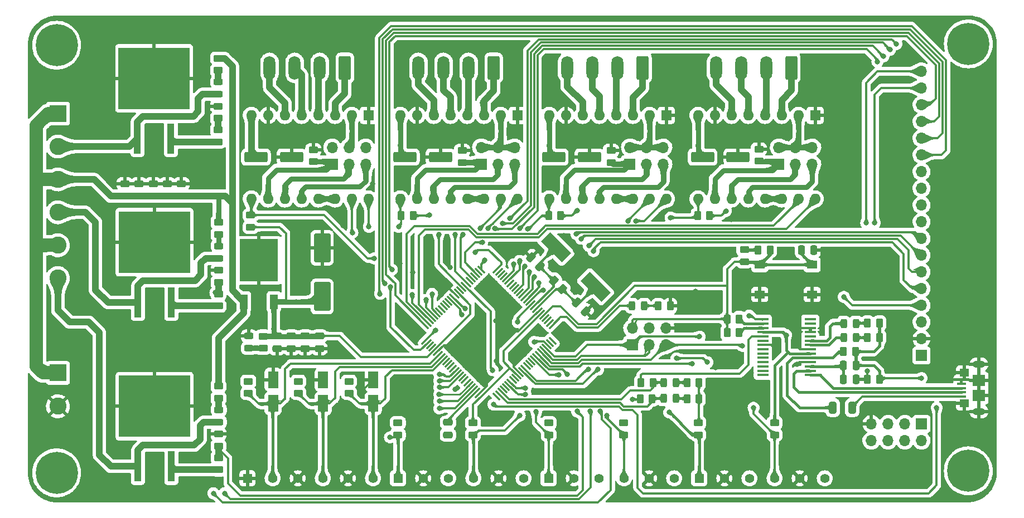
<source format=gbr>
%TF.GenerationSoftware,KiCad,Pcbnew,(6.0.5)*%
%TF.CreationDate,2022-12-16T11:23:46+03:00*%
%TF.ProjectId,3dprinter,33647072-696e-4746-9572-2e6b69636164,rev?*%
%TF.SameCoordinates,Original*%
%TF.FileFunction,Copper,L1,Top*%
%TF.FilePolarity,Positive*%
%FSLAX46Y46*%
G04 Gerber Fmt 4.6, Leading zero omitted, Abs format (unit mm)*
G04 Created by KiCad (PCBNEW (6.0.5)) date 2022-12-16 11:23:46*
%MOMM*%
%LPD*%
G01*
G04 APERTURE LIST*
G04 Aperture macros list*
%AMRoundRect*
0 Rectangle with rounded corners*
0 $1 Rounding radius*
0 $2 $3 $4 $5 $6 $7 $8 $9 X,Y pos of 4 corners*
0 Add a 4 corners polygon primitive as box body*
4,1,4,$2,$3,$4,$5,$6,$7,$8,$9,$2,$3,0*
0 Add four circle primitives for the rounded corners*
1,1,$1+$1,$2,$3*
1,1,$1+$1,$4,$5*
1,1,$1+$1,$6,$7*
1,1,$1+$1,$8,$9*
0 Add four rect primitives between the rounded corners*
20,1,$1+$1,$2,$3,$4,$5,0*
20,1,$1+$1,$4,$5,$6,$7,0*
20,1,$1+$1,$6,$7,$8,$9,0*
20,1,$1+$1,$8,$9,$2,$3,0*%
%AMRotRect*
0 Rectangle, with rotation*
0 The origin of the aperture is its center*
0 $1 length*
0 $2 width*
0 $3 Rotation angle, in degrees counterclockwise*
0 Add horizontal line*
21,1,$1,$2,0,0,$3*%
G04 Aperture macros list end*
%TA.AperFunction,SMDPad,CuDef*%
%ADD10R,1.100000X4.600000*%
%TD*%
%TA.AperFunction,SMDPad,CuDef*%
%ADD11R,10.800000X9.400000*%
%TD*%
%TA.AperFunction,SMDPad,CuDef*%
%ADD12RoundRect,0.250000X-0.450000X0.262500X-0.450000X-0.262500X0.450000X-0.262500X0.450000X0.262500X0*%
%TD*%
%TA.AperFunction,SMDPad,CuDef*%
%ADD13RoundRect,0.243750X-0.243750X-0.456250X0.243750X-0.456250X0.243750X0.456250X-0.243750X0.456250X0*%
%TD*%
%TA.AperFunction,SMDPad,CuDef*%
%ADD14RoundRect,0.243750X-0.456250X0.243750X-0.456250X-0.243750X0.456250X-0.243750X0.456250X0.243750X0*%
%TD*%
%TA.AperFunction,SMDPad,CuDef*%
%ADD15RoundRect,0.250000X-0.250000X-0.475000X0.250000X-0.475000X0.250000X0.475000X-0.250000X0.475000X0*%
%TD*%
%TA.AperFunction,ComponentPad*%
%ADD16R,1.600000X1.600000*%
%TD*%
%TA.AperFunction,ComponentPad*%
%ADD17O,1.600000X1.600000*%
%TD*%
%TA.AperFunction,SMDPad,CuDef*%
%ADD18RoundRect,0.250000X0.503814X0.132583X0.132583X0.503814X-0.503814X-0.132583X-0.132583X-0.503814X0*%
%TD*%
%TA.AperFunction,SMDPad,CuDef*%
%ADD19RoundRect,0.250000X0.450000X-0.262500X0.450000X0.262500X-0.450000X0.262500X-0.450000X-0.262500X0*%
%TD*%
%TA.AperFunction,SMDPad,CuDef*%
%ADD20RoundRect,0.250000X0.475000X-0.250000X0.475000X0.250000X-0.475000X0.250000X-0.475000X-0.250000X0*%
%TD*%
%TA.AperFunction,SMDPad,CuDef*%
%ADD21RoundRect,0.250000X-1.500000X-0.550000X1.500000X-0.550000X1.500000X0.550000X-1.500000X0.550000X0*%
%TD*%
%TA.AperFunction,ComponentPad*%
%ADD22R,1.700000X1.700000*%
%TD*%
%TA.AperFunction,ComponentPad*%
%ADD23O,1.700000X1.700000*%
%TD*%
%TA.AperFunction,ComponentPad*%
%ADD24C,0.800000*%
%TD*%
%TA.AperFunction,ComponentPad*%
%ADD25C,6.400000*%
%TD*%
%TA.AperFunction,ComponentPad*%
%ADD26RoundRect,0.250000X0.650000X1.550000X-0.650000X1.550000X-0.650000X-1.550000X0.650000X-1.550000X0*%
%TD*%
%TA.AperFunction,ComponentPad*%
%ADD27O,1.800000X3.600000*%
%TD*%
%TA.AperFunction,SMDPad,CuDef*%
%ADD28RoundRect,0.250000X0.262500X0.450000X-0.262500X0.450000X-0.262500X-0.450000X0.262500X-0.450000X0*%
%TD*%
%TA.AperFunction,SMDPad,CuDef*%
%ADD29R,1.400000X0.400000*%
%TD*%
%TA.AperFunction,SMDPad,CuDef*%
%ADD30R,1.450000X1.150000*%
%TD*%
%TA.AperFunction,ComponentPad*%
%ADD31O,1.900000X1.050000*%
%TD*%
%TA.AperFunction,SMDPad,CuDef*%
%ADD32R,1.900000X1.750000*%
%TD*%
%TA.AperFunction,SMDPad,CuDef*%
%ADD33RoundRect,0.250000X0.325000X0.650000X-0.325000X0.650000X-0.325000X-0.650000X0.325000X-0.650000X0*%
%TD*%
%TA.AperFunction,ComponentPad*%
%ADD34R,1.400000X1.400000*%
%TD*%
%TA.AperFunction,ComponentPad*%
%ADD35C,1.400000*%
%TD*%
%TA.AperFunction,SMDPad,CuDef*%
%ADD36RoundRect,0.250000X-0.262500X-0.450000X0.262500X-0.450000X0.262500X0.450000X-0.262500X0.450000X0*%
%TD*%
%TA.AperFunction,SMDPad,CuDef*%
%ADD37RotRect,4.500000X2.000000X135.000000*%
%TD*%
%TA.AperFunction,SMDPad,CuDef*%
%ADD38RoundRect,0.250000X-0.512652X-0.159099X-0.159099X-0.512652X0.512652X0.159099X0.159099X0.512652X0*%
%TD*%
%TA.AperFunction,SMDPad,CuDef*%
%ADD39RoundRect,0.243750X0.456250X-0.243750X0.456250X0.243750X-0.456250X0.243750X-0.456250X-0.243750X0*%
%TD*%
%TA.AperFunction,SMDPad,CuDef*%
%ADD40R,1.550000X1.300000*%
%TD*%
%TA.AperFunction,ComponentPad*%
%ADD41R,2.600000X2.600000*%
%TD*%
%TA.AperFunction,ComponentPad*%
%ADD42C,2.600000*%
%TD*%
%TA.AperFunction,SMDPad,CuDef*%
%ADD43RoundRect,0.075000X0.521491X-0.415425X-0.415425X0.521491X-0.521491X0.415425X0.415425X-0.521491X0*%
%TD*%
%TA.AperFunction,SMDPad,CuDef*%
%ADD44RoundRect,0.075000X0.521491X0.415425X0.415425X0.521491X-0.521491X-0.415425X-0.415425X-0.521491X0*%
%TD*%
%TA.AperFunction,SMDPad,CuDef*%
%ADD45R,1.200000X2.200000*%
%TD*%
%TA.AperFunction,SMDPad,CuDef*%
%ADD46R,5.800000X6.400000*%
%TD*%
%TA.AperFunction,SMDPad,CuDef*%
%ADD47RoundRect,0.243750X0.243750X0.456250X-0.243750X0.456250X-0.243750X-0.456250X0.243750X-0.456250X0*%
%TD*%
%TA.AperFunction,SMDPad,CuDef*%
%ADD48RoundRect,0.250000X1.000000X-1.950000X1.000000X1.950000X-1.000000X1.950000X-1.000000X-1.950000X0*%
%TD*%
%TA.AperFunction,SMDPad,CuDef*%
%ADD49RoundRect,0.250000X0.550000X-1.050000X0.550000X1.050000X-0.550000X1.050000X-0.550000X-1.050000X0*%
%TD*%
%TA.AperFunction,SMDPad,CuDef*%
%ADD50R,1.750000X0.450000*%
%TD*%
%TA.AperFunction,SMDPad,CuDef*%
%ADD51RoundRect,0.250000X0.512652X0.159099X0.159099X0.512652X-0.512652X-0.159099X-0.159099X-0.512652X0*%
%TD*%
%TA.AperFunction,ViaPad*%
%ADD52C,0.800000*%
%TD*%
%TA.AperFunction,Conductor*%
%ADD53C,0.300000*%
%TD*%
%TA.AperFunction,Conductor*%
%ADD54C,1.000000*%
%TD*%
%TA.AperFunction,Conductor*%
%ADD55C,0.800000*%
%TD*%
%TA.AperFunction,Conductor*%
%ADD56C,0.400000*%
%TD*%
%TA.AperFunction,Conductor*%
%ADD57C,2.000000*%
%TD*%
%TA.AperFunction,Conductor*%
%ADD58C,0.250000*%
%TD*%
G04 APERTURE END LIST*
D10*
%TO.P,Q1,1,D*%
%TO.N,Net-(D6-Pad1)*%
X119435000Y-116025000D03*
D11*
%TO.P,Q1,2,S*%
%TO.N,GNDREF*%
X121975000Y-106875000D03*
D10*
%TO.P,Q1,3,G*%
%TO.N,Net-(Q1-Pad3)*%
X124515000Y-116025000D03*
%TD*%
%TO.P,Q2,3,G*%
%TO.N,Net-(Q2-Pad3)*%
X124515000Y-91100000D03*
D11*
%TO.P,Q2,2,S*%
%TO.N,GNDREF*%
X121975000Y-81950000D03*
D10*
%TO.P,Q2,1,D*%
%TO.N,Net-(D7-Pad1)*%
X119435000Y-91100000D03*
%TD*%
D12*
%TO.P,R12,1*%
%TO.N,D8*%
X131600000Y-64887500D03*
%TO.P,R12,2*%
%TO.N,Net-(Q3-Pad3)*%
X131600000Y-66712500D03*
%TD*%
D13*
%TO.P,D11,1,K*%
%TO.N,Net-(D11-Pad1)*%
X226575001Y-96458749D03*
%TO.P,D11,2,A*%
%TO.N,Net-(D11-Pad2)*%
X228450001Y-96458749D03*
%TD*%
D14*
%TO.P,D12,1,K*%
%TO.N,GNDREF*%
X136300000Y-96200000D03*
%TO.P,D12,2,A*%
%TO.N,Net-(D12-Pad2)*%
X136300000Y-98075000D03*
%TD*%
D15*
%TO.P,C8,1*%
%TO.N,RES*%
X220170000Y-83130000D03*
%TO.P,C8,2*%
%TO.N,GNDREF*%
X222070000Y-83130000D03*
%TD*%
D13*
%TO.P,D2,1,K*%
%TO.N,TXD*%
X199282500Y-103255003D03*
%TO.P,D2,2,A*%
%TO.N,Net-(D2-Pad2)*%
X201157500Y-103255003D03*
%TD*%
D16*
%TO.P,A4,1,GND*%
%TO.N,GNDREF*%
X222250000Y-62660000D03*
D17*
%TO.P,A4,2,VDD*%
%TO.N,+5V*%
X219710000Y-62660000D03*
%TO.P,A4,3,1B*%
%TO.N,Net-(A4-Pad3)*%
X217170000Y-62660000D03*
%TO.P,A4,4,1A*%
%TO.N,Net-(A4-Pad4)*%
X214630000Y-62660000D03*
%TO.P,A4,5,2A*%
%TO.N,Net-(A4-Pad5)*%
X212090000Y-62660000D03*
%TO.P,A4,6,2B*%
%TO.N,Net-(A4-Pad6)*%
X209550000Y-62660000D03*
%TO.P,A4,7,GND*%
%TO.N,GNDREF*%
X207010000Y-62660000D03*
%TO.P,A4,8,VMOT*%
%TO.N,+12V*%
X204470000Y-62660000D03*
%TO.P,A4,9,~{ENABLE}*%
%TO.N,E_EN*%
X204470000Y-75360000D03*
%TO.P,A4,10,MS1*%
%TO.N,EMS1*%
X207010000Y-75360000D03*
%TO.P,A4,11,MS2*%
%TO.N,EMS2*%
X209550000Y-75360000D03*
%TO.P,A4,12,MS3*%
%TO.N,EMS3*%
X212090000Y-75360000D03*
%TO.P,A4,13,~{RESET}*%
%TO.N,Net-(A4-Pad13)*%
X214630000Y-75360000D03*
%TO.P,A4,14,~{SLEEP}*%
X217170000Y-75360000D03*
%TO.P,A4,15,STEP*%
%TO.N,E_STEP*%
X219710000Y-75360000D03*
%TO.P,A4,16,DIR*%
%TO.N,E_DIR*%
X222250000Y-75360000D03*
%TD*%
D18*
%TO.P,R3,1*%
%TO.N,XTAL2*%
X183856334Y-89053713D03*
%TO.P,R3,2*%
%TO.N,XTAL1*%
X182565864Y-87763243D03*
%TD*%
D19*
%TO.P,R14,1*%
%TO.N,D9*%
X131675000Y-88017500D03*
%TO.P,R14,2*%
%TO.N,GNDREF*%
X131675000Y-86192500D03*
%TD*%
D20*
%TO.P,C19,1*%
%TO.N,+12V*%
X123900000Y-74950000D03*
%TO.P,C19,2*%
%TO.N,GNDREF*%
X123900000Y-73050000D03*
%TD*%
D21*
%TO.P,C15,1*%
%TO.N,+12V*%
X205160000Y-69000000D03*
%TO.P,C15,2*%
%TO.N,GNDREF*%
X210560000Y-69000000D03*
%TD*%
D19*
%TO.P,R13,1*%
%TO.N,D10*%
X131675000Y-112922500D03*
%TO.P,R13,2*%
%TO.N,GNDREF*%
X131675000Y-111097500D03*
%TD*%
%TO.P,R1,1*%
%TO.N,RES*%
X211500000Y-84912500D03*
%TO.P,R1,2*%
%TO.N,+5V*%
X211500000Y-83087500D03*
%TD*%
D22*
%TO.P,J12,1,Pin_1*%
%TO.N,YMS1*%
X171535000Y-70075000D03*
D23*
%TO.P,J12,2,Pin_2*%
%TO.N,+5V*%
X171535000Y-67535000D03*
%TO.P,J12,3,Pin_3*%
%TO.N,YMS2*%
X174075000Y-70075000D03*
%TO.P,J12,4,Pin_4*%
%TO.N,+5V*%
X174075000Y-67535000D03*
%TO.P,J12,5,Pin_5*%
%TO.N,YMS3*%
X176615000Y-70075000D03*
%TO.P,J12,6,Pin_6*%
%TO.N,+5V*%
X176615000Y-67535000D03*
%TD*%
D19*
%TO.P,R20,1*%
%TO.N,THERM0*%
X151500000Y-104912500D03*
%TO.P,R20,2*%
%TO.N,+5V*%
X151500000Y-103087500D03*
%TD*%
D12*
%TO.P,R23,1*%
%TO.N,GNDREF*%
X146060000Y-67887500D03*
%TO.P,R23,2*%
%TO.N,XMS1*%
X146060000Y-69712500D03*
%TD*%
D24*
%TO.P,H1,1*%
%TO.N,N/C*%
X105402944Y-53697056D03*
X108797056Y-53697056D03*
X108797056Y-50302944D03*
X107100000Y-49600000D03*
X109500000Y-52000000D03*
X105402944Y-50302944D03*
X107100000Y-54400000D03*
X104700000Y-52000000D03*
D25*
X107100000Y-52000000D03*
%TD*%
D26*
%TO.P,J9,1,Pin_1*%
%TO.N,Net-(A1-Pad3)*%
X150860000Y-55432500D03*
D27*
%TO.P,J9,2,Pin_2*%
%TO.N,Net-(A1-Pad4)*%
X147050000Y-55432500D03*
%TO.P,J9,3,Pin_3*%
%TO.N,Net-(A1-Pad5)*%
X143240000Y-55432500D03*
%TO.P,J9,4,Pin_4*%
%TO.N,Net-(A1-Pad6)*%
X139430000Y-55432500D03*
%TD*%
D20*
%TO.P,C18,1*%
%TO.N,+12V*%
X121750000Y-74950000D03*
%TO.P,C18,2*%
%TO.N,GNDREF*%
X121750000Y-73050000D03*
%TD*%
D19*
%TO.P,R17,1*%
%TO.N,Net-(D6-Pad2)*%
X131675000Y-105642500D03*
%TO.P,R17,2*%
%TO.N,+12V*%
X131675000Y-103817500D03*
%TD*%
D24*
%TO.P,H2,1*%
%TO.N,N/C*%
X243802944Y-50102944D03*
X243100000Y-51800000D03*
D25*
X245500000Y-51800000D03*
D24*
X247900000Y-51800000D03*
X243802944Y-53497056D03*
X245500000Y-54200000D03*
X247197056Y-50102944D03*
X245500000Y-49400000D03*
X247197056Y-53497056D03*
%TD*%
D12*
%TO.P,R29,1*%
%TO.N,GNDREF*%
X213700000Y-67787500D03*
%TO.P,R29,2*%
%TO.N,EMS1*%
X213700000Y-69612500D03*
%TD*%
D20*
%TO.P,C2,1*%
%TO.N,GNDREF*%
X140553000Y-98107500D03*
%TO.P,C2,2*%
%TO.N,+5V*%
X140553000Y-96207500D03*
%TD*%
D28*
%TO.P,R2,1*%
%TO.N,GNDREF*%
X200272500Y-91620001D03*
%TO.P,R2,2*%
%TO.N,Net-(D1-Pad1)*%
X198447500Y-91620001D03*
%TD*%
D29*
%TO.P,J2,1,VBUS*%
%TO.N,Net-(FB1-Pad1)*%
X244450000Y-105400000D03*
%TO.P,J2,2,D-*%
%TO.N,D-*%
X244450000Y-104750000D03*
%TO.P,J2,3,D+*%
%TO.N,D+*%
X244450000Y-104100000D03*
%TO.P,J2,4,ID*%
%TO.N,GNDREF*%
X244450000Y-103450000D03*
%TO.P,J2,5,GND*%
X244450000Y-102800000D03*
D30*
%TO.P,J2,6,Shield*%
X244870000Y-101780000D03*
D31*
X247100000Y-100525000D03*
D32*
X247100000Y-105225000D03*
D31*
X247100000Y-107675000D03*
D32*
X247100000Y-102975000D03*
D30*
X244870000Y-106420000D03*
%TD*%
D22*
%TO.P,J14,1,Pin_1*%
%TO.N,ZMS1*%
X194135000Y-70075000D03*
D23*
%TO.P,J14,2,Pin_2*%
%TO.N,+5V*%
X194135000Y-67535000D03*
%TO.P,J14,3,Pin_3*%
%TO.N,ZMS2*%
X196675000Y-70075000D03*
%TO.P,J14,4,Pin_4*%
%TO.N,+5V*%
X196675000Y-67535000D03*
%TO.P,J14,5,Pin_5*%
%TO.N,ZMS3*%
X199215000Y-70075000D03*
%TO.P,J14,6,Pin_6*%
%TO.N,+5V*%
X199215000Y-67535000D03*
%TD*%
D28*
%TO.P,R28,1*%
%TO.N,+5V*%
X206212500Y-77900000D03*
%TO.P,R28,2*%
%TO.N,E_EN*%
X204387500Y-77900000D03*
%TD*%
D22*
%TO.P,J1,1,Pin_1*%
%TO.N,MISO*%
X194475000Y-97575000D03*
D23*
%TO.P,J1,2,Pin_2*%
%TO.N,RES*%
X194475000Y-95035000D03*
%TO.P,J1,3,Pin_3*%
%TO.N,MOSI*%
X197015000Y-97575000D03*
%TO.P,J1,4,Pin_4*%
%TO.N,+5V*%
X197015000Y-95035000D03*
%TO.P,J1,5,Pin_5*%
%TO.N,SCK*%
X199555000Y-97575000D03*
%TO.P,J1,6,Pin_6*%
%TO.N,GNDREF*%
X199555000Y-95035000D03*
%TD*%
D16*
%TO.P,A3,1,GND*%
%TO.N,GNDREF*%
X199650000Y-62660000D03*
D17*
%TO.P,A3,2,VDD*%
%TO.N,+5V*%
X197110000Y-62660000D03*
%TO.P,A3,3,1B*%
%TO.N,Net-(A3-Pad3)*%
X194570000Y-62660000D03*
%TO.P,A3,4,1A*%
%TO.N,Net-(A3-Pad4)*%
X192030000Y-62660000D03*
%TO.P,A3,5,2A*%
%TO.N,Net-(A3-Pad5)*%
X189490000Y-62660000D03*
%TO.P,A3,6,2B*%
%TO.N,Net-(A3-Pad6)*%
X186950000Y-62660000D03*
%TO.P,A3,7,GND*%
%TO.N,GNDREF*%
X184410000Y-62660000D03*
%TO.P,A3,8,VMOT*%
%TO.N,+12V*%
X181870000Y-62660000D03*
%TO.P,A3,9,~{ENABLE}*%
%TO.N,Z_EN*%
X181870000Y-75360000D03*
%TO.P,A3,10,MS1*%
%TO.N,ZMS1*%
X184410000Y-75360000D03*
%TO.P,A3,11,MS2*%
%TO.N,ZMS2*%
X186950000Y-75360000D03*
%TO.P,A3,12,MS3*%
%TO.N,ZMS3*%
X189490000Y-75360000D03*
%TO.P,A3,13,~{RESET}*%
%TO.N,Net-(A3-Pad13)*%
X192030000Y-75360000D03*
%TO.P,A3,14,~{SLEEP}*%
X194570000Y-75360000D03*
%TO.P,A3,15,STEP*%
%TO.N,Z_STEP*%
X197110000Y-75360000D03*
%TO.P,A3,16,DIR*%
%TO.N,Z_DIR*%
X199650000Y-75360000D03*
%TD*%
D22*
%TO.P,J17,1,Pin_1*%
%TO.N,+5V*%
X238400000Y-109557500D03*
D23*
%TO.P,J17,2,Pin_2*%
%TO.N,D49*%
X238400000Y-112097500D03*
%TO.P,J17,3,Pin_3*%
%TO.N,MISO*%
X235860000Y-109557500D03*
%TO.P,J17,4,Pin_4*%
%TO.N,MOSI*%
X235860000Y-112097500D03*
%TO.P,J17,5,Pin_5*%
%TO.N,SCK*%
X233320000Y-109557500D03*
%TO.P,J17,6,Pin_6*%
%TO.N,D53*%
X233320000Y-112097500D03*
%TO.P,J17,7,Pin_7*%
%TO.N,GNDREF*%
X230780000Y-109557500D03*
%TO.P,J17,8,Pin_8*%
%TO.N,unconnected-(J17-Pad8)*%
X230780000Y-112097500D03*
%TD*%
D33*
%TO.P,FB1,1*%
%TO.N,Net-(FB1-Pad1)*%
X227875000Y-107100000D03*
%TO.P,FB1,2*%
%TO.N,USB_VCC*%
X224925000Y-107100000D03*
%TD*%
D20*
%TO.P,C17,1*%
%TO.N,+12V*%
X119600000Y-74950000D03*
%TO.P,C17,2*%
%TO.N,GNDREF*%
X119600000Y-73050000D03*
%TD*%
%TO.P,C5,1*%
%TO.N,GNDREF*%
X147000000Y-98107500D03*
%TO.P,C5,2*%
%TO.N,+5V*%
X147000000Y-96207500D03*
%TD*%
D19*
%TO.P,R9,1*%
%TO.N,THERM2*%
X136200000Y-104912500D03*
%TO.P,R9,2*%
%TO.N,+5V*%
X136200000Y-103087500D03*
%TD*%
D34*
%TO.P,J4,1,Pin_1*%
%TO.N,X_MIN*%
X158930000Y-117832500D03*
D35*
%TO.P,J4,2,Pin_2*%
%TO.N,GNDREF*%
X162740000Y-117832500D03*
%TO.P,J4,3,Pin_3*%
%TO.N,+5V*%
X166550000Y-117832500D03*
%TO.P,J4,4,Pin_4*%
%TO.N,X_MAX*%
X170360000Y-117832500D03*
%TO.P,J4,5,Pin_5*%
%TO.N,GNDREF*%
X174170000Y-117832500D03*
%TO.P,J4,6,Pin_6*%
%TO.N,+5V*%
X177980000Y-117832500D03*
%TD*%
D21*
%TO.P,C12,1*%
%TO.N,+12V*%
X137360000Y-69000000D03*
%TO.P,C12,2*%
%TO.N,GNDREF*%
X142760000Y-69000000D03*
%TD*%
D36*
%TO.P,R34,1*%
%TO.N,Net-(R34-Pad1)*%
X195787500Y-103300000D03*
%TO.P,R34,2*%
%TO.N,TXD*%
X197612500Y-103300000D03*
%TD*%
D37*
%TO.P,Y1,1,1*%
%TO.N,XTAL2*%
X188905204Y-88705204D03*
%TO.P,Y1,2,2*%
%TO.N,XTAL1*%
X182894796Y-82694796D03*
%TD*%
D20*
%TO.P,C3,1*%
%TO.N,GNDREF*%
X142702000Y-98107500D03*
%TO.P,C3,2*%
%TO.N,+5V*%
X142702000Y-96207500D03*
%TD*%
D19*
%TO.P,R22,1*%
%TO.N,+5V*%
X136560000Y-79645000D03*
%TO.P,R22,2*%
%TO.N,X_EN*%
X136560000Y-77820000D03*
%TD*%
D38*
%TO.P,C7,1*%
%TO.N,GNDREF*%
X179139349Y-84236728D03*
%TO.P,C7,2*%
%TO.N,XTAL1*%
X180482851Y-85580230D03*
%TD*%
D19*
%TO.P,R16,1*%
%TO.N,THERM1*%
X143800000Y-104912500D03*
%TO.P,R16,2*%
%TO.N,+5V*%
X143800000Y-103087500D03*
%TD*%
D39*
%TO.P,D6,1,K*%
%TO.N,Net-(D6-Pad1)*%
X131720000Y-109287500D03*
%TO.P,D6,2,A*%
%TO.N,Net-(D6-Pad2)*%
X131720000Y-107412500D03*
%TD*%
D36*
%TO.P,R8,1*%
%TO.N,+5V*%
X213587500Y-83100001D03*
%TO.P,R8,2*%
%TO.N,RES*%
X215412500Y-83100001D03*
%TD*%
D21*
%TO.P,C13,1*%
%TO.N,+12V*%
X159960000Y-69000000D03*
%TO.P,C13,2*%
%TO.N,GNDREF*%
X165360000Y-69000000D03*
%TD*%
D13*
%TO.P,D3,1,K*%
%TO.N,RXD*%
X199219999Y-105678207D03*
%TO.P,D3,2,A*%
%TO.N,Net-(D3-Pad2)*%
X201094999Y-105678207D03*
%TD*%
D40*
%TO.P,SW1,1,1*%
%TO.N,RES*%
X213845000Y-85380001D03*
X221795000Y-85380001D03*
%TO.P,SW1,2,2*%
%TO.N,GNDREF*%
X213845000Y-89880001D03*
X221795000Y-89880001D03*
%TD*%
D41*
%TO.P,J3,1,Pin_1*%
%TO.N,+12V*%
X107300000Y-101800000D03*
D42*
%TO.P,J3,2,Pin_2*%
%TO.N,GNDREF*%
X107300000Y-106880000D03*
%TD*%
D20*
%TO.P,C4,1*%
%TO.N,GNDREF*%
X144851000Y-98107500D03*
%TO.P,C4,2*%
%TO.N,+5V*%
X144851000Y-96207500D03*
%TD*%
D26*
%TO.P,J15,1,Pin_1*%
%TO.N,Net-(A4-Pad3)*%
X218620000Y-55432500D03*
D27*
%TO.P,J15,2,Pin_2*%
%TO.N,Net-(A4-Pad4)*%
X214810000Y-55432500D03*
%TO.P,J15,3,Pin_3*%
%TO.N,Net-(A4-Pad5)*%
X211000000Y-55432500D03*
%TO.P,J15,4,Pin_4*%
%TO.N,Net-(A4-Pad6)*%
X207190000Y-55432500D03*
%TD*%
D22*
%TO.P,J16,1,Pin_1*%
%TO.N,EMS1*%
X216735000Y-70075000D03*
D23*
%TO.P,J16,2,Pin_2*%
%TO.N,+5V*%
X216735000Y-67535000D03*
%TO.P,J16,3,Pin_3*%
%TO.N,EMS2*%
X219275000Y-70075000D03*
%TO.P,J16,4,Pin_4*%
%TO.N,+5V*%
X219275000Y-67535000D03*
%TO.P,J16,5,Pin_5*%
%TO.N,EMS3*%
X221815000Y-70075000D03*
%TO.P,J16,6,Pin_6*%
%TO.N,+5V*%
X221815000Y-67535000D03*
%TD*%
D43*
%TO.P,U1,1,PG5*%
%TO.N,unconnected-(U1-Pad1)*%
X173886665Y-105386157D03*
%TO.P,U1,2,PE0*%
%TO.N,RXD*%
X174240218Y-105032604D03*
%TO.P,U1,3,PE1*%
%TO.N,TXD*%
X174593772Y-104679051D03*
%TO.P,U1,4,PE2*%
%TO.N,unconnected-(U1-Pad4)*%
X174947325Y-104325497D03*
%TO.P,U1,5,PE3*%
%TO.N,unconnected-(U1-Pad5)*%
X175300879Y-103971944D03*
%TO.P,U1,6,PE4*%
%TO.N,X_MAX*%
X175654432Y-103618390D03*
%TO.P,U1,7,PE5*%
%TO.N,X_MIN*%
X176007985Y-103264837D03*
%TO.P,U1,8,PE6*%
%TO.N,unconnected-(U1-Pad8)*%
X176361539Y-102911284D03*
%TO.P,U1,9,PE7*%
%TO.N,unconnected-(U1-Pad9)*%
X176715092Y-102557730D03*
%TO.P,U1,10,VCC*%
%TO.N,+5V*%
X177068646Y-102204177D03*
%TO.P,U1,11,GND*%
%TO.N,GNDREF*%
X177422199Y-101850623D03*
%TO.P,U1,12,PH0*%
%TO.N,D17*%
X177775752Y-101497070D03*
%TO.P,U1,13,PH1*%
%TO.N,D16*%
X178129306Y-101143517D03*
%TO.P,U1,14,PH2*%
%TO.N,unconnected-(U1-Pad14)*%
X178482859Y-100789963D03*
%TO.P,U1,15,PH3*%
%TO.N,unconnected-(U1-Pad15)*%
X178836412Y-100436410D03*
%TO.P,U1,16,PH4*%
%TO.N,unconnected-(U1-Pad16)*%
X179189966Y-100082857D03*
%TO.P,U1,17,PH5*%
%TO.N,D8*%
X179543519Y-99729303D03*
%TO.P,U1,18,PH6*%
%TO.N,D9*%
X179897073Y-99375750D03*
%TO.P,U1,19,PB0*%
%TO.N,D53*%
X180250626Y-99022196D03*
%TO.P,U1,20,PB1*%
%TO.N,SCK*%
X180604179Y-98668643D03*
%TO.P,U1,21,PB2*%
%TO.N,MOSI*%
X180957733Y-98315090D03*
%TO.P,U1,22,PB3*%
%TO.N,MISO*%
X181311286Y-97961536D03*
%TO.P,U1,23,PB4*%
%TO.N,D10*%
X181664840Y-97607983D03*
%TO.P,U1,24,PB5*%
%TO.N,unconnected-(U1-Pad24)*%
X182018393Y-97254429D03*
%TO.P,U1,25,PB6*%
%TO.N,unconnected-(U1-Pad25)*%
X182371946Y-96900876D03*
D44*
%TO.P,U1,26,PB7*%
%TO.N,Net-(D1-Pad2)*%
X182371946Y-94549746D03*
%TO.P,U1,27,PH7*%
%TO.N,unconnected-(U1-Pad27)*%
X182018393Y-94196193D03*
%TO.P,U1,28,PG3*%
%TO.N,unconnected-(U1-Pad28)*%
X181664840Y-93842639D03*
%TO.P,U1,29,PG4*%
%TO.N,unconnected-(U1-Pad29)*%
X181311286Y-93489086D03*
%TO.P,U1,30,~{RESET}*%
%TO.N,RES*%
X180957733Y-93135532D03*
%TO.P,U1,31,VCC*%
%TO.N,+5V*%
X180604179Y-92781979D03*
%TO.P,U1,32,GND*%
%TO.N,GNDREF*%
X180250626Y-92428426D03*
%TO.P,U1,33,XTAL2*%
%TO.N,XTAL2*%
X179897073Y-92074872D03*
%TO.P,U1,34,XTAL1*%
%TO.N,XTAL1*%
X179543519Y-91721319D03*
%TO.P,U1,35,PL0*%
%TO.N,D49*%
X179189966Y-91367765D03*
%TO.P,U1,36,PL1*%
%TO.N,Z_DIR*%
X178836412Y-91014212D03*
%TO.P,U1,37,PL2*%
%TO.N,D47*%
X178482859Y-90660659D03*
%TO.P,U1,38,PL3*%
%TO.N,Z_STEP*%
X178129306Y-90307105D03*
%TO.P,U1,39,PL4*%
%TO.N,D45*%
X177775752Y-89953552D03*
%TO.P,U1,40,PL5*%
%TO.N,unconnected-(U1-Pad40)*%
X177422199Y-89599999D03*
%TO.P,U1,41,PL6*%
%TO.N,D43*%
X177068646Y-89246445D03*
%TO.P,U1,42,PL7*%
%TO.N,unconnected-(U1-Pad42)*%
X176715092Y-88892892D03*
%TO.P,U1,43,PD0*%
%TO.N,unconnected-(U1-Pad43)*%
X176361539Y-88539338D03*
%TO.P,U1,44,PD1*%
%TO.N,unconnected-(U1-Pad44)*%
X176007985Y-88185785D03*
%TO.P,U1,45,PD2*%
%TO.N,Z_MAX*%
X175654432Y-87832232D03*
%TO.P,U1,46,PD3*%
%TO.N,Z_MIN*%
X175300879Y-87478678D03*
%TO.P,U1,47,PD4*%
%TO.N,unconnected-(U1-Pad47)*%
X174947325Y-87125125D03*
%TO.P,U1,48,PD5*%
%TO.N,unconnected-(U1-Pad48)*%
X174593772Y-86771571D03*
%TO.P,U1,49,PD6*%
%TO.N,unconnected-(U1-Pad49)*%
X174240218Y-86418018D03*
%TO.P,U1,50,PD7*%
%TO.N,X_EN*%
X173886665Y-86064465D03*
D43*
%TO.P,U1,51,PG0*%
%TO.N,D41*%
X171535535Y-86064465D03*
%TO.P,U1,52,PG1*%
%TO.N,unconnected-(U1-Pad52)*%
X171181982Y-86418018D03*
%TO.P,U1,53,PC0*%
%TO.N,D37*%
X170828428Y-86771571D03*
%TO.P,U1,54,PC1*%
%TO.N,unconnected-(U1-Pad54)*%
X170474875Y-87125125D03*
%TO.P,U1,55,PC2*%
%TO.N,D35*%
X170121321Y-87478678D03*
%TO.P,U1,56,PC3*%
%TO.N,unconnected-(U1-Pad56)*%
X169767768Y-87832232D03*
%TO.P,U1,57,PC4*%
%TO.N,D33*%
X169414215Y-88185785D03*
%TO.P,U1,58,PC5*%
%TO.N,D32*%
X169060661Y-88539338D03*
%TO.P,U1,59,PC6*%
%TO.N,D31*%
X168707108Y-88892892D03*
%TO.P,U1,60,PC7*%
%TO.N,unconnected-(U1-Pad60)*%
X168353554Y-89246445D03*
%TO.P,U1,61,VCC*%
%TO.N,+5V*%
X168000001Y-89599999D03*
%TO.P,U1,62,GND*%
%TO.N,GNDREF*%
X167646448Y-89953552D03*
%TO.P,U1,63,PJ0*%
%TO.N,Y_MAX*%
X167292894Y-90307105D03*
%TO.P,U1,64,PJ1*%
%TO.N,Y_MIN*%
X166939341Y-90660659D03*
%TO.P,U1,65,PJ2*%
%TO.N,unconnected-(U1-Pad65)*%
X166585788Y-91014212D03*
%TO.P,U1,66,PJ3*%
%TO.N,unconnected-(U1-Pad66)*%
X166232234Y-91367765D03*
%TO.P,U1,67,PJ4*%
%TO.N,unconnected-(U1-Pad67)*%
X165878681Y-91721319D03*
%TO.P,U1,68,PJ5*%
%TO.N,unconnected-(U1-Pad68)*%
X165525127Y-92074872D03*
%TO.P,U1,69,PJ6*%
%TO.N,unconnected-(U1-Pad69)*%
X165171574Y-92428426D03*
%TO.P,U1,70,PG2*%
%TO.N,D39*%
X164818021Y-92781979D03*
%TO.P,U1,71,PA7*%
%TO.N,D29*%
X164464467Y-93135532D03*
%TO.P,U1,72,PA6*%
%TO.N,E_DIR*%
X164110914Y-93489086D03*
%TO.P,U1,73,PA5*%
%TO.N,D27*%
X163757360Y-93842639D03*
%TO.P,U1,74,PA4*%
%TO.N,E_STEP*%
X163403807Y-94196193D03*
%TO.P,U1,75,PA3*%
%TO.N,D25*%
X163050254Y-94549746D03*
D44*
%TO.P,U1,76,PA2*%
%TO.N,E_EN*%
X163050254Y-96900876D03*
%TO.P,U1,77,PA1*%
%TO.N,D23*%
X163403807Y-97254429D03*
%TO.P,U1,78,PA0*%
%TO.N,unconnected-(U1-Pad78)*%
X163757360Y-97607983D03*
%TO.P,U1,79,PJ7*%
%TO.N,unconnected-(U1-Pad79)*%
X164110914Y-97961536D03*
%TO.P,U1,80,VCC*%
%TO.N,+5V*%
X164464467Y-98315090D03*
%TO.P,U1,81,GND*%
%TO.N,GNDREF*%
X164818021Y-98668643D03*
%TO.P,U1,82,PK7*%
%TO.N,THERM2*%
X165171574Y-99022196D03*
%TO.P,U1,83,PK6*%
%TO.N,THERM1*%
X165525127Y-99375750D03*
%TO.P,U1,84,PK5*%
%TO.N,THERM0*%
X165878681Y-99729303D03*
%TO.P,U1,85,PK4*%
%TO.N,unconnected-(U1-Pad85)*%
X166232234Y-100082857D03*
%TO.P,U1,86,PK3*%
%TO.N,unconnected-(U1-Pad86)*%
X166585788Y-100436410D03*
%TO.P,U1,87,PK2*%
%TO.N,unconnected-(U1-Pad87)*%
X166939341Y-100789963D03*
%TO.P,U1,88,PK1*%
%TO.N,unconnected-(U1-Pad88)*%
X167292894Y-101143517D03*
%TO.P,U1,89,PK0*%
%TO.N,Z_EN*%
X167646448Y-101497070D03*
%TO.P,U1,90,PF7*%
%TO.N,Y_DIR*%
X168000001Y-101850623D03*
%TO.P,U1,91,PF6*%
%TO.N,Y_STEP*%
X168353554Y-102204177D03*
%TO.P,U1,92,PF5*%
%TO.N,unconnected-(U1-Pad92)*%
X168707108Y-102557730D03*
%TO.P,U1,93,PF4*%
%TO.N,unconnected-(U1-Pad93)*%
X169060661Y-102911284D03*
%TO.P,U1,94,PF3*%
%TO.N,unconnected-(U1-Pad94)*%
X169414215Y-103264837D03*
%TO.P,U1,95,PF2*%
%TO.N,Y_EN*%
X169767768Y-103618390D03*
%TO.P,U1,96,PF1*%
%TO.N,X_DIR*%
X170121321Y-103971944D03*
%TO.P,U1,97,PF0*%
%TO.N,X_STEP*%
X170474875Y-104325497D03*
%TO.P,U1,98,AREF*%
%TO.N,Net-(C1-Pad2)*%
X170828428Y-104679051D03*
%TO.P,U1,99,GND*%
%TO.N,GNDREF*%
X171181982Y-105032604D03*
%TO.P,U1,100,AVCC*%
%TO.N,+5V*%
X171535535Y-105386157D03*
%TD*%
D19*
%TO.P,R18,1*%
%TO.N,Net-(D7-Pad2)*%
X131675000Y-80737500D03*
%TO.P,R18,2*%
%TO.N,+12V*%
X131675000Y-78912500D03*
%TD*%
D28*
%TO.P,R24,1*%
%TO.N,+5V*%
X161212500Y-77900000D03*
%TO.P,R24,2*%
%TO.N,Y_EN*%
X159387500Y-77900000D03*
%TD*%
D12*
%TO.P,R44,1*%
%TO.N,+5V*%
X216100000Y-109387500D03*
%TO.P,R44,2*%
%TO.N,Z_MAX*%
X216100000Y-111212500D03*
%TD*%
D28*
%TO.P,R26,1*%
%TO.N,+5V*%
X183612500Y-77900000D03*
%TO.P,R26,2*%
%TO.N,Z_EN*%
X181787500Y-77900000D03*
%TD*%
D15*
%TO.P,C22,1*%
%TO.N,Net-(C21-Pad1)*%
X226542501Y-100671250D03*
%TO.P,C22,2*%
%TO.N,+5V*%
X228442501Y-100671250D03*
%TD*%
D20*
%TO.P,C16,1*%
%TO.N,+12V*%
X117450000Y-74950000D03*
%TO.P,C16,2*%
%TO.N,GNDREF*%
X117450000Y-73050000D03*
%TD*%
D12*
%TO.P,R41,1*%
%TO.N,+5V*%
X181800000Y-109387500D03*
%TO.P,R41,2*%
%TO.N,Y_MIN*%
X181800000Y-111212500D03*
%TD*%
%TO.P,R25,1*%
%TO.N,GNDREF*%
X168660000Y-67987500D03*
%TO.P,R25,2*%
%TO.N,YMS1*%
X168660000Y-69812500D03*
%TD*%
D36*
%TO.P,R37,1*%
%TO.N,GNDREF*%
X230200002Y-102799998D03*
%TO.P,R37,2*%
%TO.N,+5V*%
X232025002Y-102799998D03*
%TD*%
%TO.P,R33,1*%
%TO.N,Net-(R33-Pad1)*%
X195675000Y-105723205D03*
%TO.P,R33,2*%
%TO.N,RXD*%
X197500000Y-105723205D03*
%TD*%
D15*
%TO.P,C21,1*%
%TO.N,Net-(C21-Pad1)*%
X226542500Y-102800000D03*
%TO.P,C21,2*%
%TO.N,GNDREF*%
X228442500Y-102800000D03*
%TD*%
D41*
%TO.P,J8,1,Pin_1*%
%TO.N,+12V*%
X107300000Y-62400000D03*
D42*
%TO.P,J8,2,Pin_2*%
%TO.N,Net-(D8-Pad1)*%
X107300000Y-67400000D03*
%TO.P,J8,3,Pin_3*%
%TO.N,+12V*%
X107300000Y-72400000D03*
%TO.P,J8,4,Pin_4*%
%TO.N,Net-(D7-Pad1)*%
X107300000Y-77400000D03*
%TO.P,J8,5,Pin_5*%
%TO.N,+12V*%
X107300000Y-82400000D03*
%TO.P,J8,6,Pin_6*%
%TO.N,Net-(D6-Pad1)*%
X107300000Y-87400000D03*
%TD*%
D45*
%TO.P,U3,1,IN*%
%TO.N,+12V*%
X135520000Y-91000000D03*
D46*
%TO.P,U3,2,GND*%
%TO.N,GNDREF*%
X137800000Y-84700000D03*
D45*
%TO.P,U3,3,OUT*%
%TO.N,+5V*%
X140080000Y-91000000D03*
%TD*%
D47*
%TO.P,D1,1,K*%
%TO.N,Net-(D1-Pad1)*%
X196300000Y-91600000D03*
%TO.P,D1,2,A*%
%TO.N,Net-(D1-Pad2)*%
X194425000Y-91600000D03*
%TD*%
D10*
%TO.P,Q3,1,D*%
%TO.N,Net-(D8-Pad1)*%
X119360000Y-66175000D03*
D11*
%TO.P,Q3,2,S*%
%TO.N,GNDREF*%
X121900000Y-57025000D03*
D10*
%TO.P,Q3,3,G*%
%TO.N,Net-(Q3-Pad3)*%
X124440000Y-66175000D03*
%TD*%
D34*
%TO.P,J5,1,Pin_1*%
%TO.N,GNDREF*%
X136075000Y-117832500D03*
D35*
%TO.P,J5,2,Pin_2*%
%TO.N,THERM2*%
X139885000Y-117832500D03*
%TO.P,J5,3,Pin_3*%
%TO.N,GNDREF*%
X143695000Y-117832500D03*
%TO.P,J5,4,Pin_4*%
%TO.N,THERM1*%
X147505000Y-117832500D03*
%TO.P,J5,5,Pin_5*%
%TO.N,GNDREF*%
X151315000Y-117832500D03*
%TO.P,J5,6,Pin_6*%
%TO.N,THERM0*%
X155125000Y-117832500D03*
%TD*%
D12*
%TO.P,R11,1*%
%TO.N,D9*%
X131675000Y-89812500D03*
%TO.P,R11,2*%
%TO.N,Net-(Q2-Pad3)*%
X131675000Y-91637500D03*
%TD*%
D28*
%TO.P,R31,1*%
%TO.N,Net-(R31-Pad1)*%
X210712502Y-95699998D03*
%TO.P,R31,2*%
%TO.N,RES*%
X208887502Y-95699998D03*
%TD*%
D48*
%TO.P,C23,1*%
%TO.N,+5V*%
X147400000Y-90200000D03*
%TO.P,C23,2*%
%TO.N,GNDREF*%
X147400000Y-82800000D03*
%TD*%
D22*
%TO.P,J18,1,Pin_1*%
%TO.N,+5V*%
X238400000Y-99157500D03*
D23*
%TO.P,J18,2,Pin_2*%
%TO.N,GNDREF*%
X238400000Y-96617500D03*
%TO.P,J18,3,Pin_3*%
%TO.N,D32*%
X238400000Y-94077500D03*
%TO.P,J18,4,Pin_4*%
%TO.N,D47*%
X238400000Y-91537500D03*
%TO.P,J18,5,Pin_5*%
%TO.N,D45*%
X238400000Y-88997500D03*
%TO.P,J18,6,Pin_6*%
%TO.N,D43*%
X238400000Y-86457500D03*
%TO.P,J18,7,Pin_7*%
%TO.N,D41*%
X238400000Y-83917500D03*
%TO.P,J18,8,Pin_8*%
%TO.N,D39*%
X238400000Y-81377500D03*
%TO.P,J18,9,Pin_9*%
%TO.N,D37*%
X238400000Y-78837500D03*
%TO.P,J18,10,Pin_10*%
%TO.N,D35*%
X238400000Y-76297500D03*
%TO.P,J18,11,Pin_11*%
%TO.N,D33*%
X238400000Y-73757500D03*
%TO.P,J18,12,Pin_12*%
%TO.N,D31*%
X238400000Y-71217500D03*
%TO.P,J18,13,Pin_13*%
%TO.N,D29*%
X238400000Y-68677500D03*
%TO.P,J18,14,Pin_14*%
%TO.N,D27*%
X238400000Y-66137500D03*
%TO.P,J18,15,Pin_15*%
%TO.N,D25*%
X238400000Y-63597500D03*
%TO.P,J18,16,Pin_16*%
%TO.N,D23*%
X238400000Y-61057500D03*
%TO.P,J18,17,Pin_17*%
%TO.N,D17*%
X238400000Y-58517500D03*
%TO.P,J18,18,Pin_18*%
%TO.N,D16*%
X238400000Y-55977500D03*
%TD*%
D49*
%TO.P,C9,1*%
%TO.N,THERM2*%
X139960000Y-106442500D03*
%TO.P,C9,2*%
%TO.N,GNDREF*%
X139960000Y-102842500D03*
%TD*%
D36*
%TO.P,R5,1*%
%TO.N,Net-(D3-Pad2)*%
X202775000Y-105723206D03*
%TO.P,R5,2*%
%TO.N,+5V*%
X204600000Y-105723206D03*
%TD*%
D12*
%TO.P,R10,1*%
%TO.N,D10*%
X131675000Y-114717500D03*
%TO.P,R10,2*%
%TO.N,Net-(Q1-Pad3)*%
X131675000Y-116542500D03*
%TD*%
D22*
%TO.P,J10,1,Pin_1*%
%TO.N,XMS1*%
X148935000Y-70075000D03*
D23*
%TO.P,J10,2,Pin_2*%
%TO.N,+5V*%
X148935000Y-67535000D03*
%TO.P,J10,3,Pin_3*%
%TO.N,XMS2*%
X151475000Y-70075000D03*
%TO.P,J10,4,Pin_4*%
%TO.N,+5V*%
X151475000Y-67535000D03*
%TO.P,J10,5,Pin_5*%
%TO.N,XMS3*%
X154015000Y-70075000D03*
%TO.P,J10,6,Pin_6*%
%TO.N,+5V*%
X154015000Y-67535000D03*
%TD*%
D25*
%TO.P,H4,1*%
%TO.N,N/C*%
X245500000Y-116700000D03*
D24*
X247197056Y-118397056D03*
X247197056Y-115002944D03*
X245500000Y-114300000D03*
X243802944Y-115002944D03*
X243802944Y-118397056D03*
X245500000Y-119100000D03*
X247900000Y-116700000D03*
X243100000Y-116700000D03*
%TD*%
D28*
%TO.P,R32,1*%
%TO.N,Net-(R32-Pad1)*%
X210712500Y-93600000D03*
%TO.P,R32,2*%
%TO.N,RES*%
X208887500Y-93600000D03*
%TD*%
D12*
%TO.P,R27,1*%
%TO.N,GNDREF*%
X191260000Y-67987500D03*
%TO.P,R27,2*%
%TO.N,ZMS1*%
X191260000Y-69812500D03*
%TD*%
D36*
%TO.P,R4,1*%
%TO.N,Net-(D2-Pad2)*%
X202787500Y-103300000D03*
%TO.P,R4,2*%
%TO.N,+5V*%
X204612500Y-103300000D03*
%TD*%
D50*
%TO.P,U2,1,TXD*%
%TO.N,Net-(R33-Pad1)*%
X214312499Y-93675000D03*
%TO.P,U2,2,DTR*%
%TO.N,Net-(R32-Pad1)*%
X214312499Y-94325000D03*
%TO.P,U2,3,RTS*%
%TO.N,Net-(R31-Pad1)*%
X214312499Y-94975000D03*
%TO.P,U2,4,VCCIO*%
%TO.N,+5V*%
X214312499Y-95625000D03*
%TO.P,U2,5,RXD*%
%TO.N,Net-(R34-Pad1)*%
X214312499Y-96275000D03*
%TO.P,U2,6,RI*%
%TO.N,unconnected-(U2-Pad6)*%
X214312499Y-96925000D03*
%TO.P,U2,7,GND*%
%TO.N,GNDREF*%
X214312499Y-97575000D03*
%TO.P,U2,8*%
%TO.N,N/C*%
X214312499Y-98225000D03*
%TO.P,U2,9,DCR*%
%TO.N,unconnected-(U2-Pad9)*%
X214312499Y-98875000D03*
%TO.P,U2,10,DCD*%
%TO.N,unconnected-(U2-Pad10)*%
X214312499Y-99525000D03*
%TO.P,U2,11,CTS*%
%TO.N,unconnected-(U2-Pad11)*%
X214312499Y-100175000D03*
%TO.P,U2,12,CBUS4*%
%TO.N,unconnected-(U2-Pad12)*%
X214312499Y-100825000D03*
%TO.P,U2,13,CBUS2*%
%TO.N,unconnected-(U2-Pad13)*%
X214312499Y-101475000D03*
%TO.P,U2,14,CBUS3*%
%TO.N,unconnected-(U2-Pad14)*%
X214312499Y-102125000D03*
%TO.P,U2,15,USBD+*%
%TO.N,D+*%
X221512499Y-102125000D03*
%TO.P,U2,16,USBD-*%
%TO.N,D-*%
X221512499Y-101475000D03*
%TO.P,U2,17,3V3OUT*%
%TO.N,Net-(C21-Pad1)*%
X221512499Y-100825000D03*
%TO.P,U2,18,GND*%
%TO.N,GNDREF*%
X221512499Y-100175000D03*
%TO.P,U2,19,~{RESET}*%
%TO.N,USB_VCC*%
X221512499Y-99525000D03*
%TO.P,U2,20,VCC*%
%TO.N,+5V*%
X221512499Y-98875000D03*
%TO.P,U2,21,GND*%
%TO.N,GNDREF*%
X221512499Y-98225000D03*
%TO.P,U2,22,CBUS1*%
%TO.N,Net-(D11-Pad1)*%
X221512499Y-97575000D03*
%TO.P,U2,23,CBUS0*%
%TO.N,Net-(D10-Pad1)*%
X221512499Y-96925000D03*
%TO.P,U2,24*%
%TO.N,N/C*%
X221512499Y-96275000D03*
%TO.P,U2,25,AGND*%
%TO.N,GNDREF*%
X221512499Y-95625000D03*
%TO.P,U2,26,TEST*%
X221512499Y-94975000D03*
%TO.P,U2,27,OSCI*%
%TO.N,unconnected-(U2-Pad27)*%
X221512499Y-94325000D03*
%TO.P,U2,28,OSCO*%
%TO.N,unconnected-(U2-Pad28)*%
X221512499Y-93675000D03*
%TD*%
D36*
%TO.P,R36,1*%
%TO.N,Net-(D11-Pad2)*%
X230200001Y-96413750D03*
%TO.P,R36,2*%
%TO.N,+5V*%
X232025001Y-96413750D03*
%TD*%
D34*
%TO.P,J7,1,Pin_1*%
%TO.N,Z_MIN*%
X204650000Y-117832500D03*
D35*
%TO.P,J7,2,Pin_2*%
%TO.N,GNDREF*%
X208460000Y-117832500D03*
%TO.P,J7,3,Pin_3*%
%TO.N,+5V*%
X212270000Y-117832500D03*
%TO.P,J7,4,Pin_4*%
%TO.N,Z_MAX*%
X216080000Y-117832500D03*
%TO.P,J7,5,Pin_5*%
%TO.N,GNDREF*%
X219890000Y-117832500D03*
%TO.P,J7,6,Pin_6*%
%TO.N,+5V*%
X223700000Y-117832500D03*
%TD*%
D13*
%TO.P,D10,1,K*%
%TO.N,Net-(D10-Pad1)*%
X226575000Y-94300000D03*
%TO.P,D10,2,A*%
%TO.N,Net-(D10-Pad2)*%
X228450000Y-94300000D03*
%TD*%
D20*
%TO.P,C20,1*%
%TO.N,+12V*%
X126050000Y-74950000D03*
%TO.P,C20,2*%
%TO.N,GNDREF*%
X126050000Y-73050000D03*
%TD*%
D39*
%TO.P,D7,1,K*%
%TO.N,Net-(D7-Pad1)*%
X131720000Y-84382500D03*
%TO.P,D7,2,A*%
%TO.N,Net-(D7-Pad2)*%
X131720000Y-82507500D03*
%TD*%
D26*
%TO.P,J11,1,Pin_1*%
%TO.N,Net-(A2-Pad3)*%
X173446666Y-55432500D03*
D27*
%TO.P,J11,2,Pin_2*%
%TO.N,Net-(A2-Pad4)*%
X169636666Y-55432500D03*
%TO.P,J11,3,Pin_3*%
%TO.N,Net-(A2-Pad5)*%
X165826666Y-55432500D03*
%TO.P,J11,4,Pin_4*%
%TO.N,Net-(A2-Pad6)*%
X162016666Y-55432500D03*
%TD*%
D34*
%TO.P,J6,1,Pin_1*%
%TO.N,Y_MIN*%
X181790000Y-117832500D03*
D35*
%TO.P,J6,2,Pin_2*%
%TO.N,GNDREF*%
X185600000Y-117832500D03*
%TO.P,J6,3,Pin_3*%
%TO.N,+5V*%
X189410000Y-117832500D03*
%TO.P,J6,4,Pin_4*%
%TO.N,Y_MAX*%
X193220000Y-117832500D03*
%TO.P,J6,5,Pin_5*%
%TO.N,GNDREF*%
X197030000Y-117832500D03*
%TO.P,J6,6,Pin_6*%
%TO.N,+5V*%
X200840000Y-117832500D03*
%TD*%
D21*
%TO.P,C14,1*%
%TO.N,+12V*%
X182560000Y-69000000D03*
%TO.P,C14,2*%
%TO.N,GNDREF*%
X187960000Y-69000000D03*
%TD*%
D19*
%TO.P,R19,1*%
%TO.N,Net-(D8-Pad2)*%
X131600000Y-55812500D03*
%TO.P,R19,2*%
%TO.N,+12V*%
X131600000Y-53987500D03*
%TD*%
D20*
%TO.P,C1,1*%
%TO.N,+5V*%
X166500000Y-111230000D03*
%TO.P,C1,2*%
%TO.N,Net-(C1-Pad2)*%
X166500000Y-109330000D03*
%TD*%
D36*
%TO.P,R35,1*%
%TO.N,Net-(D10-Pad2)*%
X230200000Y-94255001D03*
%TO.P,R35,2*%
%TO.N,+5V*%
X232025000Y-94255001D03*
%TD*%
D24*
%TO.P,H3,1*%
%TO.N,N/C*%
X105402944Y-115302944D03*
X107100000Y-114600000D03*
X107100000Y-119400000D03*
X108797056Y-115302944D03*
X108797056Y-118697056D03*
X104700000Y-117000000D03*
D25*
X107100000Y-117000000D03*
D24*
X105402944Y-118697056D03*
X109500000Y-117000000D03*
%TD*%
D19*
%TO.P,R15,1*%
%TO.N,D8*%
X131600000Y-63092500D03*
%TO.P,R15,2*%
%TO.N,GNDREF*%
X131600000Y-61267500D03*
%TD*%
D12*
%TO.P,R43,1*%
%TO.N,+5V*%
X204500000Y-109387500D03*
%TO.P,R43,2*%
%TO.N,Z_MIN*%
X204500000Y-111212500D03*
%TD*%
%TO.P,R42,1*%
%TO.N,+5V*%
X193200000Y-109387500D03*
%TO.P,R42,2*%
%TO.N,Y_MAX*%
X193200000Y-111212500D03*
%TD*%
D16*
%TO.P,A1,1,GND*%
%TO.N,GNDREF*%
X154450000Y-62660000D03*
D17*
%TO.P,A1,2,VDD*%
%TO.N,+5V*%
X151910000Y-62660000D03*
%TO.P,A1,3,1B*%
%TO.N,Net-(A1-Pad3)*%
X149370000Y-62660000D03*
%TO.P,A1,4,1A*%
%TO.N,Net-(A1-Pad4)*%
X146830000Y-62660000D03*
%TO.P,A1,5,2A*%
%TO.N,Net-(A1-Pad5)*%
X144290000Y-62660000D03*
%TO.P,A1,6,2B*%
%TO.N,Net-(A1-Pad6)*%
X141750000Y-62660000D03*
%TO.P,A1,7,GND*%
%TO.N,GNDREF*%
X139210000Y-62660000D03*
%TO.P,A1,8,VMOT*%
%TO.N,+12V*%
X136670000Y-62660000D03*
%TO.P,A1,9,~{ENABLE}*%
%TO.N,X_EN*%
X136670000Y-75360000D03*
%TO.P,A1,10,MS1*%
%TO.N,XMS1*%
X139210000Y-75360000D03*
%TO.P,A1,11,MS2*%
%TO.N,XMS2*%
X141750000Y-75360000D03*
%TO.P,A1,12,MS3*%
%TO.N,XMS3*%
X144290000Y-75360000D03*
%TO.P,A1,13,~{RESET}*%
%TO.N,Net-(A1-Pad13)*%
X146830000Y-75360000D03*
%TO.P,A1,14,~{SLEEP}*%
X149370000Y-75360000D03*
%TO.P,A1,15,STEP*%
%TO.N,X_STEP*%
X151910000Y-75360000D03*
%TO.P,A1,16,DIR*%
%TO.N,X_DIR*%
X154450000Y-75360000D03*
%TD*%
D12*
%TO.P,R40,1*%
%TO.N,+5V*%
X170300000Y-109387500D03*
%TO.P,R40,2*%
%TO.N,X_MAX*%
X170300000Y-111212500D03*
%TD*%
%TO.P,R39,1*%
%TO.N,+5V*%
X158900000Y-109387500D03*
%TO.P,R39,2*%
%TO.N,X_MIN*%
X158900000Y-111212500D03*
%TD*%
D51*
%TO.P,C6,1*%
%TO.N,GNDREF*%
X187382849Y-92480230D03*
%TO.P,C6,2*%
%TO.N,XTAL2*%
X186039347Y-91136728D03*
%TD*%
D19*
%TO.P,R38,1*%
%TO.N,Net-(D12-Pad2)*%
X138434000Y-98050000D03*
%TO.P,R38,2*%
%TO.N,+5V*%
X138434000Y-96225000D03*
%TD*%
D36*
%TO.P,R30,1*%
%TO.N,USB_VCC*%
X226560002Y-98572498D03*
%TO.P,R30,2*%
%TO.N,+5V*%
X228385002Y-98572498D03*
%TD*%
D49*
%TO.P,C11,1*%
%TO.N,THERM0*%
X155160000Y-106442500D03*
%TO.P,C11,2*%
%TO.N,GNDREF*%
X155160000Y-102842500D03*
%TD*%
D39*
%TO.P,D8,1,K*%
%TO.N,Net-(D8-Pad1)*%
X131645000Y-59457500D03*
%TO.P,D8,2,A*%
%TO.N,Net-(D8-Pad2)*%
X131645000Y-57582500D03*
%TD*%
D16*
%TO.P,A2,1,GND*%
%TO.N,GNDREF*%
X177050000Y-62660000D03*
D17*
%TO.P,A2,2,VDD*%
%TO.N,+5V*%
X174510000Y-62660000D03*
%TO.P,A2,3,1B*%
%TO.N,Net-(A2-Pad3)*%
X171970000Y-62660000D03*
%TO.P,A2,4,1A*%
%TO.N,Net-(A2-Pad4)*%
X169430000Y-62660000D03*
%TO.P,A2,5,2A*%
%TO.N,Net-(A2-Pad5)*%
X166890000Y-62660000D03*
%TO.P,A2,6,2B*%
%TO.N,Net-(A2-Pad6)*%
X164350000Y-62660000D03*
%TO.P,A2,7,GND*%
%TO.N,GNDREF*%
X161810000Y-62660000D03*
%TO.P,A2,8,VMOT*%
%TO.N,+12V*%
X159270000Y-62660000D03*
%TO.P,A2,9,~{ENABLE}*%
%TO.N,Y_EN*%
X159270000Y-75360000D03*
%TO.P,A2,10,MS1*%
%TO.N,YMS1*%
X161810000Y-75360000D03*
%TO.P,A2,11,MS2*%
%TO.N,YMS2*%
X164350000Y-75360000D03*
%TO.P,A2,12,MS3*%
%TO.N,YMS3*%
X166890000Y-75360000D03*
%TO.P,A2,13,~{RESET}*%
%TO.N,Net-(A2-Pad13)*%
X169430000Y-75360000D03*
%TO.P,A2,14,~{SLEEP}*%
X171970000Y-75360000D03*
%TO.P,A2,15,STEP*%
%TO.N,Y_STEP*%
X174510000Y-75360000D03*
%TO.P,A2,16,DIR*%
%TO.N,Y_DIR*%
X177050000Y-75360000D03*
%TD*%
D26*
%TO.P,J13,1,Pin_1*%
%TO.N,Net-(A3-Pad3)*%
X196033332Y-55432500D03*
D27*
%TO.P,J13,2,Pin_2*%
%TO.N,Net-(A3-Pad4)*%
X192223332Y-55432500D03*
%TO.P,J13,3,Pin_3*%
%TO.N,Net-(A3-Pad5)*%
X188413332Y-55432500D03*
%TO.P,J13,4,Pin_4*%
%TO.N,Net-(A3-Pad6)*%
X184603332Y-55432500D03*
%TD*%
D49*
%TO.P,C10,1*%
%TO.N,THERM1*%
X147560000Y-106442500D03*
%TO.P,C10,2*%
%TO.N,GNDREF*%
X147560000Y-102842500D03*
%TD*%
D52*
%TO.N,GNDREF*%
X217800000Y-83400000D03*
X226800000Y-55800000D03*
X155100000Y-73100000D03*
X153100000Y-79200000D03*
X166400000Y-81200000D03*
X166800000Y-85800000D03*
X153400000Y-104500000D03*
X126700000Y-79500000D03*
X123900000Y-102993736D03*
X126700000Y-83400000D03*
X121300000Y-106900000D03*
X139800000Y-82600000D03*
X120200000Y-82100000D03*
X118900000Y-84700000D03*
X120200000Y-78200000D03*
X247300000Y-86900000D03*
X233200000Y-85800000D03*
X123900000Y-110793736D03*
X126700000Y-82100000D03*
X125100000Y-60800000D03*
X121200000Y-55600000D03*
X122500000Y-60793736D03*
X125200000Y-104300000D03*
X122600000Y-104293736D03*
X123900000Y-105593736D03*
X118900000Y-86000000D03*
X128600000Y-89400000D03*
X236100000Y-67400000D03*
X121500000Y-82100000D03*
X118600000Y-59500000D03*
X248000000Y-94200000D03*
X245400000Y-86900000D03*
X121300000Y-110800000D03*
X122600000Y-108193736D03*
X246800000Y-93100000D03*
X120000000Y-104300000D03*
X117300000Y-58200000D03*
X120200000Y-84700000D03*
X160100000Y-73300000D03*
X244300000Y-91600000D03*
X125200000Y-109500000D03*
X137200000Y-83900000D03*
X122600000Y-109493736D03*
X125200000Y-110800000D03*
X126400000Y-55600000D03*
X118700000Y-104300000D03*
X184400000Y-104700000D03*
X126400000Y-56900000D03*
X122800000Y-82093736D03*
X138500000Y-82600000D03*
X120000000Y-110800000D03*
X118900000Y-78200000D03*
X117400000Y-110800000D03*
X122800000Y-85993736D03*
X138500000Y-86500000D03*
X139800000Y-86500000D03*
X119900000Y-58200000D03*
X117400000Y-106900000D03*
X119900000Y-53000000D03*
X135900000Y-86500000D03*
X117600000Y-78200000D03*
X125200000Y-106900000D03*
X123800000Y-52993736D03*
X198600000Y-85900000D03*
X125100000Y-53000000D03*
X246200000Y-91600000D03*
X123800000Y-60793736D03*
X122600000Y-105593736D03*
X120200000Y-79500000D03*
X125100000Y-59500000D03*
X126700000Y-86000000D03*
X244800000Y-96600000D03*
X171800000Y-106900000D03*
X125100000Y-55600000D03*
X160500000Y-94300000D03*
X117300000Y-54300000D03*
X125400000Y-83400000D03*
X120000000Y-108200000D03*
X246700000Y-96500000D03*
X139800000Y-85200000D03*
X138500000Y-85200000D03*
X125400000Y-82100000D03*
X122800000Y-84693736D03*
X119900000Y-59500000D03*
X118600000Y-60800000D03*
X156500000Y-91700000D03*
X243700000Y-90700000D03*
X124100000Y-78193736D03*
X126500000Y-105600000D03*
X122600000Y-110793736D03*
X117400000Y-108200000D03*
X125400000Y-84700000D03*
X126700000Y-80800000D03*
X191300000Y-96200000D03*
X118600000Y-54300000D03*
X209500000Y-78500000D03*
X117600000Y-86000000D03*
X124100000Y-79493736D03*
X192300000Y-104200000D03*
X117300000Y-60800000D03*
X123800000Y-54293736D03*
X126700000Y-84700000D03*
X122600000Y-102993736D03*
X124100000Y-84693736D03*
X123900000Y-106893736D03*
X243900000Y-87700000D03*
X185900000Y-83200000D03*
X121200000Y-53000000D03*
X119900000Y-56900000D03*
X125400000Y-78200000D03*
X244100000Y-88600000D03*
X180600000Y-83300000D03*
X244800000Y-89300000D03*
X125100000Y-56900000D03*
X120200000Y-86000000D03*
X122800000Y-80793736D03*
X117600000Y-80800000D03*
X121200000Y-56900000D03*
X246400000Y-94500000D03*
X123800000Y-55593736D03*
X124100000Y-85993736D03*
X125100000Y-58200000D03*
X188700000Y-93200000D03*
X173800000Y-93900000D03*
X121300000Y-103000000D03*
X123900000Y-104293736D03*
X124100000Y-83393736D03*
X118900000Y-82100000D03*
X121200000Y-60800000D03*
X137200000Y-85200000D03*
X117300000Y-56900000D03*
X185500000Y-96600000D03*
X217600000Y-86500000D03*
X118700000Y-109500000D03*
X118700000Y-106900000D03*
X248100000Y-95200000D03*
X118700000Y-108200000D03*
X118700000Y-105600000D03*
X121500000Y-78200000D03*
X184100000Y-80900000D03*
X166970296Y-97615863D03*
X126400000Y-59500000D03*
X243900000Y-96400000D03*
X118900000Y-80800000D03*
X245700000Y-96600000D03*
X118600000Y-58200000D03*
X118600000Y-53000000D03*
X118900000Y-83400000D03*
X226200000Y-111900000D03*
X126400000Y-60800000D03*
X248200000Y-91600000D03*
X117400000Y-105600000D03*
X126400000Y-54300000D03*
X126500000Y-108200000D03*
X244500000Y-86900000D03*
X247900000Y-89200000D03*
X125200000Y-103000000D03*
X135900000Y-82600000D03*
X121500000Y-86000000D03*
X125400000Y-79500000D03*
X126500000Y-103000000D03*
X120000000Y-109500000D03*
X135900000Y-85200000D03*
X243200000Y-95700000D03*
X121300000Y-104300000D03*
X207100000Y-101000000D03*
X247600000Y-96000000D03*
X235500000Y-75000000D03*
X119900000Y-55600000D03*
X123900000Y-109493736D03*
X121500000Y-84700000D03*
X150600000Y-79400000D03*
X126500000Y-104300000D03*
X117600000Y-83400000D03*
X124100000Y-82093736D03*
X243800000Y-89800000D03*
X123800000Y-58193736D03*
X125200000Y-105600000D03*
X117400000Y-103000000D03*
X126500000Y-109500000D03*
X126400000Y-58200000D03*
X173900000Y-100000000D03*
X128500000Y-64400000D03*
X235100000Y-72300000D03*
X122800000Y-78193736D03*
X122500000Y-55593736D03*
X122800000Y-79493736D03*
X125200000Y-108200000D03*
X165500000Y-87800000D03*
X243000000Y-94600000D03*
X147400000Y-86700000D03*
X118700000Y-110800000D03*
X121500000Y-79500000D03*
X123800000Y-56893736D03*
X159200000Y-85200000D03*
X122500000Y-59493736D03*
X121200000Y-54300000D03*
X230200000Y-101500000D03*
X122000000Y-65700000D03*
X178400000Y-97600000D03*
X118600000Y-55600000D03*
X122500000Y-54293736D03*
X120200000Y-80800000D03*
X121500000Y-83400000D03*
X247200000Y-91600000D03*
X123900000Y-108193736D03*
X126500000Y-110800000D03*
X219300000Y-96400000D03*
X245200000Y-91600000D03*
X123800000Y-59493736D03*
X125400000Y-80800000D03*
X126700000Y-78200000D03*
X145600000Y-104600000D03*
X183600000Y-108100000D03*
X117400000Y-104300000D03*
X227000000Y-76100000D03*
X124100000Y-80793736D03*
X204600000Y-94800000D03*
X117400000Y-109500000D03*
X163600000Y-81400000D03*
X156600000Y-96700000D03*
X135900000Y-83900000D03*
X121500000Y-80800000D03*
X117600000Y-82100000D03*
X246800000Y-89200000D03*
X138500000Y-83900000D03*
X122500000Y-52993736D03*
X139800000Y-83900000D03*
X246100000Y-93700000D03*
X119900000Y-60800000D03*
X246300000Y-86900000D03*
X245800000Y-89300000D03*
X137200000Y-86500000D03*
X122500000Y-58193736D03*
X207300000Y-103700000D03*
X236700000Y-53300000D03*
X126500000Y-106900000D03*
X117300000Y-59500000D03*
X248200000Y-86900000D03*
X161200000Y-86500000D03*
X118600000Y-56900000D03*
X219500000Y-100500000D03*
X117600000Y-79500000D03*
X167600000Y-104300000D03*
X247600000Y-93400000D03*
X122600000Y-106893736D03*
X122800000Y-83393736D03*
X122100000Y-90700000D03*
X120000000Y-105600000D03*
X117300000Y-55600000D03*
X120200000Y-83400000D03*
X121200000Y-59500000D03*
X244300000Y-93200000D03*
X119900000Y-54300000D03*
X122500000Y-56893736D03*
X219600000Y-111200000D03*
X121200000Y-58200000D03*
X147300000Y-79700000D03*
X236100000Y-57200000D03*
X243600000Y-93800000D03*
X137200000Y-82600000D03*
X121300000Y-109500000D03*
X138100000Y-104600000D03*
X204100000Y-89400000D03*
X118900000Y-79500000D03*
X125400000Y-86000000D03*
X125100000Y-54300000D03*
X208300000Y-107700000D03*
X118700000Y-103000000D03*
X121300000Y-105600000D03*
X236100000Y-77300000D03*
X120000000Y-103000000D03*
X121300000Y-108200000D03*
X120000000Y-106900000D03*
X126400000Y-53000000D03*
X216500000Y-98600000D03*
X117600000Y-84700000D03*
X117300000Y-53000000D03*
X163600000Y-85600000D03*
%TO.N,+5V*%
X208700000Y-77200000D03*
X170200000Y-109300000D03*
X217852502Y-96067500D03*
X143500000Y-91000000D03*
X166550000Y-111250000D03*
X181800000Y-109300000D03*
X136200000Y-103087500D03*
X204500000Y-109300000D03*
X186100000Y-77100000D03*
X211500000Y-83087500D03*
X143800000Y-103000000D03*
X158900000Y-109387500D03*
X216100000Y-109387500D03*
X238400000Y-102600000D03*
X163700000Y-77800000D03*
X151500000Y-103087500D03*
X193200000Y-109300000D03*
%TO.N,X_EN*%
X170598430Y-83467953D03*
X155300000Y-84400000D03*
%TO.N,X_STEP*%
X152000000Y-80500000D03*
X165200000Y-107200000D03*
%TO.N,X_DIR*%
X154500000Y-79600000D03*
X165200000Y-106100000D03*
%TO.N,Y_EN*%
X159000000Y-79600000D03*
X165170023Y-105070023D03*
%TO.N,Y_STEP*%
X165200000Y-104000000D03*
X171400000Y-79800000D03*
%TO.N,Y_DIR*%
X165200000Y-103000497D03*
X172600000Y-79800000D03*
%TO.N,Z_EN*%
X165200000Y-102000994D03*
X178600000Y-79900000D03*
%TO.N,Z_STEP*%
X193800000Y-78699031D03*
X179599431Y-87199000D03*
%TO.N,Z_DIR*%
X195000000Y-78699020D03*
X181002443Y-89202444D03*
%TO.N,E_EN*%
X164600000Y-95300000D03*
X200300000Y-78199500D03*
%TO.N,X_MIN*%
X157700000Y-111600000D03*
X178300000Y-104100497D03*
%TO.N,X_MAX*%
X177400000Y-108300000D03*
X178300000Y-105100000D03*
%TO.N,Y_MIN*%
X168600000Y-93000000D03*
X179900000Y-107700000D03*
%TO.N,Y_MAX*%
X190600000Y-108300500D03*
X169150500Y-92065763D03*
%TO.N,D10*%
X179600000Y-97100000D03*
X186100000Y-107650500D03*
%TO.N,D9*%
X130900000Y-120100000D03*
X131200000Y-89600000D03*
X189600000Y-107650500D03*
X184600000Y-102000000D03*
%TO.N,D8*%
X131600000Y-64887500D03*
X188100000Y-107650500D03*
X132600000Y-120100000D03*
X183300000Y-102100000D03*
%TO.N,Z_MIN*%
X200100000Y-107800980D03*
X176500000Y-85300000D03*
%TO.N,Z_MAX*%
X177386405Y-84786405D03*
X212900000Y-107100000D03*
%TO.N,D17*%
X189300000Y-101300000D03*
X231300000Y-79000000D03*
%TO.N,D16*%
X187800000Y-101300000D03*
X230000000Y-79000000D03*
%TO.N,D53*%
X203600000Y-100400000D03*
%TO.N,SCK*%
X211200000Y-97700000D03*
%TO.N,MOSI*%
X201200000Y-99600000D03*
X205900000Y-100200000D03*
%TO.N,MISO*%
X204700000Y-96300000D03*
%TO.N,D49*%
X177100000Y-94100000D03*
%TO.N,D47*%
X226600000Y-90250020D03*
X180300000Y-88100000D03*
%TO.N,D45*%
X178885405Y-86449500D03*
X188600000Y-83300000D03*
%TO.N,D43*%
X178135905Y-85600000D03*
X187900000Y-82500000D03*
%TO.N,D41*%
X186706755Y-81406755D03*
X172100000Y-84700000D03*
%TO.N,D37*%
X231700000Y-54500000D03*
X171700000Y-81949500D03*
X177433191Y-79833191D03*
%TO.N,D35*%
X173634728Y-79835226D03*
X232600000Y-53700000D03*
X168800000Y-80751460D03*
%TO.N,D33*%
X233600000Y-52700000D03*
X174800000Y-79100000D03*
X167613875Y-80751460D03*
%TO.N,D32*%
X173300000Y-101400000D03*
X240700000Y-107100000D03*
X173400000Y-106600000D03*
%TO.N,D31*%
X175900000Y-78350500D03*
X234600000Y-51800000D03*
X165100000Y-80749020D03*
%TO.N,Net-(R33-Pad1)*%
X212200000Y-93100000D03*
X194500000Y-105800000D03*
%TO.N,D39*%
X164100000Y-89800000D03*
X186000000Y-80700000D03*
%TO.N,D29*%
X156200000Y-89800000D03*
X163200000Y-90700000D03*
%TO.N,D27*%
X156888865Y-88193454D03*
X161100000Y-89950500D03*
%TO.N,D23*%
X158000000Y-86100000D03*
X157750500Y-88700000D03*
%TD*%
D53*
%TO.N,D47*%
X226600000Y-90250020D02*
X227887480Y-91537500D01*
X227887480Y-91537500D02*
X238400000Y-91537500D01*
%TO.N,X_STEP*%
X151910000Y-80410000D02*
X151910000Y-75360000D01*
X152000000Y-80500000D02*
X151910000Y-80410000D01*
%TO.N,GNDREF*%
X219300000Y-96400000D02*
X219300000Y-97600000D01*
X164818021Y-98668644D02*
X165872451Y-97614214D01*
X216500000Y-98600000D02*
X216500000Y-98587501D01*
X153400000Y-104500000D02*
X153502500Y-104500000D01*
X171181982Y-105032604D02*
X172400000Y-103814586D01*
X180250626Y-92428426D02*
X180250626Y-92429103D01*
X219300000Y-95600000D02*
X219925000Y-94975000D01*
X219300000Y-96400000D02*
X219300000Y-95600000D01*
X177422199Y-101850623D02*
X177421520Y-101850623D01*
X172400000Y-103814586D02*
X172400000Y-102200000D01*
X165500000Y-87800000D02*
X165500000Y-87807104D01*
X180250626Y-92429103D02*
X179639865Y-93039865D01*
X219825000Y-100175000D02*
X219500000Y-100500000D01*
X215487499Y-97575000D02*
X214312499Y-97575000D01*
X219925000Y-94975000D02*
X221512499Y-94975000D01*
X175400000Y-95500000D02*
X173800000Y-93900000D01*
X216500000Y-98587501D02*
X215487499Y-97575000D01*
X230200002Y-101500002D02*
X230200000Y-101500000D01*
X176500000Y-100929103D02*
X176500000Y-100000000D01*
X219300000Y-97600000D02*
X219925000Y-98225000D01*
X219925000Y-98225000D02*
X221512499Y-98225000D01*
X221512499Y-100175000D02*
X219825000Y-100175000D01*
X177179730Y-95500000D02*
X175400000Y-95500000D01*
X221512499Y-95625000D02*
X221512499Y-94975000D01*
X165872451Y-97614214D02*
X166936413Y-97614213D01*
X177421520Y-101850623D02*
X176500000Y-100929103D01*
X153502500Y-104500000D02*
X155160000Y-102842500D01*
X165500000Y-87807104D02*
X167646448Y-89953552D01*
X230200002Y-102799998D02*
X230200002Y-101500002D01*
X179639865Y-93039865D02*
X177179730Y-95500000D01*
D54*
%TO.N,Net-(A1-Pad3)*%
X150860000Y-59340000D02*
X150860000Y-55432500D01*
X149370000Y-62660000D02*
X149370000Y-60830000D01*
X149370000Y-60830000D02*
X150860000Y-59340000D01*
%TO.N,Net-(A1-Pad4)*%
X146830000Y-62660000D02*
X146830000Y-55652500D01*
X146830000Y-55652500D02*
X147050000Y-55432500D01*
%TO.N,Net-(A1-Pad5)*%
X143240000Y-55432500D02*
X144300000Y-56492500D01*
X144300000Y-56492500D02*
X144300000Y-62650000D01*
X144300000Y-62650000D02*
X144290000Y-62660000D01*
%TO.N,Net-(A1-Pad6)*%
X139430000Y-58430000D02*
X139430000Y-55432500D01*
X141750000Y-60750000D02*
X139430000Y-58430000D01*
X141750000Y-62660000D02*
X141750000Y-60750000D01*
D55*
%TO.N,+5V*%
X138434000Y-96225000D02*
X146982500Y-96225000D01*
X174510000Y-67100000D02*
X174075000Y-67535000D01*
D56*
X221512500Y-98874999D02*
X218360001Y-98875000D01*
X218142501Y-98657499D02*
X217852501Y-98367500D01*
X228442501Y-100671250D02*
X231156251Y-100671249D01*
D53*
X163379557Y-99400000D02*
X153300000Y-99400000D01*
X204600000Y-109287500D02*
X204500000Y-109387500D01*
X185300000Y-77900000D02*
X183612500Y-77900000D01*
X140945000Y-79645000D02*
X141900000Y-80600000D01*
X161212500Y-77900000D02*
X163600000Y-77900000D01*
D56*
X218142501Y-98657499D02*
X216100000Y-100700000D01*
D55*
X219710000Y-67100000D02*
X219275000Y-67535000D01*
D53*
X208700000Y-77200000D02*
X208000000Y-77900000D01*
D55*
X140080000Y-91000000D02*
X141900000Y-91000000D01*
D53*
X204600000Y-105723206D02*
X204600000Y-109287500D01*
D55*
X151910000Y-67100000D02*
X151475000Y-67535000D01*
X146982500Y-96225000D02*
X147000000Y-96207500D01*
D56*
X216610002Y-95624998D02*
X214312500Y-95624998D01*
D53*
X174936411Y-100071943D02*
X175932234Y-101067766D01*
X204612500Y-103300000D02*
X204612500Y-105710706D01*
D56*
X232025001Y-101540001D02*
X232024999Y-102799999D01*
D53*
X171535535Y-105386157D02*
X175853926Y-101067766D01*
X136560000Y-79645000D02*
X140945000Y-79645000D01*
D56*
X217409999Y-95624999D02*
X216610002Y-95624998D01*
D55*
X221815000Y-67535000D02*
X216735000Y-67535000D01*
X176615000Y-67535000D02*
X171535000Y-67535000D01*
D56*
X228442501Y-100671250D02*
X228442501Y-98629999D01*
D53*
X232225000Y-102600000D02*
X238400000Y-102600000D01*
X186100000Y-77100000D02*
X185300000Y-77900000D01*
X204612500Y-105710706D02*
X204600000Y-105723206D01*
D55*
X140080000Y-91000000D02*
X140080000Y-95734500D01*
D53*
X208000000Y-77900000D02*
X206212500Y-77900000D01*
X169900000Y-92879556D02*
X169900000Y-91500000D01*
D56*
X231147501Y-98572497D02*
X228385002Y-98572498D01*
D53*
X170300000Y-106621692D02*
X170300000Y-109387500D01*
X164464467Y-98315090D02*
X163379557Y-99400000D01*
D56*
X232025000Y-94255001D02*
X232025001Y-96413749D01*
D55*
X140080000Y-95734500D02*
X140553000Y-96207500D01*
D56*
X216100000Y-100700000D02*
X216100000Y-109387500D01*
D53*
X180604179Y-92781978D02*
X174936412Y-98449747D01*
D55*
X146600000Y-91000000D02*
X147400000Y-90200000D01*
D53*
X141900000Y-80600000D02*
X141900000Y-91000000D01*
X171535535Y-105386157D02*
X170300000Y-106621692D01*
D56*
X211600000Y-83100001D02*
X211500000Y-83000000D01*
D53*
X163600000Y-77900000D02*
X163700000Y-77800000D01*
D56*
X232025001Y-96413749D02*
X232025001Y-97695000D01*
D55*
X174510000Y-62660000D02*
X174510000Y-67100000D01*
D53*
X164464467Y-98315089D02*
X169900000Y-92879556D01*
D55*
X197110000Y-67100000D02*
X196675000Y-67535000D01*
X141900000Y-91000000D02*
X146600000Y-91000000D01*
D56*
X228442501Y-98629999D02*
X228385002Y-98572498D01*
D55*
X197110000Y-62660000D02*
X197110000Y-67100000D01*
D53*
X150107500Y-96207500D02*
X147000000Y-96207500D01*
D56*
X213587500Y-83100000D02*
X211600000Y-83100001D01*
X232025001Y-97695000D02*
X231147501Y-98572497D01*
D55*
X151910000Y-62660000D02*
X151910000Y-67100000D01*
X199215000Y-67535000D02*
X194135000Y-67535000D01*
X219710000Y-62660000D02*
X219710000Y-67100000D01*
D56*
X217852501Y-98367500D02*
X217852502Y-96067500D01*
D53*
X232025002Y-102799998D02*
X232225000Y-102600000D01*
X153300000Y-99400000D02*
X150107500Y-96207500D01*
D56*
X231156251Y-100671249D02*
X232025001Y-101540001D01*
X218360001Y-98875000D02*
X218142501Y-98657499D01*
D53*
X175932234Y-101067766D02*
X177068646Y-102204177D01*
X174936412Y-98449747D02*
X174936411Y-100071943D01*
X175853926Y-101067766D02*
X175932234Y-101067766D01*
X169900000Y-91500000D02*
X168000000Y-89600000D01*
D56*
X217852502Y-96067500D02*
X217409999Y-95624999D01*
D57*
%TO.N,+12V*%
X104000000Y-72400000D02*
X104000000Y-64200000D01*
D55*
X204500000Y-68340000D02*
X204500000Y-62690000D01*
D57*
X107300000Y-82400000D02*
X104200000Y-82400000D01*
D54*
X132750000Y-74950000D02*
X131550000Y-74950000D01*
X126050000Y-74950000D02*
X130050000Y-74950000D01*
D55*
X182560000Y-69000000D02*
X181900000Y-68340000D01*
D54*
X112800000Y-72400000D02*
X115350000Y-74950000D01*
X131550000Y-74950000D02*
X130050000Y-74950000D01*
D57*
X104200000Y-82400000D02*
X104000000Y-82200000D01*
D54*
X135520000Y-92680000D02*
X135520000Y-91000000D01*
X133800000Y-76400000D02*
X133800000Y-55200000D01*
X131675000Y-103817500D02*
X131675000Y-96525000D01*
D55*
X181900000Y-68340000D02*
X181900000Y-62690000D01*
D54*
X133800000Y-89280000D02*
X133800000Y-78900000D01*
D55*
X131675000Y-75075000D02*
X131550000Y-74950000D01*
D57*
X104000000Y-64200000D02*
X105800000Y-62400000D01*
X105000000Y-101800000D02*
X104000000Y-100800000D01*
D54*
X133800000Y-76000000D02*
X132750000Y-74950000D01*
D57*
X107300000Y-101800000D02*
X105000000Y-101800000D01*
D55*
X131675000Y-78912500D02*
X131675000Y-75075000D01*
X205160000Y-69000000D02*
X204500000Y-68340000D01*
D54*
X136670000Y-62660000D02*
X136670000Y-68310000D01*
X131675000Y-96525000D02*
X135520000Y-92680000D01*
D55*
X159300000Y-62690000D02*
X159270000Y-62660000D01*
D54*
X133800000Y-76400000D02*
X133800000Y-76000000D01*
X136670000Y-68310000D02*
X137360000Y-69000000D01*
X107300000Y-72400000D02*
X112800000Y-72400000D01*
D55*
X159960000Y-69000000D02*
X159300000Y-68340000D01*
D57*
X105800000Y-62400000D02*
X107300000Y-62400000D01*
X107300000Y-72400000D02*
X104000000Y-72400000D01*
X104000000Y-82200000D02*
X104000000Y-72400000D01*
X104000000Y-100800000D02*
X104000000Y-82200000D01*
D55*
X181900000Y-62690000D02*
X181870000Y-62660000D01*
X159300000Y-68340000D02*
X159300000Y-62690000D01*
D54*
X132587500Y-53987500D02*
X131600000Y-53987500D01*
X115350000Y-74950000D02*
X126050000Y-74950000D01*
D55*
X204500000Y-62690000D02*
X204470000Y-62660000D01*
D54*
X135520000Y-91000000D02*
X133800000Y-89280000D01*
X133800000Y-78900000D02*
X133800000Y-76400000D01*
X133800000Y-55200000D02*
X132587500Y-53987500D01*
D53*
%TO.N,X_EN*%
X136670000Y-75360000D02*
X136670000Y-77710000D01*
X147720000Y-77820000D02*
X136560000Y-77820000D01*
X172700000Y-83100000D02*
X174600000Y-85000000D01*
X136670000Y-77710000D02*
X136560000Y-77820000D01*
X155300000Y-84400000D02*
X154300000Y-84400000D01*
X170598430Y-83467953D02*
X170966383Y-83100000D01*
X173886665Y-86064465D02*
X174600000Y-85351130D01*
X154300000Y-84400000D02*
X147720000Y-77820000D01*
X174600000Y-85000000D02*
X174600000Y-85351130D01*
X170966383Y-83100000D02*
X172700000Y-83100000D01*
D55*
%TO.N,XMS1*%
X148572500Y-69712500D02*
X148935000Y-70075000D01*
X140490000Y-70910000D02*
X148000000Y-70910000D01*
X148935000Y-70075000D02*
X148835000Y-70075000D01*
X139210000Y-72210000D02*
X139200000Y-72200000D01*
X139200000Y-72200000D02*
X140490000Y-70910000D01*
X146060000Y-69712500D02*
X148572500Y-69712500D01*
X139200000Y-75270000D02*
X139200000Y-72200000D01*
X148835000Y-70075000D02*
X148000000Y-70910000D01*
X139210000Y-75360000D02*
X139210000Y-72210000D01*
%TO.N,XMS2*%
X151475000Y-70075000D02*
X151475000Y-71525000D01*
X142690000Y-72310000D02*
X141740000Y-73260000D01*
X141740000Y-75270000D02*
X141740000Y-73260000D01*
X150690000Y-72310000D02*
X142690000Y-72310000D01*
X151475000Y-71525000D02*
X150690000Y-72310000D01*
X141750000Y-73270000D02*
X141740000Y-73260000D01*
X141750000Y-75360000D02*
X141750000Y-73270000D01*
%TO.N,Net-(A1-Pad13)*%
X146830000Y-75360000D02*
X149370000Y-75360000D01*
%TO.N,XMS3*%
X154015000Y-70075000D02*
X154015000Y-72635000D01*
X144290000Y-74130000D02*
X144280000Y-74120000D01*
X154015000Y-72635000D02*
X153140000Y-73510000D01*
X144290000Y-75360000D02*
X144290000Y-74130000D01*
X144280000Y-75270000D02*
X144280000Y-74120000D01*
X144890000Y-73510000D02*
X144280000Y-74120000D01*
X153140000Y-73510000D02*
X144890000Y-73510000D01*
D53*
%TO.N,X_STEP*%
X167600372Y-107200000D02*
X170474875Y-104325497D01*
X165200000Y-107200000D02*
X167600372Y-107200000D01*
%TO.N,X_DIR*%
X165200000Y-106100000D02*
X167993265Y-106100000D01*
X154500000Y-79600000D02*
X154450000Y-79550000D01*
X167993265Y-106100000D02*
X170121321Y-103971944D01*
X154450000Y-79550000D02*
X154450000Y-75360000D01*
D54*
%TO.N,Net-(A2-Pad3)*%
X171970000Y-62660000D02*
X171970000Y-60430000D01*
X171970000Y-60430000D02*
X173446666Y-58953334D01*
X173446666Y-58953334D02*
X173446666Y-55432500D01*
%TO.N,Net-(A2-Pad4)*%
X169636666Y-62453334D02*
X169430000Y-62660000D01*
X169636666Y-55432500D02*
X169636666Y-62453334D01*
%TO.N,Net-(A2-Pad5)*%
X165826666Y-58826666D02*
X166890000Y-59890000D01*
X166890000Y-59890000D02*
X166890000Y-62660000D01*
X165826666Y-55432500D02*
X165826666Y-58826666D01*
%TO.N,Net-(A2-Pad6)*%
X162016666Y-55432500D02*
X162016666Y-58016666D01*
X164350000Y-60350000D02*
X164350000Y-62660000D01*
X162016666Y-58016666D02*
X164350000Y-60350000D01*
D58*
%TO.N,Y_EN*%
X159270000Y-76830000D02*
X159270000Y-77782500D01*
X159000000Y-79600000D02*
X159387500Y-79212500D01*
X165200000Y-105100000D02*
X168286158Y-105100000D01*
X159387500Y-79212500D02*
X159387500Y-77900000D01*
X165170023Y-105070023D02*
X165200000Y-105100000D01*
X159270000Y-75360000D02*
X159270000Y-76830000D01*
X168286158Y-105100000D02*
X169767768Y-103618390D01*
D55*
%TO.N,YMS1*%
X171535000Y-70075000D02*
X171525000Y-70075000D01*
X171272500Y-69812500D02*
X171535000Y-70075000D01*
X161837500Y-75322500D02*
X161837500Y-72252500D01*
X161810000Y-72280000D02*
X161837500Y-72252500D01*
X171525000Y-70075000D02*
X170637500Y-70962500D01*
X163127500Y-70962500D02*
X170637500Y-70962500D01*
X161837500Y-72252500D02*
X163127500Y-70962500D01*
X168660000Y-69812500D02*
X171272500Y-69812500D01*
X170637500Y-70962500D02*
X171562500Y-70037500D01*
X161810000Y-75360000D02*
X161810000Y-72280000D01*
%TO.N,YMS2*%
X173327500Y-72362500D02*
X174102500Y-71587500D01*
X174102500Y-71587500D02*
X174102500Y-70037500D01*
X174075000Y-70075000D02*
X174075000Y-71560000D01*
X164350000Y-75360000D02*
X164350000Y-73340000D01*
X164377500Y-73312500D02*
X165327500Y-72362500D01*
X164350000Y-73340000D02*
X164377500Y-73312500D01*
X164377500Y-75322500D02*
X164377500Y-73312500D01*
X174075000Y-71560000D02*
X174102500Y-71587500D01*
X165327500Y-72362500D02*
X173327500Y-72362500D01*
%TO.N,YMS3*%
X166890000Y-75360000D02*
X166890000Y-74200000D01*
X176615000Y-72670000D02*
X176642500Y-72697500D01*
X175777500Y-73562500D02*
X176642500Y-72697500D01*
X176642500Y-72697500D02*
X176642500Y-70037500D01*
X166917500Y-75322500D02*
X166917500Y-74172500D01*
X167527500Y-73562500D02*
X175777500Y-73562500D01*
X166917500Y-74172500D02*
X167527500Y-73562500D01*
X166890000Y-74200000D02*
X166917500Y-74172500D01*
X176615000Y-70075000D02*
X176615000Y-72670000D01*
%TO.N,Net-(A2-Pad13)*%
X169430000Y-75360000D02*
X171970000Y-75360000D01*
D53*
%TO.N,Y_STEP*%
X166557731Y-104000000D02*
X165200000Y-104000000D01*
X171400000Y-79800000D02*
X174510000Y-76690000D01*
X174510000Y-76690000D02*
X174510000Y-75360000D01*
X167357731Y-103200000D02*
X166557731Y-104000000D01*
X167357731Y-103200000D02*
X168353554Y-102204177D01*
%TO.N,Y_DIR*%
X166850127Y-103000497D02*
X168000001Y-101850623D01*
X172610000Y-79800000D02*
X177050000Y-75360000D01*
X172600000Y-79800000D02*
X172610000Y-79800000D01*
X165200000Y-103000497D02*
X166850127Y-103000497D01*
%TO.N,Z_EN*%
X181812500Y-75417500D02*
X181870000Y-75360000D01*
X180800000Y-77900000D02*
X181787500Y-77900000D01*
X166200000Y-102400000D02*
X166744196Y-102400000D01*
X178600000Y-79900000D02*
X178800000Y-79900000D01*
X181812500Y-77087500D02*
X181812500Y-75417500D01*
X178800000Y-79900000D02*
X180800000Y-77900000D01*
X165800000Y-102000000D02*
X166200000Y-102400000D01*
X181812500Y-77875000D02*
X181787500Y-77900000D01*
X167646448Y-101497748D02*
X167646448Y-101497070D01*
X181812500Y-77087500D02*
X181812500Y-77875000D01*
X166744196Y-102400000D02*
X167646448Y-101497748D01*
X165200000Y-102000994D02*
X165200994Y-102000000D01*
X165200994Y-102000000D02*
X165800000Y-102000000D01*
D54*
%TO.N,Net-(A3-Pad3)*%
X196033332Y-58466668D02*
X194570000Y-59930000D01*
X196033332Y-55432500D02*
X196033332Y-58466668D01*
X194570000Y-59930000D02*
X194570000Y-62660000D01*
%TO.N,Net-(A3-Pad4)*%
X192030000Y-62660000D02*
X192030000Y-55625832D01*
X192030000Y-55625832D02*
X192223332Y-55432500D01*
%TO.N,Net-(A3-Pad5)*%
X189490000Y-62660000D02*
X189490000Y-59790000D01*
X189490000Y-59790000D02*
X188413332Y-58713332D01*
X188413332Y-58713332D02*
X188413332Y-55432500D01*
%TO.N,Net-(A3-Pad6)*%
X186950000Y-62660000D02*
X186950000Y-60650000D01*
X186950000Y-60650000D02*
X184603332Y-58303332D01*
X184603332Y-58303332D02*
X184603332Y-55432500D01*
D55*
%TO.N,ZMS1*%
X184437500Y-75322500D02*
X184437500Y-72252500D01*
X185727500Y-70962500D02*
X193237500Y-70962500D01*
X184410000Y-75360000D02*
X184410000Y-72280000D01*
X194135000Y-70075000D02*
X191522500Y-70075000D01*
X191522500Y-70075000D02*
X191260000Y-69812500D01*
X194125000Y-70075000D02*
X193237500Y-70962500D01*
X193237500Y-70962500D02*
X194162500Y-70037500D01*
X184437500Y-72252500D02*
X185727500Y-70962500D01*
X194135000Y-70075000D02*
X194125000Y-70075000D01*
X184410000Y-72280000D02*
X184437500Y-72252500D01*
%TO.N,ZMS2*%
X196675000Y-71560000D02*
X196702500Y-71587500D01*
X195927500Y-72362500D02*
X196702500Y-71587500D01*
X186950000Y-73340000D02*
X186977500Y-73312500D01*
X187927500Y-72362500D02*
X195927500Y-72362500D01*
X196702500Y-71587500D02*
X196702500Y-70037500D01*
X196675000Y-70075000D02*
X196675000Y-71560000D01*
X186950000Y-75360000D02*
X186950000Y-73340000D01*
X186977500Y-73312500D02*
X187927500Y-72362500D01*
X186977500Y-75322500D02*
X186977500Y-73312500D01*
%TO.N,ZMS3*%
X198377500Y-73562500D02*
X199242500Y-72697500D01*
X189517500Y-75322500D02*
X189517500Y-74172500D01*
X189490000Y-74200000D02*
X189517500Y-74172500D01*
X190127500Y-73562500D02*
X198377500Y-73562500D01*
X199215000Y-72670000D02*
X199242500Y-72697500D01*
X189490000Y-75360000D02*
X189490000Y-74200000D01*
X199215000Y-70075000D02*
X199215000Y-72670000D01*
X189517500Y-74172500D02*
X190127500Y-73562500D01*
X199242500Y-72697500D02*
X199242500Y-70037500D01*
D53*
%TO.N,Z_STEP*%
X178129306Y-90306426D02*
X178129306Y-90307105D01*
X193800000Y-78699031D02*
X193800000Y-78670000D01*
X179599431Y-87199000D02*
X179400000Y-87398431D01*
X193800000Y-78670000D02*
X197110000Y-75360000D01*
X179400000Y-87398431D02*
X179400000Y-89035732D01*
X179400000Y-89035732D02*
X178129306Y-90306426D01*
D55*
%TO.N,Net-(A3-Pad13)*%
X192030000Y-75360000D02*
X194570000Y-75360000D01*
D53*
%TO.N,Z_DIR*%
X181002443Y-89202444D02*
X180647502Y-89202444D01*
X180647502Y-89202444D02*
X178836412Y-91013534D01*
X196310980Y-78699020D02*
X199650000Y-75360000D01*
X178836412Y-91013534D02*
X178836412Y-91014212D01*
X195000000Y-78699020D02*
X196310980Y-78699020D01*
%TO.N,E_EN*%
X200300000Y-78199500D02*
X204088000Y-78199500D01*
X204088000Y-78199500D02*
X204387500Y-77900000D01*
D58*
X204470000Y-75360000D02*
X204470000Y-76970000D01*
D53*
X164600000Y-95351130D02*
X163050254Y-96900876D01*
X164600000Y-95300000D02*
X164600000Y-95351130D01*
D58*
X204470000Y-76970000D02*
X204470000Y-77710000D01*
X204470000Y-77817500D02*
X204387500Y-77900000D01*
X204470000Y-76970000D02*
X204470000Y-77817500D01*
X204470000Y-77710000D02*
X204360000Y-77820000D01*
D55*
%TO.N,EMS1*%
X207010000Y-72290000D02*
X208300000Y-71000000D01*
X207010000Y-75360000D02*
X207010000Y-72290000D01*
X216735000Y-70075000D02*
X216360000Y-69700000D01*
X215810000Y-71000000D02*
X216735000Y-70075000D01*
X216360000Y-69700000D02*
X213787500Y-69700000D01*
X213787500Y-69700000D02*
X213700000Y-69612500D01*
X208300000Y-71000000D02*
X215810000Y-71000000D01*
D54*
%TO.N,Net-(A4-Pad3)*%
X218620000Y-58880000D02*
X218620000Y-55432500D01*
X217170000Y-62660000D02*
X217170000Y-60330000D01*
X217170000Y-60330000D02*
X218620000Y-58880000D01*
%TO.N,Net-(A4-Pad4)*%
X214810000Y-62480000D02*
X214630000Y-62660000D01*
X214810000Y-55432500D02*
X214810000Y-62480000D01*
%TO.N,Net-(A4-Pad5)*%
X211000000Y-58800000D02*
X212090000Y-59890000D01*
X211000000Y-55432500D02*
X211000000Y-58800000D01*
X212090000Y-59890000D02*
X212090000Y-62660000D01*
%TO.N,Net-(A4-Pad6)*%
X209550000Y-60350000D02*
X209550000Y-62660000D01*
X207190000Y-57990000D02*
X209550000Y-60350000D01*
X207190000Y-55432500D02*
X207190000Y-57990000D01*
D55*
%TO.N,EMS2*%
X218500000Y-72400000D02*
X219275000Y-71625000D01*
X209550000Y-73350000D02*
X210500000Y-72400000D01*
X210500000Y-72400000D02*
X218500000Y-72400000D01*
X209550000Y-75360000D02*
X209550000Y-73350000D01*
X219275000Y-71625000D02*
X219275000Y-70075000D01*
%TO.N,EMS3*%
X212090000Y-75360000D02*
X212090000Y-74210000D01*
X220950000Y-73600000D02*
X221815000Y-72735000D01*
X212090000Y-74210000D02*
X212700000Y-73600000D01*
X212700000Y-73600000D02*
X220950000Y-73600000D01*
X221815000Y-72735000D02*
X221815000Y-70075000D01*
D53*
%TO.N,E_STEP*%
X180093093Y-80700480D02*
X171006908Y-80700480D01*
X219710000Y-75360000D02*
X219710000Y-75690000D01*
X161400011Y-79499989D02*
X160200000Y-80700000D01*
X215951469Y-79448531D02*
X181345042Y-79448531D01*
X181345042Y-79448531D02*
X180093093Y-80700480D01*
X160200000Y-90992386D02*
X163403807Y-94196193D01*
X219710000Y-75690000D02*
X215951469Y-79448531D01*
X171006908Y-80700480D02*
X169806418Y-79499990D01*
X169806418Y-79499990D02*
X161400011Y-79499989D01*
X160200000Y-80700000D02*
X160200000Y-90992386D01*
%TO.N,E_DIR*%
X170800000Y-81200000D02*
X169599509Y-79999509D01*
X169599509Y-79999509D02*
X163000491Y-79999509D01*
X180300001Y-81200000D02*
X170800000Y-81200000D01*
X181551951Y-79948050D02*
X180300001Y-81200000D01*
X222250000Y-75550000D02*
X217851950Y-79948050D01*
X162100000Y-91478172D02*
X164110914Y-93489086D01*
X222250000Y-75360000D02*
X222250000Y-75550000D01*
X162100000Y-80900000D02*
X162100000Y-91478172D01*
X163000491Y-79999509D02*
X162100000Y-80900000D01*
X217851950Y-79948050D02*
X181551951Y-79948050D01*
D55*
%TO.N,Net-(A4-Pad13)*%
X214630000Y-75360000D02*
X217170000Y-75360000D01*
D53*
%TO.N,RES*%
X208887500Y-86012500D02*
X209987500Y-84912500D01*
X181550189Y-92549811D02*
X181500000Y-92600000D01*
D56*
X213465000Y-85000000D02*
X213845001Y-85380000D01*
D53*
X208887502Y-94612498D02*
X208887502Y-93600002D01*
X209987500Y-84912500D02*
X211500000Y-84912500D01*
X208887500Y-93600000D02*
X208887500Y-92412500D01*
D56*
X220170000Y-83130000D02*
X220170000Y-83755000D01*
D53*
X194475000Y-93825000D02*
X194700000Y-93600000D01*
X194700000Y-93600000D02*
X208887500Y-93600000D01*
D56*
X220170000Y-83755000D02*
X221795001Y-85380000D01*
D53*
X208875000Y-88600000D02*
X208887500Y-88587500D01*
D56*
X215412499Y-83100000D02*
X215412499Y-83812500D01*
D53*
X194893572Y-88600000D02*
X208875000Y-88600000D01*
D56*
X211500000Y-85000000D02*
X213465000Y-85000000D01*
D53*
X194475000Y-95035000D02*
X194475000Y-93825000D01*
X208887500Y-92412500D02*
X208887500Y-91212500D01*
X186300000Y-94400000D02*
X189093572Y-94400000D01*
X208887502Y-93600002D02*
X208887500Y-93600000D01*
X181500000Y-92600000D02*
X181550189Y-92500000D01*
X189093572Y-94400000D02*
X194893572Y-88600000D01*
X208887502Y-95699998D02*
X208887502Y-94612498D01*
X181550189Y-92500000D02*
X181550189Y-92549811D01*
X208887500Y-88587500D02*
X208887500Y-86012500D01*
X208887500Y-89312500D02*
X208887500Y-88587500D01*
D56*
X217592500Y-85379999D02*
X221795001Y-85380000D01*
D53*
X181500000Y-92600000D02*
X182400000Y-91700000D01*
X182400000Y-91700000D02*
X183600000Y-91700000D01*
X208887500Y-90087500D02*
X208887500Y-89312500D01*
X208887500Y-91212500D02*
X208887500Y-90087500D01*
D56*
X215412499Y-83812500D02*
X213845001Y-85380000D01*
X213845001Y-85380000D02*
X217592500Y-85379999D01*
D53*
X183600000Y-91700000D02*
X186300000Y-94400000D01*
D56*
%TO.N,Net-(C21-Pad1)*%
X221537987Y-100799510D02*
X226414240Y-100799510D01*
X221512500Y-100824999D02*
X221537987Y-100799510D01*
X226414240Y-100799510D02*
X226542501Y-100671250D01*
X226542501Y-100671250D02*
X226542500Y-102800000D01*
D53*
%TO.N,Net-(D1-Pad1)*%
X196300000Y-91600000D02*
X198427500Y-91600000D01*
X198427500Y-91600000D02*
X198447500Y-91620001D01*
%TO.N,TXD*%
X197657498Y-103255002D02*
X197612500Y-103300000D01*
X194200000Y-104500000D02*
X197200000Y-104500000D01*
X192850489Y-105849511D02*
X194200000Y-104500000D01*
X197200000Y-104500000D02*
X197612500Y-104087500D01*
X197612500Y-104087500D02*
X197612500Y-103300000D01*
X175764232Y-105849511D02*
X174593772Y-104679051D01*
X199282500Y-103255002D02*
X197657498Y-103255002D01*
X175764232Y-105849511D02*
X192850489Y-105849511D01*
%TO.N,RXD*%
X197544998Y-105678208D02*
X197500000Y-105723205D01*
X174900000Y-105700000D02*
X175549031Y-106349031D01*
X174900000Y-105692386D02*
X174900000Y-105700000D01*
X197500000Y-106200000D02*
X197500000Y-105723205D01*
X193200000Y-106900000D02*
X196800000Y-106900000D01*
X175549031Y-106349031D02*
X192649031Y-106349031D01*
X174240218Y-105032604D02*
X174900000Y-105692386D01*
X199219999Y-105678207D02*
X197544998Y-105678208D01*
X196800000Y-106900000D02*
X197500000Y-106200000D01*
X192649031Y-106349031D02*
X193200000Y-106900000D01*
%TO.N,THERM0*%
X165878002Y-99729303D02*
X164207784Y-101399520D01*
X164207784Y-101399520D02*
X158000480Y-101399520D01*
X157000000Y-102400000D02*
X157000000Y-105700000D01*
X153030000Y-106442500D02*
X151500000Y-104912500D01*
X165878681Y-99729303D02*
X165878002Y-99729303D01*
X157000000Y-105700000D02*
X156257500Y-106442500D01*
X156257500Y-106442500D02*
X155160000Y-106442500D01*
D56*
X155125000Y-106477500D02*
X155160000Y-106442500D01*
X155125000Y-117832500D02*
X155125000Y-106477500D01*
D53*
X158000480Y-101399520D02*
X157000000Y-102400000D01*
X155160000Y-106442500D02*
X153030000Y-106442500D01*
%TO.N,THERM1*%
X150100000Y-100900000D02*
X164000877Y-100900000D01*
D56*
X147505000Y-106497500D02*
X147560000Y-106442500D01*
D53*
X149400000Y-101600000D02*
X150100000Y-100900000D01*
X145330000Y-106442500D02*
X143800000Y-104912500D01*
X149400000Y-105600000D02*
X149400000Y-101600000D01*
X164000877Y-100900000D02*
X165525127Y-99375750D01*
D56*
X147505000Y-117832500D02*
X147505000Y-106497500D01*
D53*
X147560000Y-106442500D02*
X148557500Y-106442500D01*
X147560000Y-106442500D02*
X145330000Y-106442500D01*
X148557500Y-106442500D02*
X149400000Y-105600000D01*
%TO.N,THERM2*%
X141800000Y-101200000D02*
X141800000Y-105700000D01*
X137730000Y-106442500D02*
X136200000Y-104912500D01*
X141057500Y-106442500D02*
X139960000Y-106442500D01*
X165171574Y-99022875D02*
X163793969Y-100400480D01*
X165171574Y-99022196D02*
X165171574Y-99022875D01*
X141800000Y-105700000D02*
X141057500Y-106442500D01*
X142599520Y-100400480D02*
X141800000Y-101200000D01*
D56*
X139885000Y-117832500D02*
X139885000Y-106517500D01*
D53*
X139960000Y-106442500D02*
X137730000Y-106442500D01*
D56*
X139885000Y-106517500D02*
X139960000Y-106442500D01*
D53*
X163793969Y-100400480D02*
X142599520Y-100400480D01*
D56*
%TO.N,Net-(D10-Pad1)*%
X226575000Y-94300000D02*
X224920000Y-94300000D01*
X224920000Y-94300000D02*
X224452500Y-94767500D01*
X223995002Y-96925000D02*
X221512500Y-96924999D01*
X224452500Y-96467500D02*
X223995002Y-96925000D01*
X224452500Y-94767500D02*
X224452500Y-96467500D01*
%TO.N,Net-(D10-Pad2)*%
X230200001Y-94255001D02*
X228495000Y-94255001D01*
X228495000Y-94255001D02*
X228450001Y-94299998D01*
D53*
%TO.N,Net-(D2-Pad2)*%
X202742502Y-103255003D02*
X202787500Y-103300000D01*
X201157500Y-103255003D02*
X202742502Y-103255003D01*
%TO.N,Net-(D3-Pad2)*%
X202730002Y-105678207D02*
X202775000Y-105723205D01*
X201094999Y-105678204D02*
X202730002Y-105678207D01*
D54*
%TO.N,Net-(D6-Pad1)*%
X119435000Y-116025000D02*
X115325000Y-116025000D01*
X107300000Y-92300000D02*
X107300000Y-87400000D01*
X112000000Y-94100000D02*
X109100000Y-94100000D01*
X128000000Y-112800000D02*
X128900000Y-111900000D01*
X115325000Y-116025000D02*
X113600000Y-114300000D01*
X120200000Y-112800000D02*
X128000000Y-112800000D01*
X109100000Y-94100000D02*
X107300000Y-92300000D01*
X129412500Y-109287500D02*
X131720000Y-109287500D01*
X113600000Y-114300000D02*
X113600000Y-95700000D01*
X119435000Y-116025000D02*
X119435000Y-113565000D01*
X128900000Y-109800000D02*
X129412500Y-109287500D01*
X128900000Y-111900000D02*
X128900000Y-109800000D01*
X119435000Y-113565000D02*
X120200000Y-112800000D01*
X113600000Y-95700000D02*
X112000000Y-94100000D01*
%TO.N,Net-(D6-Pad2)*%
X131720000Y-107412500D02*
X131720000Y-105687500D01*
X131720000Y-105687500D02*
X131675000Y-105642500D01*
%TO.N,Net-(D7-Pad1)*%
X129000000Y-86900000D02*
X129000000Y-85100000D01*
X113000000Y-89200000D02*
X114900000Y-91100000D01*
X111500000Y-77400000D02*
X113000000Y-78900000D01*
X128100000Y-87800000D02*
X129000000Y-86900000D01*
X107300000Y-77400000D02*
X111500000Y-77400000D01*
X119435000Y-88565000D02*
X120200000Y-87800000D01*
X120200000Y-87800000D02*
X128100000Y-87800000D01*
X119435000Y-91100000D02*
X119435000Y-88565000D01*
X129000000Y-85100000D02*
X129717500Y-84382500D01*
X129717500Y-84382500D02*
X131720000Y-84382500D01*
X114900000Y-91100000D02*
X119435000Y-91100000D01*
X113000000Y-78900000D02*
X113000000Y-89200000D01*
D55*
%TO.N,Net-(D7-Pad2)*%
X131720000Y-80782500D02*
X131675000Y-80737500D01*
X131720000Y-82507500D02*
X131720000Y-80782500D01*
D54*
%TO.N,Net-(D8-Pad2)*%
X131600000Y-55812500D02*
X131600000Y-57537500D01*
X131600000Y-57537500D02*
X131645000Y-57582500D01*
D56*
%TO.N,Net-(D11-Pad1)*%
X224345001Y-97575000D02*
X221512501Y-97575000D01*
X226575002Y-96458748D02*
X225461251Y-96458750D01*
X225461251Y-96458750D02*
X224345001Y-97575000D01*
%TO.N,Net-(D11-Pad2)*%
X230155002Y-96458748D02*
X230200001Y-96413750D01*
X228450001Y-96458749D02*
X230155002Y-96458748D01*
D55*
%TO.N,Net-(D12-Pad2)*%
X136325000Y-98050000D02*
X136300000Y-98075000D01*
X138434000Y-98050000D02*
X136325000Y-98050000D01*
D56*
%TO.N,D-*%
X221512499Y-101475000D02*
X219425000Y-101475000D01*
X219425000Y-101475000D02*
X219000000Y-101900000D01*
X219000000Y-101900000D02*
X219000000Y-104000000D01*
X219000000Y-104000000D02*
X219750000Y-104750000D01*
X219750000Y-104750000D02*
X244450000Y-104750000D01*
%TO.N,D+*%
X223142501Y-102257499D02*
X223010001Y-102124999D01*
X223010001Y-102124999D02*
X221512500Y-102124999D01*
X224985002Y-104100000D02*
X244450000Y-104100000D01*
X223142501Y-102257499D02*
X224985002Y-104100000D01*
D53*
%TO.N,Net-(FB1-Pad1)*%
X244450000Y-105400000D02*
X229400000Y-105400000D01*
X227875000Y-106925000D02*
X227875000Y-107100000D01*
X229400000Y-105400000D02*
X227875000Y-106925000D01*
D56*
%TO.N,USB_VCC*%
X224895000Y-99524999D02*
X221512500Y-99524999D01*
X218000000Y-105200000D02*
X219900000Y-107100000D01*
X219900000Y-107100000D02*
X224925000Y-107100000D01*
X221512499Y-99525000D02*
X218775000Y-99525000D01*
X218000000Y-100300000D02*
X218000000Y-105200000D01*
X218775000Y-99525000D02*
X218000000Y-100300000D01*
X225847500Y-98572499D02*
X224895000Y-99524999D01*
X226560000Y-98572499D02*
X225847500Y-98572499D01*
D53*
%TO.N,X_MIN*%
X158612500Y-111600000D02*
X158900000Y-111312500D01*
D56*
X158930000Y-117832500D02*
X158930000Y-111342500D01*
D53*
X176842288Y-104100497D02*
X176720896Y-103979105D01*
X176720896Y-103979105D02*
X176720896Y-103977748D01*
D56*
X158930000Y-111342500D02*
X158900000Y-111312500D01*
D53*
X157700000Y-111600000D02*
X158612500Y-111600000D01*
X176720896Y-103977748D02*
X176007985Y-103264837D01*
X178300000Y-104100497D02*
X176842288Y-104100497D01*
%TO.N,XTAL2*%
X186039347Y-91136728D02*
X186473680Y-91136728D01*
X186473680Y-91136728D02*
X188905204Y-88705204D01*
X186498867Y-91136728D02*
X186039347Y-91136728D01*
X185877476Y-91074856D02*
X183856333Y-89053715D01*
X185977475Y-91074858D02*
X186560740Y-91074857D01*
X179897074Y-92074875D02*
X182918233Y-89053714D01*
X182918233Y-89053714D02*
X183856333Y-89053715D01*
%TO.N,X_MAX*%
X177400000Y-108300000D02*
X175087500Y-110612500D01*
X175654432Y-103618390D02*
X175654432Y-103619069D01*
X175654432Y-103619069D02*
X177135363Y-105100000D01*
X177135363Y-105100000D02*
X178300000Y-105100000D01*
X175087500Y-110612500D02*
X171187500Y-110612500D01*
D56*
X170360000Y-117832500D02*
X170360000Y-111272500D01*
D53*
X171187500Y-110612500D02*
X170587500Y-111212500D01*
X170587500Y-111212500D02*
X170300000Y-111212500D01*
D56*
X170360000Y-111272500D02*
X170300000Y-111212500D01*
D53*
%TO.N,XTAL1*%
X180544724Y-85642103D02*
X180544724Y-85742103D01*
X182565862Y-88698979D02*
X182565862Y-87763244D01*
X180482851Y-85580230D02*
X180482851Y-85106741D01*
X180544724Y-85358936D02*
X180544723Y-85458938D01*
X179543521Y-91721320D02*
X182565862Y-88698979D01*
X180544724Y-85742103D02*
X182565862Y-87763244D01*
X180544723Y-85070058D02*
X180544724Y-85642103D01*
X180482851Y-85106741D02*
X182894796Y-82694796D01*
%TO.N,Y_MIN*%
X181800000Y-111212500D02*
X179900000Y-109312500D01*
X168365122Y-92765122D02*
X168365122Y-92086440D01*
X168600000Y-93000000D02*
X168365122Y-92765122D01*
X181790000Y-111222500D02*
X181790000Y-117832500D01*
X181800000Y-111212500D02*
X181790000Y-111222500D01*
X179900000Y-109312500D02*
X179900000Y-107700000D01*
X168365122Y-92086440D02*
X166939341Y-90660659D01*
%TO.N,Y_MAX*%
X169150500Y-92065763D02*
X169050873Y-92065763D01*
X190600000Y-108300500D02*
X190600000Y-108612500D01*
X190600000Y-108612500D02*
X193200000Y-111212500D01*
X193200000Y-111212500D02*
X193220000Y-111232500D01*
X193220000Y-111232500D02*
X193220000Y-117832500D01*
X169050873Y-92065763D02*
X167292894Y-90307784D01*
X167292894Y-90307784D02*
X167292894Y-90307105D01*
%TO.N,D10*%
X181664840Y-97607983D02*
X181056857Y-97000000D01*
X187000000Y-108550500D02*
X187000000Y-119600000D01*
X187000000Y-119600000D02*
X186100000Y-120500000D01*
D54*
X131675000Y-114717500D02*
X131675000Y-113375000D01*
D53*
X186100000Y-120500000D02*
X135000000Y-120500000D01*
D54*
X131675000Y-113375000D02*
X131675000Y-112922500D01*
D53*
X179700000Y-97000000D02*
X179600000Y-97100000D01*
X135000000Y-120500000D02*
X133100000Y-118600000D01*
X181056857Y-97000000D02*
X179700000Y-97000000D01*
X186100000Y-107650500D02*
X187000000Y-108550500D01*
X133100000Y-114800000D02*
X131675000Y-113375000D01*
X133100000Y-118600000D02*
X133100000Y-114800000D01*
D54*
%TO.N,Net-(Q1-Pad3)*%
X131675000Y-116542500D02*
X125032500Y-116542500D01*
X125032500Y-116542500D02*
X124515000Y-116025000D01*
D53*
%TO.N,D9*%
X183898079Y-101298079D02*
X181819402Y-101298079D01*
X191200000Y-110200000D02*
X191200000Y-119600000D01*
X189850489Y-108850489D02*
X191200000Y-110200000D01*
X131200000Y-89600000D02*
X131200000Y-89550000D01*
D54*
X131675000Y-89075000D02*
X131675000Y-88017500D01*
D53*
X189850489Y-107900989D02*
X189850489Y-108850489D01*
X184600000Y-102000000D02*
X183898079Y-101298079D01*
X131200000Y-89550000D02*
X131675000Y-89075000D01*
X189300000Y-121500000D02*
X132300000Y-121500000D01*
X181819402Y-101298079D02*
X179897073Y-99375750D01*
X189600000Y-107650500D02*
X189850489Y-107900989D01*
X132300000Y-121500000D02*
X130900000Y-120100000D01*
X191200000Y-119600000D02*
X189300000Y-121500000D01*
D54*
X131675000Y-89812500D02*
X131675000Y-89075000D01*
%TO.N,Net-(Q2-Pad3)*%
X131675000Y-91637500D02*
X125052500Y-91637500D01*
X125052500Y-91637500D02*
X124515000Y-91100000D01*
D53*
%TO.N,D8*%
X188100000Y-107650500D02*
X188200000Y-107750500D01*
X188200000Y-119200000D02*
X186400481Y-120999519D01*
D54*
X131600000Y-63092500D02*
X131600000Y-64887500D01*
D53*
X183300000Y-102100000D02*
X181914895Y-102100000D01*
X181914895Y-102100000D02*
X179544198Y-99729303D01*
X133499519Y-120999519D02*
X132600000Y-120100000D01*
X186400481Y-120999519D02*
X133499519Y-120999519D01*
X188200000Y-107750500D02*
X188200000Y-119200000D01*
X179544198Y-99729303D02*
X179543519Y-99729303D01*
D54*
%TO.N,Net-(Q3-Pad3)*%
X124977500Y-66712500D02*
X124440000Y-66175000D01*
X131600000Y-66712500D02*
X124977500Y-66712500D01*
D56*
%TO.N,Z_MIN*%
X204650000Y-111362500D02*
X204650000Y-117832500D01*
D53*
X176500000Y-85300000D02*
X176500000Y-86279557D01*
X176500000Y-86279557D02*
X175300879Y-87478678D01*
D56*
X203612500Y-111212500D02*
X204500000Y-111212500D01*
X200200980Y-107800980D02*
X203612500Y-111212500D01*
X204500000Y-111212500D02*
X204650000Y-111362500D01*
X200100000Y-107800980D02*
X200200980Y-107800980D01*
D53*
%TO.N,Z_MAX*%
X216080000Y-111232500D02*
X216080000Y-117832500D01*
X212900000Y-108012500D02*
X216100000Y-111212500D01*
X175654433Y-87832232D02*
X175654432Y-87831553D01*
X216100000Y-111212500D02*
X216080000Y-111232500D01*
X177386405Y-86099580D02*
X175654432Y-87831553D01*
X175654432Y-87832232D02*
X175654432Y-87831553D01*
X177386405Y-84786405D02*
X177386405Y-86099580D01*
X212900000Y-107100000D02*
X212900000Y-108012500D01*
%TO.N,D17*%
X189200000Y-101300000D02*
X187000000Y-103500000D01*
X232282500Y-58517500D02*
X238400000Y-58517500D01*
X187000000Y-103500000D02*
X179778004Y-103500000D01*
X177775752Y-101497748D02*
X177775752Y-101497070D01*
X231300000Y-79000000D02*
X231300000Y-59500000D01*
X179778004Y-103500000D02*
X177775752Y-101497748D01*
X231300000Y-59500000D02*
X232282500Y-58517500D01*
X189300000Y-101300000D02*
X189200000Y-101300000D01*
%TO.N,D16*%
X231722500Y-55977500D02*
X238400000Y-55977500D01*
X187600000Y-101300000D02*
X185900000Y-103000000D01*
X230000000Y-57700000D02*
X231722500Y-55977500D01*
X179985789Y-103000000D02*
X178129306Y-101143517D01*
X187800000Y-101300000D02*
X187600000Y-101300000D01*
X230000000Y-79000000D02*
X230000000Y-57700000D01*
X185900000Y-103000000D02*
X179985789Y-103000000D01*
%TO.N,D53*%
X186520724Y-100798559D02*
X182026989Y-100798559D01*
X182026989Y-100798559D02*
X180250626Y-99022196D01*
X186919284Y-100400000D02*
X186520724Y-100798559D01*
X203600000Y-100400000D02*
X186919284Y-100400000D01*
%TO.N,SCK*%
X180604179Y-98668643D02*
X182234575Y-100299039D01*
X211200000Y-97700000D02*
X211075000Y-97575000D01*
X211075000Y-97575000D02*
X199555000Y-97575000D01*
X197330481Y-99799519D02*
X199555000Y-97575000D01*
X186813337Y-99799519D02*
X197330481Y-99799519D01*
X182234575Y-100299039D02*
X186313817Y-100299039D01*
X186313817Y-100299039D02*
X186813337Y-99799519D01*
%TO.N,MOSI*%
X196499519Y-99200481D02*
X197015000Y-98685000D01*
X180957733Y-98315090D02*
X182442162Y-99799519D01*
X182442162Y-99799519D02*
X186106907Y-99799520D01*
X197015000Y-98685000D02*
X197015000Y-97575000D01*
X205900000Y-100200000D02*
X205300000Y-99600000D01*
X186106907Y-99799520D02*
X186705947Y-99200481D01*
X186705947Y-99200481D02*
X196499519Y-99200481D01*
X205300000Y-99600000D02*
X201200000Y-99600000D01*
%TO.N,MISO*%
X182649750Y-99300000D02*
X185900000Y-99300000D01*
X187625000Y-97575000D02*
X194475000Y-97575000D01*
X185900000Y-99300000D02*
X187625000Y-97575000D01*
X195600000Y-96300000D02*
X194475000Y-97425000D01*
X194475000Y-97425000D02*
X194475000Y-97575000D01*
X204700000Y-96300000D02*
X195600000Y-96300000D01*
X181311286Y-97961536D02*
X182649750Y-99300000D01*
D56*
%TO.N,Net-(R31-Pad1)*%
X214312499Y-94975000D02*
X211437500Y-94975000D01*
X211437500Y-94975000D02*
X210712502Y-95699998D01*
D53*
%TO.N,D49*%
X179189966Y-91368444D02*
X179189966Y-91367765D01*
X177100000Y-93458410D02*
X179189966Y-91368444D01*
X177100000Y-94100000D02*
X177100000Y-93458410D01*
%TO.N,D47*%
X180371759Y-88171759D02*
X180300000Y-88100000D01*
X180371759Y-88771759D02*
X180371759Y-88171759D01*
X178482859Y-90660659D02*
X180371759Y-88771759D01*
%TO.N,D45*%
X178800000Y-86534905D02*
X178800000Y-88928626D01*
X188600000Y-83000000D02*
X189653870Y-81946130D01*
X178885405Y-86449500D02*
X178800000Y-86534905D01*
X233946130Y-81946130D02*
X235700000Y-83700000D01*
X178800000Y-88928626D02*
X177775752Y-89952874D01*
X235700000Y-87700000D02*
X236997500Y-88997500D01*
X235700000Y-83700000D02*
X235700000Y-87700000D01*
X189653870Y-81946130D02*
X233946130Y-81946130D01*
X188600000Y-83300000D02*
X188600000Y-83000000D01*
X177775752Y-89952874D02*
X177775752Y-89953552D01*
X236997500Y-88997500D02*
X238400000Y-88997500D01*
%TO.N,D43*%
X236957500Y-86457500D02*
X238400000Y-86457500D01*
X187900000Y-82500000D02*
X188953390Y-81446610D01*
X177900000Y-85835905D02*
X177900000Y-88415770D01*
X177069325Y-89246445D02*
X177068646Y-89246445D01*
X236400000Y-85900000D02*
X236957500Y-86457500D01*
X178135905Y-85600000D02*
X177900000Y-85835905D01*
X188953390Y-81446610D02*
X234746610Y-81446610D01*
X177900000Y-88415770D02*
X177069325Y-89246445D01*
X236400000Y-83100000D02*
X236400000Y-85900000D01*
X234746610Y-81446610D02*
X236400000Y-83100000D01*
D56*
%TO.N,Net-(R32-Pad1)*%
X214312499Y-94325000D02*
X211437502Y-94325000D01*
X211437502Y-94325000D02*
X210712500Y-93600000D01*
D53*
%TO.N,D41*%
X187166422Y-80947088D02*
X218265768Y-80947088D01*
X186706755Y-81406755D02*
X187166422Y-80947088D01*
X218265768Y-80947088D02*
X218265770Y-80947090D01*
X218265770Y-80947090D02*
X235247090Y-80947090D01*
X235247090Y-80947090D02*
X238217500Y-83917500D01*
X171535535Y-86064465D02*
X171535535Y-85264465D01*
X171535535Y-85264465D02*
X172100000Y-84700000D01*
X238217500Y-83917500D02*
X238400000Y-83917500D01*
%TO.N,D37*%
X180098559Y-53513817D02*
X180098559Y-77167823D01*
X169100000Y-83500000D02*
X169100000Y-85043143D01*
X180098559Y-77167823D02*
X177433191Y-79833191D01*
X170650500Y-81949500D02*
X169100000Y-83500000D01*
X231700000Y-54200000D02*
X230097600Y-52597600D01*
X230097600Y-52597600D02*
X181014776Y-52597600D01*
X231700000Y-54500000D02*
X231700000Y-54200000D01*
X171700000Y-81949500D02*
X170650500Y-81949500D01*
X170828428Y-86771571D02*
X169100000Y-85043143D01*
X181014776Y-52597600D02*
X180098559Y-53513817D01*
%TO.N,D35*%
X173634728Y-79835226D02*
X173749013Y-79949511D01*
X230998080Y-52098080D02*
X232600000Y-53700000D01*
X168800000Y-80800000D02*
X168800000Y-80751460D01*
X179599040Y-53306908D02*
X180807868Y-52098080D01*
X173749013Y-79949511D02*
X176256917Y-79949511D01*
X168443322Y-81156678D02*
X168800000Y-80800000D01*
X170121321Y-87478678D02*
X170121321Y-87477999D01*
X176256917Y-79949511D02*
X179599040Y-76607387D01*
X170121321Y-87477999D02*
X168443322Y-85800000D01*
X180807868Y-52098080D02*
X230998080Y-52098080D01*
X168443322Y-85800000D02*
X168443322Y-81156678D01*
X179599040Y-76607387D02*
X179599040Y-53306908D01*
%TO.N,D33*%
X169413536Y-88185785D02*
X167613875Y-86386124D01*
X180600960Y-51598560D02*
X232498560Y-51598560D01*
X167613875Y-86386124D02*
X167613875Y-80813875D01*
X179099520Y-76400480D02*
X179099520Y-53100000D01*
X179099520Y-53100000D02*
X180600960Y-51598560D01*
X174800000Y-79100000D02*
X176400000Y-79100000D01*
X169414215Y-88185785D02*
X169413536Y-88185785D01*
X167613875Y-80813875D02*
X167600000Y-80800000D01*
X232498560Y-51598560D02*
X233600000Y-52700000D01*
X167613875Y-80786125D02*
X167613875Y-80751460D01*
X167600000Y-80800000D02*
X167613875Y-80786125D01*
X176400000Y-79100000D02*
X179099520Y-76400480D01*
%TO.N,D32*%
X192491594Y-106898022D02*
X188201978Y-106898022D01*
X196100000Y-120100000D02*
X195300000Y-119300000D01*
X239500000Y-120100000D02*
X196100000Y-120100000D01*
X173698022Y-106898022D02*
X188201978Y-106898022D01*
X195300000Y-119300000D02*
X195300000Y-108200000D01*
X195300000Y-108200000D02*
X194499520Y-107399520D01*
X192993091Y-107399519D02*
X192491594Y-106898022D01*
X194499520Y-107399520D02*
X192993091Y-107399519D01*
X173000000Y-92479356D02*
X169060661Y-88540017D01*
X173000000Y-101100000D02*
X173000000Y-92479356D01*
X169060661Y-88540017D02*
X169060661Y-88539338D01*
X240700000Y-107100000D02*
X240700000Y-118900000D01*
X240700000Y-118900000D02*
X239500000Y-120100000D01*
X173400000Y-106600000D02*
X173698022Y-106898022D01*
X173300000Y-101400000D02*
X173000000Y-101100000D01*
%TO.N,D31*%
X165100000Y-80900000D02*
X165100000Y-80749020D01*
X165100000Y-85300000D02*
X165100000Y-80900000D01*
X168707108Y-88892892D02*
X166614216Y-86800000D01*
X166614216Y-86800000D02*
X166600000Y-86800000D01*
X166600000Y-86800000D02*
X165100000Y-85300000D01*
X178600000Y-75650500D02*
X178600000Y-52800000D01*
X178600000Y-52800000D02*
X180300960Y-51099040D01*
X233899040Y-51099040D02*
X234600000Y-51800000D01*
X175900000Y-78350500D02*
X178600000Y-75650500D01*
X180300960Y-51099040D02*
X233899040Y-51099040D01*
%TO.N,Net-(R33-Pad1)*%
X195598205Y-105800000D02*
X195675000Y-105723205D01*
X194500000Y-105800000D02*
X195598205Y-105800000D01*
X212200000Y-93100000D02*
X212600000Y-93100000D01*
X212600000Y-93100000D02*
X213175000Y-93675000D01*
X213175000Y-93675000D02*
X214312499Y-93675000D01*
%TO.N,D39*%
X164100000Y-89800000D02*
X164100000Y-92064637D01*
X186000000Y-80700000D02*
X186252431Y-80447569D01*
X186252431Y-80447569D02*
X237470069Y-80447569D01*
X164100000Y-92064637D02*
X164817342Y-92781979D01*
X164817342Y-92781979D02*
X164818021Y-92781979D01*
X237470069Y-80447569D02*
X238400000Y-81377500D01*
%TO.N,D29*%
X242099040Y-68000960D02*
X241422500Y-68677500D01*
X242099040Y-54292613D02*
X242099040Y-68000960D01*
X163871332Y-92543076D02*
X163200000Y-91871744D01*
X241422500Y-68677500D02*
X238400000Y-68677500D01*
X157886665Y-49100480D02*
X236906907Y-49100480D01*
X156100001Y-89700001D02*
X156100001Y-50887143D01*
X163200000Y-91871744D02*
X163200000Y-90800000D01*
X163200000Y-90800000D02*
X163200000Y-90700000D01*
X156200000Y-89800000D02*
X156100001Y-89700001D01*
X163872011Y-92543076D02*
X163871332Y-92543076D01*
X156100001Y-50887143D02*
X157886665Y-49100480D01*
X236906907Y-49100480D02*
X242099040Y-54292613D01*
X164464467Y-93135532D02*
X163872011Y-92543076D01*
%TO.N,D27*%
X161100000Y-89950500D02*
X161100000Y-91185958D01*
X236700000Y-49600000D02*
X241599520Y-54499520D01*
X156599520Y-87904109D02*
X156599520Y-51094052D01*
X240862500Y-66137500D02*
X238400000Y-66137500D01*
X158093572Y-49600000D02*
X236700000Y-49600000D01*
X156599520Y-51094052D02*
X158093572Y-49600000D01*
X163756681Y-93842639D02*
X163757360Y-93842639D01*
X156888865Y-88193454D02*
X156599520Y-87904109D01*
X241599520Y-65400480D02*
X240862500Y-66137500D01*
X161100000Y-91185958D02*
X163756681Y-93842639D01*
X241599520Y-54499520D02*
X241599520Y-65400480D01*
%TO.N,D25*%
X240302500Y-63597500D02*
X238400000Y-63597500D01*
X157100000Y-86840030D02*
X157100000Y-51300000D01*
X158500000Y-89999492D02*
X158500000Y-88240030D01*
X158500000Y-88240030D02*
X157100000Y-86840030D01*
X158300000Y-50100000D02*
X236400000Y-50100000D01*
X163050254Y-94549746D02*
X158500000Y-89999492D01*
X157100000Y-51300000D02*
X158300000Y-50100000D01*
X241100000Y-62800000D02*
X240302500Y-63597500D01*
X241100000Y-54800000D02*
X241100000Y-62800000D01*
X236400000Y-50100000D02*
X241100000Y-54800000D01*
%TO.N,D23*%
X239642500Y-61057500D02*
X238400000Y-61057500D01*
X240600480Y-55006908D02*
X240600480Y-60099520D01*
X240600480Y-60099520D02*
X239642500Y-61057500D01*
X158506908Y-50599520D02*
X236193092Y-50599520D01*
X157800000Y-88749500D02*
X157750500Y-88700000D01*
X162357558Y-98300000D02*
X161300000Y-98300000D01*
X163403807Y-97254429D02*
X163403129Y-97254429D01*
X161300000Y-98300000D02*
X157800000Y-94800000D01*
X157599520Y-85699520D02*
X157599520Y-51506908D01*
X236193092Y-50599520D02*
X240600480Y-55006908D01*
X163403129Y-97254429D02*
X162357558Y-98300000D01*
X157800000Y-94800000D02*
X157800000Y-88749500D01*
X157599520Y-51506908D02*
X158506908Y-50599520D01*
X158000000Y-86100000D02*
X157599520Y-85699520D01*
%TO.N,Net-(R34-Pad1)*%
X212625000Y-96275000D02*
X212112499Y-96787501D01*
X212112499Y-96787501D02*
X212112499Y-100587501D01*
X196000000Y-101900000D02*
X195787500Y-102112500D01*
X210800000Y-101900000D02*
X196000000Y-101900000D01*
X195787500Y-102112500D02*
X195787500Y-103300000D01*
X212112499Y-100587501D02*
X210800000Y-101900000D01*
X214312499Y-96275000D02*
X212625000Y-96275000D01*
%TO.N,Net-(C1-Pad2)*%
X166500000Y-109350000D02*
X166500000Y-109007479D01*
X166500000Y-109007479D02*
X170828428Y-104679051D01*
%TO.N,Net-(D1-Pad2)*%
X186093091Y-94899519D02*
X184493572Y-93300000D01*
X194425000Y-91600000D02*
X192600000Y-91600000D01*
X183621692Y-93300000D02*
X182371946Y-94549746D01*
X189300481Y-94899519D02*
X186093091Y-94899519D01*
X184493572Y-93300000D02*
X183621692Y-93300000D01*
X192600000Y-91600000D02*
X189300481Y-94899519D01*
D54*
%TO.N,Net-(D8-Pad1)*%
X128600000Y-62100000D02*
X128600000Y-60100000D01*
X120200000Y-62800000D02*
X127900000Y-62800000D01*
X129242500Y-59457500D02*
X131645000Y-59457500D01*
X128600000Y-60100000D02*
X129242500Y-59457500D01*
X118135000Y-67400000D02*
X119360000Y-66175000D01*
X107300000Y-67400000D02*
X118135000Y-67400000D01*
X127900000Y-62800000D02*
X128600000Y-62100000D01*
X119360000Y-63640000D02*
X120200000Y-62800000D01*
X119360000Y-66175000D02*
X119360000Y-63640000D01*
%TD*%
%TA.AperFunction,Conductor*%
%TO.N,+5V*%
G36*
X151918433Y-62268769D02*
G01*
X152624453Y-63002943D01*
X152627718Y-63011282D01*
X152626636Y-63015971D01*
X152540187Y-63202563D01*
X152468953Y-63376570D01*
X152414148Y-63537697D01*
X152373623Y-63692908D01*
X152345228Y-63849169D01*
X152326815Y-64013444D01*
X152316235Y-64192700D01*
X152316233Y-64192796D01*
X152311338Y-64393901D01*
X152311337Y-64393994D01*
X152309976Y-64624012D01*
X152309976Y-64624013D01*
X152309999Y-64878299D01*
X152306573Y-64886572D01*
X152298299Y-64890000D01*
X151521701Y-64890000D01*
X151513428Y-64886573D01*
X151510001Y-64878299D01*
X151510023Y-64624012D01*
X151510023Y-64623943D01*
X151508661Y-64393901D01*
X151503766Y-64192796D01*
X151503764Y-64192700D01*
X151493184Y-64013444D01*
X151474771Y-63849169D01*
X151446376Y-63692908D01*
X151405851Y-63537697D01*
X151351046Y-63376570D01*
X151279812Y-63202563D01*
X151193364Y-63015971D01*
X151192996Y-63007024D01*
X151195547Y-63002943D01*
X151901567Y-62268769D01*
X151909771Y-62265181D01*
X151918433Y-62268769D01*
G37*
%TD.AperFunction*%
%TD*%
%TA.AperFunction,Conductor*%
%TO.N,D47*%
G36*
X226616581Y-90111688D02*
G01*
X226969737Y-90118591D01*
X226977940Y-90122179D01*
X226980541Y-90126400D01*
X227005497Y-90197247D01*
X227015155Y-90224666D01*
X227015176Y-90224725D01*
X227049416Y-90316541D01*
X227049442Y-90316603D01*
X227049444Y-90316609D01*
X227082825Y-90397276D01*
X227082831Y-90397290D01*
X227082888Y-90397427D01*
X227117917Y-90470611D01*
X227156827Y-90539324D01*
X227201944Y-90606795D01*
X227255590Y-90676252D01*
X227320091Y-90750926D01*
X227320149Y-90750988D01*
X227320165Y-90751006D01*
X227397705Y-90833977D01*
X227397723Y-90833996D01*
X227397770Y-90834046D01*
X227397833Y-90834110D01*
X227482821Y-90920569D01*
X227486177Y-90928871D01*
X227482750Y-90937044D01*
X227287024Y-91132770D01*
X227278751Y-91136197D01*
X227270549Y-91132841D01*
X227184090Y-91047853D01*
X227184026Y-91047790D01*
X227183976Y-91047743D01*
X227183957Y-91047725D01*
X227100986Y-90970185D01*
X227100968Y-90970169D01*
X227100906Y-90970111D01*
X227026232Y-90905610D01*
X226956775Y-90851964D01*
X226889304Y-90806847D01*
X226820591Y-90767937D01*
X226747407Y-90732908D01*
X226747270Y-90732851D01*
X226747256Y-90732845D01*
X226666589Y-90699464D01*
X226666583Y-90699462D01*
X226666521Y-90699436D01*
X226574705Y-90665196D01*
X226574646Y-90665175D01*
X226547227Y-90655517D01*
X226476381Y-90630561D01*
X226469717Y-90624582D01*
X226468571Y-90619756D01*
X226468315Y-90606633D01*
X226458927Y-90126402D01*
X226458817Y-90120764D01*
X226462082Y-90112425D01*
X226470744Y-90108837D01*
X226616581Y-90111688D01*
G37*
%TD.AperFunction*%
%TD*%
%TA.AperFunction,Conductor*%
%TO.N,D47*%
G36*
X238035452Y-90778229D02*
G01*
X238672314Y-91390669D01*
X238816231Y-91529067D01*
X238819819Y-91537271D01*
X238816231Y-91545933D01*
X238035452Y-92296770D01*
X238027114Y-92300035D01*
X238022103Y-92298798D01*
X237800882Y-92187996D01*
X237800679Y-92187892D01*
X237604367Y-92084723D01*
X237604350Y-92084714D01*
X237430586Y-91993027D01*
X237430556Y-91993011D01*
X237269620Y-91912976D01*
X237111836Y-91844788D01*
X237111627Y-91844717D01*
X237111623Y-91844715D01*
X237026985Y-91815788D01*
X236947486Y-91788617D01*
X236947237Y-91788556D01*
X236947229Y-91788554D01*
X236820701Y-91757746D01*
X236766848Y-91744633D01*
X236560201Y-91713005D01*
X236559989Y-91712988D01*
X236559978Y-91712987D01*
X236409196Y-91701105D01*
X236317825Y-91693904D01*
X236041439Y-91687755D01*
X236033245Y-91684145D01*
X236030000Y-91676058D01*
X236030000Y-91398942D01*
X236033427Y-91390669D01*
X236041439Y-91387245D01*
X236317825Y-91381095D01*
X236409196Y-91373894D01*
X236559978Y-91362012D01*
X236559989Y-91362011D01*
X236560201Y-91361994D01*
X236766848Y-91330366D01*
X236820701Y-91317253D01*
X236947229Y-91286445D01*
X236947237Y-91286443D01*
X236947486Y-91286382D01*
X237026985Y-91259211D01*
X237111623Y-91230284D01*
X237111627Y-91230282D01*
X237111836Y-91230211D01*
X237269620Y-91162023D01*
X237430556Y-91081988D01*
X237604367Y-90990276D01*
X237800679Y-90887107D01*
X237800882Y-90887003D01*
X238022103Y-90776202D01*
X238031035Y-90775561D01*
X238035452Y-90778229D01*
G37*
%TD.AperFunction*%
%TD*%
%TA.AperFunction,Conductor*%
%TO.N,X_STEP*%
G36*
X152056636Y-79393427D02*
G01*
X152060063Y-79401637D01*
X152060677Y-79514919D01*
X152063528Y-79623121D01*
X152069776Y-79717623D01*
X152080647Y-79801445D01*
X152097366Y-79877606D01*
X152097460Y-79877889D01*
X152097461Y-79877892D01*
X152121058Y-79948823D01*
X152121061Y-79948831D01*
X152121159Y-79949125D01*
X152153251Y-80019021D01*
X152153397Y-80019271D01*
X152194756Y-80090121D01*
X152194762Y-80090130D01*
X152194868Y-80090312D01*
X152247234Y-80166019D01*
X152247328Y-80166140D01*
X152247332Y-80166146D01*
X152306688Y-80242845D01*
X152309041Y-80251485D01*
X152307476Y-80256012D01*
X152051216Y-80684437D01*
X152044028Y-80689778D01*
X152034781Y-80688229D01*
X151616890Y-80415546D01*
X151611834Y-80408156D01*
X151611895Y-80403068D01*
X151637633Y-80293710D01*
X151637661Y-80293595D01*
X151662620Y-80192133D01*
X151662621Y-80192128D01*
X151684913Y-80101671D01*
X151684932Y-80101591D01*
X151704077Y-80019271D01*
X151704444Y-80017695D01*
X151721148Y-79935559D01*
X151730573Y-79877606D01*
X151734939Y-79850756D01*
X151734940Y-79850751D01*
X151734961Y-79850620D01*
X151745818Y-79758237D01*
X151753653Y-79653768D01*
X151758402Y-79532569D01*
X151759870Y-79401568D01*
X151763389Y-79393335D01*
X151771569Y-79390000D01*
X152048363Y-79390000D01*
X152056636Y-79393427D01*
G37*
%TD.AperFunction*%
%TD*%
%TA.AperFunction,Conductor*%
%TO.N,X_STEP*%
G36*
X151918433Y-74968769D02*
G01*
X152624276Y-75702759D01*
X152627541Y-75711097D01*
X152626309Y-75716098D01*
X152522802Y-75923234D01*
X152522709Y-75923417D01*
X152426453Y-76107883D01*
X152341199Y-76271395D01*
X152267060Y-76422965D01*
X152204114Y-76571670D01*
X152152440Y-76726590D01*
X152112113Y-76896804D01*
X152083213Y-77091391D01*
X152065816Y-77319430D01*
X152065813Y-77319590D01*
X152060246Y-77578551D01*
X152056642Y-77586749D01*
X152048549Y-77590000D01*
X151771451Y-77590000D01*
X151763178Y-77586573D01*
X151759754Y-77578551D01*
X151754186Y-77319590D01*
X151754183Y-77319430D01*
X151736786Y-77091391D01*
X151707886Y-76896804D01*
X151667559Y-76726590D01*
X151615885Y-76571670D01*
X151552939Y-76422965D01*
X151478800Y-76271395D01*
X151393546Y-76107883D01*
X151297290Y-75923417D01*
X151297197Y-75923234D01*
X151193691Y-75716098D01*
X151193058Y-75707165D01*
X151195723Y-75702760D01*
X151901567Y-74968769D01*
X151909771Y-74965181D01*
X151918433Y-74968769D01*
G37*
%TD.AperFunction*%
%TD*%
%TA.AperFunction,Conductor*%
%TO.N,Net-(A1-Pad3)*%
G36*
X150868433Y-54991269D02*
G01*
X151664490Y-55819071D01*
X151667755Y-55827410D01*
X151666703Y-55832033D01*
X151573473Y-56036581D01*
X151498941Y-56228932D01*
X151443615Y-56409138D01*
X151404709Y-56584484D01*
X151379435Y-56762256D01*
X151365006Y-56949740D01*
X151358635Y-57154220D01*
X151358635Y-57154312D01*
X151357535Y-57382983D01*
X151357535Y-57383045D01*
X151358919Y-57643294D01*
X151358919Y-57643314D01*
X151359958Y-57930758D01*
X151356561Y-57939043D01*
X151348258Y-57942500D01*
X150371742Y-57942500D01*
X150363469Y-57939073D01*
X150360042Y-57930758D01*
X150361080Y-57643334D01*
X150361080Y-57643314D01*
X150362464Y-57382983D01*
X150362464Y-57382927D01*
X150361364Y-57154312D01*
X150361364Y-57154220D01*
X150354993Y-56949740D01*
X150340564Y-56762256D01*
X150315290Y-56584484D01*
X150276384Y-56409138D01*
X150221058Y-56228932D01*
X150146526Y-56036581D01*
X150053297Y-55832033D01*
X150052984Y-55823084D01*
X150055510Y-55819071D01*
X150851567Y-54991269D01*
X150859771Y-54987681D01*
X150868433Y-54991269D01*
G37*
%TD.AperFunction*%
%TD*%
%TA.AperFunction,Conductor*%
%TO.N,Net-(A1-Pad3)*%
G36*
X149314639Y-60194899D02*
G01*
X149315538Y-60195710D01*
X150005858Y-60886030D01*
X150009285Y-60894303D01*
X150006521Y-60901856D01*
X149946849Y-60972453D01*
X149887510Y-61042656D01*
X149806896Y-61188844D01*
X149794242Y-61233077D01*
X149765935Y-61332030D01*
X149765934Y-61332034D01*
X149765755Y-61332661D01*
X149758217Y-61474562D01*
X149778414Y-61615003D01*
X149820476Y-61754441D01*
X149878535Y-61893333D01*
X149946721Y-62032133D01*
X149946767Y-62032221D01*
X150019104Y-62171180D01*
X150019166Y-62171300D01*
X150086252Y-62303882D01*
X150086929Y-62312811D01*
X150084245Y-62317274D01*
X149380715Y-63048858D01*
X149372511Y-63052446D01*
X149364172Y-63049181D01*
X149362187Y-63046662D01*
X148808253Y-62101037D01*
X148807028Y-62092166D01*
X148808998Y-62088090D01*
X148923313Y-61936126D01*
X148923829Y-61935440D01*
X148985977Y-61766455D01*
X149006496Y-61588494D01*
X149001122Y-61402688D01*
X148985605Y-61210341D01*
X148985582Y-61209987D01*
X148975671Y-61012700D01*
X148975674Y-61011458D01*
X148986947Y-60810550D01*
X148987240Y-60808526D01*
X149035124Y-60604936D01*
X149035992Y-60602497D01*
X149136039Y-60396837D01*
X149137476Y-60394581D01*
X149298182Y-60196608D01*
X149306056Y-60192346D01*
X149314639Y-60194899D01*
G37*
%TD.AperFunction*%
%TD*%
%TA.AperFunction,Conductor*%
%TO.N,Net-(A1-Pad4)*%
G36*
X147165195Y-55006488D02*
G01*
X147514749Y-55615762D01*
X147736785Y-56002773D01*
X147737930Y-56011654D01*
X147735913Y-56015726D01*
X147620743Y-56165545D01*
X147610456Y-56178927D01*
X147610305Y-56179170D01*
X147610304Y-56179171D01*
X147543956Y-56285729D01*
X147510363Y-56339680D01*
X147436522Y-56496947D01*
X147436409Y-56497297D01*
X147385173Y-56655548D01*
X147385171Y-56655556D01*
X147385068Y-56655874D01*
X147352135Y-56821607D01*
X147352108Y-56821872D01*
X147352107Y-56821877D01*
X147347211Y-56869474D01*
X147333858Y-56999294D01*
X147326372Y-57194080D01*
X147325810Y-57411112D01*
X147325810Y-57411154D01*
X147328307Y-57655487D01*
X147328308Y-57655536D01*
X147329928Y-57920729D01*
X147326552Y-57929022D01*
X147318228Y-57932500D01*
X146341717Y-57932500D01*
X146333444Y-57929073D01*
X146330017Y-57920783D01*
X146330462Y-57609376D01*
X146330462Y-57609373D01*
X146330928Y-57330461D01*
X146330928Y-57330417D01*
X146330016Y-57086813D01*
X146326347Y-56869592D01*
X146326347Y-56869591D01*
X146326345Y-56869474D01*
X146318535Y-56669494D01*
X146317611Y-56656207D01*
X146305210Y-56478020D01*
X146305203Y-56477919D01*
X146284969Y-56285798D01*
X146256450Y-56084178D01*
X146256435Y-56084090D01*
X146218278Y-55864168D01*
X146218253Y-55864035D01*
X146170612Y-55624545D01*
X146172359Y-55615762D01*
X146175872Y-55612349D01*
X147148833Y-55002398D01*
X147157663Y-55000907D01*
X147165195Y-55006488D01*
G37*
%TD.AperFunction*%
%TD*%
%TA.AperFunction,Conductor*%
%TO.N,Net-(A1-Pad4)*%
G36*
X147326484Y-60433427D02*
G01*
X147329911Y-60441788D01*
X147327986Y-60695933D01*
X147323818Y-60929317D01*
X147320304Y-61135873D01*
X147320254Y-61321325D01*
X147326477Y-61491393D01*
X147341781Y-61651802D01*
X147368977Y-61808274D01*
X147369046Y-61808533D01*
X147410809Y-61966294D01*
X147410813Y-61966305D01*
X147410872Y-61966530D01*
X147470277Y-62132294D01*
X147470355Y-62132470D01*
X147470359Y-62132479D01*
X147546796Y-62304096D01*
X147547031Y-62313047D01*
X147544541Y-62316966D01*
X146838433Y-63051231D01*
X146830229Y-63054819D01*
X146821567Y-63051231D01*
X146115459Y-62316966D01*
X146112194Y-62308627D01*
X146113204Y-62304096D01*
X146189640Y-62132479D01*
X146189644Y-62132470D01*
X146189722Y-62132294D01*
X146249127Y-61966530D01*
X146249186Y-61966305D01*
X146249190Y-61966294D01*
X146290953Y-61808533D01*
X146291022Y-61808274D01*
X146318218Y-61651802D01*
X146333522Y-61491393D01*
X146339745Y-61321325D01*
X146339695Y-61135873D01*
X146336181Y-60929317D01*
X146332013Y-60695933D01*
X146330089Y-60441788D01*
X146333453Y-60433490D01*
X146341789Y-60430000D01*
X147318211Y-60430000D01*
X147326484Y-60433427D01*
G37*
%TD.AperFunction*%
%TD*%
%TA.AperFunction,Conductor*%
%TO.N,Net-(A1-Pad5)*%
G36*
X142936759Y-55118209D02*
G01*
X144131947Y-55430397D01*
X144139085Y-55435803D01*
X144140654Y-55440797D01*
X144158480Y-55666859D01*
X144208640Y-55868972D01*
X144282560Y-56048742D01*
X144372320Y-56216072D01*
X144411786Y-56282655D01*
X144469952Y-56380786D01*
X144470062Y-56380976D01*
X144532580Y-56491164D01*
X144567468Y-56552655D01*
X144567865Y-56553419D01*
X144657153Y-56741861D01*
X144657653Y-56743092D01*
X144731107Y-56958331D01*
X144731512Y-56959841D01*
X144781368Y-57211994D01*
X144781568Y-57213545D01*
X144799237Y-57501015D01*
X144796324Y-57509483D01*
X144787559Y-57513433D01*
X143811205Y-57513433D01*
X143802932Y-57510006D01*
X143799516Y-57502238D01*
X143790875Y-57302310D01*
X143790875Y-57302309D01*
X143790862Y-57302011D01*
X143763710Y-57115957D01*
X143763613Y-57115604D01*
X143719047Y-56953532D01*
X143719045Y-56953527D01*
X143718933Y-56953119D01*
X143656918Y-56811347D01*
X143578055Y-56688491D01*
X143482734Y-56582398D01*
X143371343Y-56490919D01*
X143244272Y-56411903D01*
X143244001Y-56411772D01*
X143243997Y-56411770D01*
X143102122Y-56343301D01*
X143102116Y-56343299D01*
X143101908Y-56343198D01*
X143101694Y-56343116D01*
X143101688Y-56343113D01*
X142951984Y-56285481D01*
X142945494Y-56279310D01*
X142944489Y-56274791D01*
X142936556Y-55868972D01*
X142922104Y-55129758D01*
X142925369Y-55121419D01*
X142933573Y-55117831D01*
X142936759Y-55118209D01*
G37*
%TD.AperFunction*%
%TD*%
%TA.AperFunction,Conductor*%
%TO.N,Net-(A1-Pad5)*%
G36*
X144796483Y-60423427D02*
G01*
X144799910Y-60431789D01*
X144797977Y-60686255D01*
X144797961Y-60688419D01*
X144793705Y-60923860D01*
X144790017Y-61132156D01*
X144789687Y-61319144D01*
X144795500Y-61490656D01*
X144810246Y-61652528D01*
X144836712Y-61810596D01*
X144877684Y-61970693D01*
X144935952Y-62138654D01*
X145009015Y-62308055D01*
X145011181Y-62313078D01*
X145011311Y-62322032D01*
X145008769Y-62325927D01*
X144293543Y-63051305D01*
X144285294Y-63054790D01*
X144276678Y-63051094D01*
X143592905Y-62322032D01*
X143579796Y-62308054D01*
X143576636Y-62299676D01*
X143577698Y-62295168D01*
X143656158Y-62124321D01*
X143656159Y-62124320D01*
X143656253Y-62124114D01*
X143717219Y-61958792D01*
X143757443Y-61810830D01*
X143760129Y-61800948D01*
X143760130Y-61800943D01*
X143760200Y-61800686D01*
X143786546Y-61652756D01*
X143788041Y-61644359D01*
X143788041Y-61644356D01*
X143788082Y-61644128D01*
X143803052Y-61490656D01*
X143803737Y-61483628D01*
X143803737Y-61483626D01*
X143803754Y-61483453D01*
X143810102Y-61312994D01*
X143810013Y-61127086D01*
X143806375Y-60920061D01*
X143802114Y-60688419D01*
X143802076Y-60686353D01*
X143802074Y-60686229D01*
X143800092Y-60431791D01*
X143803455Y-60423492D01*
X143811792Y-60420000D01*
X144788210Y-60420000D01*
X144796483Y-60423427D01*
G37*
%TD.AperFunction*%
%TD*%
%TA.AperFunction,Conductor*%
%TO.N,Net-(A1-Pad6)*%
G36*
X139438433Y-54991269D02*
G01*
X140234490Y-55819071D01*
X140237755Y-55827410D01*
X140236703Y-55832033D01*
X140143473Y-56036581D01*
X140068941Y-56228932D01*
X140013615Y-56409138D01*
X139974709Y-56584484D01*
X139949435Y-56762256D01*
X139935006Y-56949740D01*
X139928635Y-57154220D01*
X139928635Y-57154312D01*
X139927535Y-57382983D01*
X139927535Y-57383045D01*
X139928919Y-57643294D01*
X139928919Y-57643314D01*
X139929958Y-57930758D01*
X139926561Y-57939043D01*
X139918258Y-57942500D01*
X138941742Y-57942500D01*
X138933469Y-57939073D01*
X138930042Y-57930758D01*
X138931080Y-57643334D01*
X138931080Y-57643314D01*
X138932464Y-57382983D01*
X138932464Y-57382927D01*
X138931364Y-57154312D01*
X138931364Y-57154220D01*
X138924993Y-56949740D01*
X138910564Y-56762256D01*
X138885290Y-56584484D01*
X138846384Y-56409138D01*
X138791058Y-56228932D01*
X138716526Y-56036581D01*
X138623297Y-55832033D01*
X138622984Y-55823084D01*
X138625510Y-55819071D01*
X139421567Y-54991269D01*
X139429771Y-54987681D01*
X139438433Y-54991269D01*
G37*
%TD.AperFunction*%
%TD*%
%TA.AperFunction,Conductor*%
%TO.N,Net-(A1-Pad6)*%
G36*
X141877524Y-60172332D02*
G01*
X141878377Y-60173283D01*
X142038188Y-60372462D01*
X142039681Y-60374872D01*
X142135704Y-60582444D01*
X142136554Y-60585043D01*
X142178116Y-60791093D01*
X142178345Y-60793212D01*
X142181723Y-60996960D01*
X142181675Y-60998238D01*
X142163035Y-61198596D01*
X142162996Y-61198956D01*
X142148246Y-61317561D01*
X142138696Y-61394347D01*
X142125285Y-61582996D01*
X142139302Y-61763415D01*
X142197263Y-61934292D01*
X142197802Y-61935020D01*
X142311090Y-62088106D01*
X142313257Y-62096795D01*
X142311780Y-62100980D01*
X141757813Y-63046662D01*
X141750675Y-63052068D01*
X141741804Y-63050843D01*
X141739285Y-63048858D01*
X141035809Y-62317330D01*
X141032544Y-62308991D01*
X141033850Y-62303845D01*
X141103680Y-62168833D01*
X141103826Y-62168560D01*
X141181782Y-62027145D01*
X141257459Y-61886107D01*
X141315463Y-61763415D01*
X141324023Y-61745309D01*
X141324027Y-61745299D01*
X141324134Y-61745073D01*
X141375164Y-61603531D01*
X141403905Y-61460965D01*
X141403713Y-61316864D01*
X141367944Y-61170713D01*
X141289955Y-61021998D01*
X141169963Y-60878418D01*
X141167288Y-60869872D01*
X141170668Y-60862642D01*
X141860978Y-60172332D01*
X141869251Y-60168905D01*
X141877524Y-60172332D01*
G37*
%TD.AperFunction*%
%TD*%
%TA.AperFunction,Conductor*%
%TO.N,+5V*%
G36*
X146772275Y-95770303D02*
G01*
X147249851Y-96198885D01*
X147004213Y-96451965D01*
X146862416Y-96598059D01*
X146802971Y-96659305D01*
X146794750Y-96662855D01*
X146790572Y-96662150D01*
X146713579Y-96634115D01*
X146713575Y-96634114D01*
X146713235Y-96633990D01*
X146624371Y-96613771D01*
X146624074Y-96613735D01*
X146624067Y-96613734D01*
X146583875Y-96608890D01*
X146529747Y-96602367D01*
X146428012Y-96598059D01*
X146317811Y-96599130D01*
X146197794Y-96603860D01*
X146066641Y-96610529D01*
X146066607Y-96610531D01*
X145922935Y-96617421D01*
X145922775Y-96617427D01*
X145878372Y-96618948D01*
X145765399Y-96622816D01*
X145765231Y-96622820D01*
X145685654Y-96623824D01*
X145604348Y-96624850D01*
X145596032Y-96621528D01*
X145592500Y-96613151D01*
X145592500Y-95836842D01*
X145595927Y-95828569D01*
X145604341Y-95825143D01*
X145761081Y-95827030D01*
X145761313Y-95827035D01*
X145866148Y-95830383D01*
X145915375Y-95831955D01*
X145915411Y-95831957D01*
X146056230Y-95838023D01*
X146184892Y-95843479D01*
X146184940Y-95843480D01*
X146184959Y-95843481D01*
X146302421Y-95846570D01*
X146302436Y-95846570D01*
X146302546Y-95846573D01*
X146302669Y-95846572D01*
X146302690Y-95846572D01*
X146410188Y-95845555D01*
X146410200Y-95845555D01*
X146410364Y-95845553D01*
X146410513Y-95845543D01*
X146410530Y-95845542D01*
X146498954Y-95839399D01*
X146509516Y-95838665D01*
X146509770Y-95838625D01*
X146509777Y-95838624D01*
X146600831Y-95824212D01*
X146600834Y-95824211D01*
X146601171Y-95824158D01*
X146686502Y-95800280D01*
X146759782Y-95768289D01*
X146768735Y-95768120D01*
X146772275Y-95770303D01*
G37*
%TD.AperFunction*%
%TD*%
%TA.AperFunction,Conductor*%
%TO.N,+5V*%
G36*
X138664440Y-95766631D02*
G01*
X138746980Y-95800373D01*
X138838927Y-95825283D01*
X138839235Y-95825331D01*
X138839243Y-95825333D01*
X138901449Y-95835080D01*
X138934958Y-95840331D01*
X138981625Y-95843556D01*
X139036620Y-95847356D01*
X139036632Y-95847356D01*
X139036799Y-95847368D01*
X139146177Y-95848245D01*
X139264816Y-95844812D01*
X139394442Y-95838920D01*
X139536761Y-95832421D01*
X139536903Y-95832416D01*
X139693419Y-95827168D01*
X139693665Y-95827162D01*
X139803197Y-95825792D01*
X139854654Y-95825148D01*
X139862969Y-95828471D01*
X139866500Y-95836847D01*
X139866500Y-96613153D01*
X139863073Y-96621426D01*
X139854655Y-96624852D01*
X139790005Y-96624043D01*
X139693665Y-96622837D01*
X139693419Y-96622831D01*
X139536903Y-96617583D01*
X139536761Y-96617578D01*
X139394442Y-96611079D01*
X139264816Y-96605187D01*
X139146177Y-96601754D01*
X139036799Y-96602631D01*
X139036632Y-96602643D01*
X139036620Y-96602643D01*
X138981625Y-96606443D01*
X138934958Y-96609668D01*
X138901449Y-96614919D01*
X138839243Y-96624666D01*
X138839235Y-96624668D01*
X138838927Y-96624716D01*
X138746980Y-96649626D01*
X138664440Y-96683369D01*
X138655487Y-96683328D01*
X138651906Y-96680973D01*
X138186519Y-96233433D01*
X138182931Y-96225229D01*
X138186519Y-96216567D01*
X138651905Y-95769028D01*
X138660243Y-95765763D01*
X138664440Y-95766631D01*
G37*
%TD.AperFunction*%
%TD*%
%TA.AperFunction,Conductor*%
%TO.N,+5V*%
G36*
X221417156Y-98675420D02*
G01*
X221418900Y-98676803D01*
X221420499Y-98678341D01*
X221616229Y-98866567D01*
X221619817Y-98874771D01*
X221616229Y-98883433D01*
X221418900Y-99073193D01*
X221410561Y-99076458D01*
X221408348Y-99076202D01*
X221401425Y-99074724D01*
X221401419Y-99074723D01*
X221401020Y-99074638D01*
X221400616Y-99074609D01*
X221400609Y-99074608D01*
X221375941Y-99072838D01*
X221375926Y-99072837D01*
X221375810Y-99072829D01*
X221356742Y-99072332D01*
X221339960Y-99071894D01*
X221339945Y-99071894D01*
X221294580Y-99071657D01*
X221240869Y-99071942D01*
X221179965Y-99072571D01*
X221113022Y-99073368D01*
X221113011Y-99073368D01*
X221095846Y-99073556D01*
X221041229Y-99074156D01*
X221041195Y-99074142D01*
X221041195Y-99074156D01*
X220965637Y-99074758D01*
X220965580Y-99074758D01*
X220934426Y-99074854D01*
X220899238Y-99074963D01*
X220890954Y-99071562D01*
X220887502Y-99063263D01*
X220887501Y-98686736D01*
X220890928Y-98678463D01*
X220899237Y-98675036D01*
X220913600Y-98675080D01*
X220965579Y-98675240D01*
X220965636Y-98675240D01*
X221041195Y-98675842D01*
X221041195Y-98675856D01*
X221041229Y-98675842D01*
X221095847Y-98676442D01*
X221113012Y-98676630D01*
X221113023Y-98676630D01*
X221179966Y-98677427D01*
X221240870Y-98678056D01*
X221294582Y-98678341D01*
X221339947Y-98678104D01*
X221339962Y-98678104D01*
X221356744Y-98677666D01*
X221375812Y-98677169D01*
X221375928Y-98677161D01*
X221375943Y-98677160D01*
X221400611Y-98675390D01*
X221400618Y-98675389D01*
X221401022Y-98675360D01*
X221401421Y-98675275D01*
X221401427Y-98675274D01*
X221405391Y-98674428D01*
X221408351Y-98673796D01*
X221417156Y-98675420D01*
G37*
%TD.AperFunction*%
%TD*%
%TA.AperFunction,Conductor*%
%TO.N,+5V*%
G36*
X228786289Y-100281140D02*
G01*
X228818295Y-100295455D01*
X228897386Y-100330830D01*
X228897483Y-100330869D01*
X228897493Y-100330873D01*
X228998403Y-100371179D01*
X228998546Y-100371236D01*
X229045661Y-100386956D01*
X229094398Y-100403217D01*
X229094408Y-100403220D01*
X229094579Y-100403277D01*
X229190296Y-100427871D01*
X229290506Y-100445935D01*
X229314462Y-100448659D01*
X229399858Y-100458369D01*
X229399877Y-100458371D01*
X229400021Y-100458387D01*
X229435773Y-100460630D01*
X229523517Y-100466137D01*
X229523537Y-100466138D01*
X229523651Y-100466145D01*
X229666207Y-100470126D01*
X229666268Y-100470126D01*
X229666294Y-100470127D01*
X229740054Y-100470625D01*
X229820879Y-100471171D01*
X229829128Y-100474654D01*
X229832499Y-100482871D01*
X229832500Y-100859627D01*
X229829073Y-100867900D01*
X229820879Y-100871327D01*
X229666295Y-100872371D01*
X229666269Y-100872372D01*
X229666208Y-100872372D01*
X229523652Y-100876354D01*
X229523538Y-100876361D01*
X229523518Y-100876362D01*
X229435774Y-100881869D01*
X229400022Y-100884112D01*
X229399878Y-100884128D01*
X229399859Y-100884130D01*
X229314463Y-100893840D01*
X229290507Y-100896564D01*
X229190296Y-100914628D01*
X229094579Y-100939221D01*
X229094408Y-100939278D01*
X229094398Y-100939281D01*
X229045661Y-100955542D01*
X228998546Y-100971262D01*
X228998407Y-100971318D01*
X228998403Y-100971319D01*
X228897494Y-101011626D01*
X228897484Y-101011630D01*
X228897387Y-101011669D01*
X228786289Y-101061359D01*
X228786243Y-101061381D01*
X228786234Y-101061385D01*
X228667751Y-101117773D01*
X228658808Y-101118234D01*
X228654613Y-101115641D01*
X228504430Y-100971217D01*
X228447291Y-100916269D01*
X228319957Y-100793819D01*
X228319945Y-100793806D01*
X228199725Y-100678197D01*
X228196137Y-100669993D01*
X228196688Y-100667223D01*
X228197482Y-100666460D01*
X228660445Y-100221250D01*
X228786289Y-100281140D01*
G37*
%TD.AperFunction*%
%TD*%
%TA.AperFunction,Conductor*%
%TO.N,+5V*%
G36*
X183843240Y-77442335D02*
G01*
X183970117Y-77504239D01*
X184086954Y-77560837D01*
X184191814Y-77609014D01*
X184290109Y-77649241D01*
X184290287Y-77649301D01*
X184290295Y-77649304D01*
X184387043Y-77681920D01*
X184387053Y-77681923D01*
X184387249Y-77681989D01*
X184387454Y-77682041D01*
X184387464Y-77682044D01*
X184470037Y-77703003D01*
X184488645Y-77707727D01*
X184488881Y-77707768D01*
X184488882Y-77707768D01*
X184599503Y-77726892D01*
X184599511Y-77726893D01*
X184599707Y-77726927D01*
X184599901Y-77726947D01*
X184599914Y-77726949D01*
X184723359Y-77739800D01*
X184725846Y-77740059D01*
X184872474Y-77747593D01*
X185033463Y-77749839D01*
X185041688Y-77753381D01*
X185045000Y-77761538D01*
X185045000Y-78038462D01*
X185041573Y-78046735D01*
X185033463Y-78050161D01*
X184872474Y-78052406D01*
X184725846Y-78059940D01*
X184725702Y-78059955D01*
X184599914Y-78073050D01*
X184599901Y-78073052D01*
X184599707Y-78073072D01*
X184599511Y-78073106D01*
X184599503Y-78073107D01*
X184488882Y-78092231D01*
X184488645Y-78092272D01*
X184488409Y-78092332D01*
X184387464Y-78117955D01*
X184387454Y-78117958D01*
X184387249Y-78118010D01*
X184387053Y-78118076D01*
X184387043Y-78118079D01*
X184290295Y-78150695D01*
X184290287Y-78150698D01*
X184290109Y-78150758D01*
X184191814Y-78190985D01*
X184086954Y-78239162D01*
X183970117Y-78295760D01*
X183843240Y-78357665D01*
X183834302Y-78358213D01*
X183830000Y-78355583D01*
X183708954Y-78239179D01*
X183365019Y-77908433D01*
X183361431Y-77900229D01*
X183365019Y-77891567D01*
X183508716Y-77753381D01*
X183830000Y-77444417D01*
X183838339Y-77441152D01*
X183843240Y-77442335D01*
G37*
%TD.AperFunction*%
%TD*%
%TA.AperFunction,Conductor*%
%TO.N,+5V*%
G36*
X163448628Y-77498510D02*
G01*
X163883143Y-77744335D01*
X163888656Y-77751390D01*
X163887332Y-77760672D01*
X163624846Y-78185035D01*
X163617580Y-78190268D01*
X163612482Y-78190328D01*
X163501681Y-78166957D01*
X163501642Y-78166948D01*
X163398852Y-78143918D01*
X163398809Y-78143908D01*
X163367353Y-78136735D01*
X163307399Y-78123063D01*
X163222595Y-78104529D01*
X163139736Y-78088457D01*
X163139632Y-78088441D01*
X163139617Y-78088438D01*
X163054247Y-78075010D01*
X163054241Y-78075009D01*
X163054119Y-78074990D01*
X162986990Y-78067258D01*
X162961164Y-78064283D01*
X162961157Y-78064282D01*
X162961041Y-78064269D01*
X162855797Y-78056436D01*
X162855734Y-78056434D01*
X162855725Y-78056433D01*
X162819562Y-78055010D01*
X162733685Y-78051632D01*
X162733581Y-78051631D01*
X162733552Y-78051630D01*
X162620400Y-78050345D01*
X162620312Y-78050344D01*
X162620301Y-78050344D01*
X162590000Y-78050000D01*
X162590000Y-77750000D01*
X162630135Y-77749793D01*
X162630199Y-77749793D01*
X162690839Y-77749480D01*
X162714182Y-77749359D01*
X162817037Y-77746714D01*
X162821806Y-77746591D01*
X162821807Y-77746591D01*
X162821922Y-77746588D01*
X162822022Y-77746581D01*
X162822032Y-77746581D01*
X162915937Y-77740423D01*
X162916135Y-77740410D01*
X162999735Y-77729549D01*
X163075637Y-77712729D01*
X163146756Y-77688674D01*
X163216006Y-77656108D01*
X163286302Y-77613756D01*
X163360560Y-77560340D01*
X163435503Y-77499604D01*
X163444087Y-77497058D01*
X163448628Y-77498510D01*
G37*
%TD.AperFunction*%
%TD*%
%TA.AperFunction,Conductor*%
%TO.N,+5V*%
G36*
X161443240Y-77442335D02*
G01*
X161570117Y-77504239D01*
X161686954Y-77560837D01*
X161791814Y-77609014D01*
X161890109Y-77649241D01*
X161890287Y-77649301D01*
X161890295Y-77649304D01*
X161987043Y-77681920D01*
X161987053Y-77681923D01*
X161987249Y-77681989D01*
X161987454Y-77682041D01*
X161987464Y-77682044D01*
X162070037Y-77703003D01*
X162088645Y-77707727D01*
X162088881Y-77707768D01*
X162088882Y-77707768D01*
X162199503Y-77726892D01*
X162199511Y-77726893D01*
X162199707Y-77726927D01*
X162199901Y-77726947D01*
X162199914Y-77726949D01*
X162323359Y-77739800D01*
X162325846Y-77740059D01*
X162472474Y-77747593D01*
X162630147Y-77749793D01*
X162630159Y-77749793D01*
X162645000Y-77750000D01*
X162645000Y-78050000D01*
X162620324Y-78050344D01*
X162620312Y-78050344D01*
X162472474Y-78052406D01*
X162325846Y-78059940D01*
X162325702Y-78059955D01*
X162199914Y-78073050D01*
X162199901Y-78073052D01*
X162199707Y-78073072D01*
X162199511Y-78073106D01*
X162199503Y-78073107D01*
X162088882Y-78092231D01*
X162088645Y-78092272D01*
X162088409Y-78092332D01*
X161987464Y-78117955D01*
X161987454Y-78117958D01*
X161987249Y-78118010D01*
X161987053Y-78118076D01*
X161987043Y-78118079D01*
X161890295Y-78150695D01*
X161890287Y-78150698D01*
X161890109Y-78150758D01*
X161791814Y-78190985D01*
X161686954Y-78239162D01*
X161570117Y-78295760D01*
X161443240Y-78357665D01*
X161434302Y-78358213D01*
X161430000Y-78355583D01*
X161308954Y-78239179D01*
X160965019Y-77908433D01*
X160961431Y-77900229D01*
X160965019Y-77891567D01*
X161109081Y-77753030D01*
X161430000Y-77444417D01*
X161438339Y-77441152D01*
X161443240Y-77442335D01*
G37*
%TD.AperFunction*%
%TD*%
%TA.AperFunction,Conductor*%
%TO.N,+5V*%
G36*
X208834304Y-77062146D02*
G01*
X208837892Y-77070350D01*
X208837514Y-77073536D01*
X208718019Y-77531018D01*
X208702019Y-77592272D01*
X208696613Y-77599410D01*
X208692069Y-77600935D01*
X208593893Y-77612511D01*
X208593891Y-77612512D01*
X208593141Y-77612600D01*
X208506717Y-77646800D01*
X208435052Y-77697200D01*
X208434715Y-77697529D01*
X208434712Y-77697532D01*
X208382087Y-77748997D01*
X208372472Y-77758400D01*
X208313364Y-77824928D01*
X208313217Y-77825090D01*
X208252270Y-77891158D01*
X208251410Y-77891999D01*
X208183261Y-77952113D01*
X208181594Y-77953339D01*
X208100609Y-78002519D01*
X208098246Y-78003615D01*
X208048907Y-78020112D01*
X207998448Y-78036983D01*
X207995896Y-78037529D01*
X207936099Y-78043450D01*
X207882803Y-78048727D01*
X207874232Y-78046132D01*
X207870007Y-78038237D01*
X207869950Y-78037084D01*
X207869950Y-77760645D01*
X207873377Y-77752372D01*
X207880547Y-77748997D01*
X207942622Y-77743119D01*
X207978918Y-77739683D01*
X207979578Y-77739453D01*
X207979581Y-77739452D01*
X208024950Y-77723622D01*
X208063156Y-77710291D01*
X208126625Y-77664158D01*
X208173287Y-77603622D01*
X208207104Y-77531018D01*
X208232036Y-77448681D01*
X208252046Y-77358948D01*
X208271070Y-77264281D01*
X208271129Y-77264006D01*
X208293058Y-77167013D01*
X208293252Y-77166269D01*
X208319722Y-77076937D01*
X208325358Y-77069978D01*
X208330711Y-77068563D01*
X208658954Y-77062146D01*
X208825965Y-77058881D01*
X208834304Y-77062146D01*
G37*
%TD.AperFunction*%
%TD*%
%TA.AperFunction,Conductor*%
%TO.N,+5V*%
G36*
X140348699Y-90463141D02*
G01*
X140469980Y-90516294D01*
X140470204Y-90516392D01*
X140470437Y-90516471D01*
X140591018Y-90557390D01*
X140591023Y-90557391D01*
X140591281Y-90557479D01*
X140708627Y-90585467D01*
X140708876Y-90585503D01*
X140708880Y-90585504D01*
X140742908Y-90590456D01*
X140826103Y-90602564D01*
X140826307Y-90602578D01*
X140826315Y-90602579D01*
X140937415Y-90610272D01*
X140947572Y-90610975D01*
X140969377Y-90611301D01*
X141076809Y-90612908D01*
X141076825Y-90612908D01*
X141076897Y-90612909D01*
X141217940Y-90610571D01*
X141374518Y-90606170D01*
X141374563Y-90606188D01*
X141374563Y-90606169D01*
X141550603Y-90601911D01*
X141550774Y-90601909D01*
X141684534Y-90600627D01*
X141738188Y-90600113D01*
X141746493Y-90603460D01*
X141750000Y-90611812D01*
X141750000Y-91388188D01*
X141746573Y-91396461D01*
X141738189Y-91399887D01*
X141671787Y-91399250D01*
X141550774Y-91398090D01*
X141550603Y-91398088D01*
X141374563Y-91393830D01*
X141374563Y-91393811D01*
X141374518Y-91393829D01*
X141217940Y-91389428D01*
X141076897Y-91387090D01*
X141076825Y-91387091D01*
X141076809Y-91387091D01*
X140969377Y-91388698D01*
X140947572Y-91389024D01*
X140947427Y-91389034D01*
X140947428Y-91389034D01*
X140826315Y-91397420D01*
X140826307Y-91397421D01*
X140826103Y-91397435D01*
X140742908Y-91409543D01*
X140708880Y-91414495D01*
X140708876Y-91414496D01*
X140708627Y-91414532D01*
X140591281Y-91442520D01*
X140591023Y-91442608D01*
X140591018Y-91442609D01*
X140576235Y-91447626D01*
X140470204Y-91483607D01*
X140341533Y-91540000D01*
X139785002Y-91004810D01*
X139784845Y-90996830D01*
X139787629Y-90992664D01*
X140085748Y-90705977D01*
X140282810Y-90516471D01*
X140335893Y-90465424D01*
X140344232Y-90462159D01*
X140348699Y-90463141D01*
G37*
%TD.AperFunction*%
%TD*%
%TA.AperFunction,Conductor*%
%TO.N,+5V*%
G36*
X204751607Y-108331447D02*
G01*
X204756345Y-108453792D01*
X204764089Y-108559243D01*
X204774713Y-108652508D01*
X204788091Y-108738297D01*
X204804098Y-108821320D01*
X204822608Y-108906284D01*
X204843496Y-108997900D01*
X204866636Y-109100876D01*
X204891902Y-109219922D01*
X204450622Y-109493808D01*
X204194192Y-109042162D01*
X204260045Y-108960665D01*
X204313541Y-108886098D01*
X204355958Y-108815532D01*
X204388575Y-108746036D01*
X204412667Y-108674681D01*
X204429514Y-108598539D01*
X204440393Y-108514679D01*
X204446582Y-108420172D01*
X204449358Y-108312089D01*
X204450000Y-108187500D01*
X204750000Y-108187500D01*
X204751607Y-108331447D01*
G37*
%TD.AperFunction*%
%TD*%
%TA.AperFunction,Conductor*%
%TO.N,+5V*%
G36*
X204850930Y-105727892D02*
G01*
X205055583Y-105940706D01*
X205058848Y-105949045D01*
X205057665Y-105953946D01*
X204995760Y-106080823D01*
X204939162Y-106197660D01*
X204890985Y-106302520D01*
X204850758Y-106400815D01*
X204818010Y-106497955D01*
X204792272Y-106599351D01*
X204773072Y-106710413D01*
X204759940Y-106836552D01*
X204752406Y-106983180D01*
X204752405Y-106983279D01*
X204750161Y-107144169D01*
X204746619Y-107152394D01*
X204738462Y-107155706D01*
X204461538Y-107155706D01*
X204453265Y-107152279D01*
X204449839Y-107144169D01*
X204447594Y-106983279D01*
X204447593Y-106983180D01*
X204440059Y-106836552D01*
X204426927Y-106710413D01*
X204407727Y-106599351D01*
X204381989Y-106497955D01*
X204349241Y-106400815D01*
X204309014Y-106302520D01*
X204260837Y-106197660D01*
X204204239Y-106080823D01*
X204142335Y-105953946D01*
X204141787Y-105945008D01*
X204144417Y-105940706D01*
X204354819Y-105721914D01*
X204600000Y-105466956D01*
X204850930Y-105727892D01*
G37*
%TD.AperFunction*%
%TD*%
%TA.AperFunction,Conductor*%
%TO.N,+5V*%
G36*
X204746762Y-107958427D02*
G01*
X204750187Y-107966510D01*
X204752967Y-108137591D01*
X204761642Y-108292001D01*
X204775683Y-108424432D01*
X204794751Y-108541087D01*
X204794791Y-108541267D01*
X204818472Y-108648025D01*
X204818477Y-108648046D01*
X204818504Y-108648167D01*
X204818534Y-108648279D01*
X204818540Y-108648302D01*
X204846560Y-108751729D01*
X204846600Y-108751875D01*
X204878701Y-108858413D01*
X204914464Y-108973984D01*
X204946002Y-109079530D01*
X204953518Y-109104685D01*
X204953585Y-109104919D01*
X204993416Y-109249074D01*
X204992317Y-109257961D01*
X204988854Y-109261771D01*
X204460657Y-109631978D01*
X204451916Y-109633920D01*
X204444106Y-109628733D01*
X204094725Y-109086316D01*
X204093126Y-109077505D01*
X204095145Y-109073035D01*
X204174398Y-108965586D01*
X204174401Y-108965582D01*
X204174437Y-108965533D01*
X204244716Y-108863676D01*
X204302358Y-108769535D01*
X204348528Y-108678687D01*
X204384395Y-108586708D01*
X204411124Y-108489172D01*
X204429882Y-108381658D01*
X204429903Y-108381443D01*
X204429905Y-108381429D01*
X204441822Y-108259886D01*
X204441823Y-108259874D01*
X204441836Y-108259740D01*
X204448153Y-108118995D01*
X204449870Y-107966568D01*
X204453390Y-107958334D01*
X204461569Y-107955000D01*
X204738489Y-107955000D01*
X204746762Y-107958427D01*
G37*
%TD.AperFunction*%
%TD*%
%TA.AperFunction,Conductor*%
%TO.N,+5V*%
G36*
X214416643Y-95423796D02*
G01*
X214420040Y-95424521D01*
X214423569Y-95425274D01*
X214423575Y-95425275D01*
X214423974Y-95425360D01*
X214424378Y-95425389D01*
X214424385Y-95425390D01*
X214449054Y-95427160D01*
X214449069Y-95427161D01*
X214449185Y-95427169D01*
X214468253Y-95427666D01*
X214485035Y-95428104D01*
X214485050Y-95428104D01*
X214530415Y-95428340D01*
X214584127Y-95428055D01*
X214645032Y-95427426D01*
X214711976Y-95426628D01*
X214711987Y-95426628D01*
X214729152Y-95426440D01*
X214783770Y-95425840D01*
X214783804Y-95425854D01*
X214783804Y-95425840D01*
X214859363Y-95425238D01*
X214859420Y-95425238D01*
X214911616Y-95425078D01*
X214925764Y-95425034D01*
X214934048Y-95428435D01*
X214937500Y-95436734D01*
X214937500Y-95813262D01*
X214934073Y-95821535D01*
X214925764Y-95824962D01*
X214890614Y-95824853D01*
X214859421Y-95824757D01*
X214859364Y-95824757D01*
X214783805Y-95824155D01*
X214783805Y-95824141D01*
X214783771Y-95824155D01*
X214729153Y-95823555D01*
X214711988Y-95823367D01*
X214711977Y-95823367D01*
X214645034Y-95822570D01*
X214584130Y-95821941D01*
X214530418Y-95821657D01*
X214485053Y-95821894D01*
X214485038Y-95821894D01*
X214466435Y-95822379D01*
X214449188Y-95822828D01*
X214449066Y-95822837D01*
X214449061Y-95822837D01*
X214444104Y-95823193D01*
X214423978Y-95824638D01*
X214423581Y-95824723D01*
X214423572Y-95824724D01*
X214416650Y-95826202D01*
X214407844Y-95824578D01*
X214406098Y-95823193D01*
X214405728Y-95822837D01*
X214208769Y-95633433D01*
X214205181Y-95625230D01*
X214208769Y-95616568D01*
X214406096Y-95426805D01*
X214414434Y-95423540D01*
X214416643Y-95423796D01*
G37*
%TD.AperFunction*%
%TD*%
%TA.AperFunction,Conductor*%
%TO.N,+5V*%
G36*
X204764969Y-104462258D02*
G01*
X204772630Y-104610058D01*
X204785864Y-104737137D01*
X204805053Y-104849026D01*
X204830577Y-104951256D01*
X204862817Y-105049359D01*
X204862874Y-105049503D01*
X204897668Y-105137517D01*
X204902154Y-105148866D01*
X204902203Y-105148977D01*
X204902207Y-105148987D01*
X204948931Y-105255223D01*
X204948969Y-105255309D01*
X205003644Y-105374218D01*
X205052890Y-105481380D01*
X205063141Y-105503688D01*
X205063482Y-105512636D01*
X205060743Y-105516886D01*
X204593752Y-105979379D01*
X204149847Y-105494652D01*
X204146787Y-105486236D01*
X204148080Y-105481383D01*
X204212541Y-105356598D01*
X204271129Y-105241373D01*
X204320673Y-105137653D01*
X204341020Y-105089344D01*
X204361674Y-105040307D01*
X204361677Y-105040300D01*
X204361747Y-105040133D01*
X204392267Y-104951256D01*
X204394852Y-104943727D01*
X204394853Y-104943723D01*
X204394926Y-104943511D01*
X204420784Y-104842482D01*
X204439896Y-104731741D01*
X204452837Y-104605984D01*
X204460180Y-104459907D01*
X204462500Y-104288206D01*
X204762500Y-104288206D01*
X204764969Y-104462258D01*
G37*
%TD.AperFunction*%
%TD*%
%TA.AperFunction,Conductor*%
%TO.N,+5V*%
G36*
X204620933Y-103052519D02*
G01*
X205068083Y-103517500D01*
X205071348Y-103525839D01*
X205070165Y-103530740D01*
X205008260Y-103657617D01*
X204951662Y-103774454D01*
X204903485Y-103879314D01*
X204863258Y-103977609D01*
X204830510Y-104074749D01*
X204804772Y-104176145D01*
X204785572Y-104287207D01*
X204772440Y-104413346D01*
X204764906Y-104559974D01*
X204762500Y-104732500D01*
X204462500Y-104732500D01*
X204460093Y-104559974D01*
X204452559Y-104413346D01*
X204439427Y-104287207D01*
X204420227Y-104176145D01*
X204394489Y-104074749D01*
X204361741Y-103977609D01*
X204321514Y-103879314D01*
X204273337Y-103774454D01*
X204216739Y-103657617D01*
X204154835Y-103530740D01*
X204154287Y-103521802D01*
X204156917Y-103517500D01*
X204604067Y-103052519D01*
X204612271Y-103048931D01*
X204620933Y-103052519D01*
G37*
%TD.AperFunction*%
%TD*%
%TA.AperFunction,Conductor*%
%TO.N,+5V*%
G36*
X232044792Y-101278660D02*
G01*
X232045563Y-101279511D01*
X232094512Y-101339155D01*
X232141377Y-101396260D01*
X232142790Y-101398435D01*
X232204144Y-101520801D01*
X232205040Y-101523226D01*
X232234733Y-101642834D01*
X232235052Y-101644866D01*
X232242985Y-101762541D01*
X232243004Y-101763741D01*
X232238902Y-101879971D01*
X232238892Y-101880190D01*
X232232650Y-101994907D01*
X232234328Y-102107841D01*
X232253980Y-102219115D01*
X232254252Y-102219741D01*
X232254252Y-102219742D01*
X232292554Y-102307998D01*
X232292555Y-102307999D01*
X232301652Y-102328960D01*
X232387394Y-102437607D01*
X232056325Y-103002776D01*
X232055391Y-103004371D01*
X232032816Y-103042909D01*
X232025678Y-103048315D01*
X232016807Y-103047090D01*
X232014288Y-103045105D01*
X232012176Y-103042909D01*
X231569665Y-102582758D01*
X231566400Y-102574419D01*
X231567798Y-102569098D01*
X231625003Y-102462932D01*
X231625356Y-102462323D01*
X231691799Y-102355019D01*
X231691896Y-102354864D01*
X231758249Y-102252207D01*
X231758259Y-102252191D01*
X231758290Y-102252143D01*
X231818994Y-102152841D01*
X231868456Y-102055642D01*
X231901173Y-101959150D01*
X231911642Y-101861972D01*
X231894360Y-101762713D01*
X231893993Y-101761966D01*
X231844130Y-101660599D01*
X231844128Y-101660596D01*
X231843824Y-101659978D01*
X231761340Y-101560577D01*
X231758694Y-101552024D01*
X231762071Y-101544834D01*
X232028246Y-101278660D01*
X232036519Y-101275233D01*
X232044792Y-101278660D01*
G37*
%TD.AperFunction*%
%TD*%
%TA.AperFunction,Conductor*%
%TO.N,+5V*%
G36*
X136790740Y-79187335D02*
G01*
X136917617Y-79249239D01*
X137034454Y-79305837D01*
X137139314Y-79354014D01*
X137237609Y-79394241D01*
X137237787Y-79394301D01*
X137237795Y-79394304D01*
X137334543Y-79426920D01*
X137334553Y-79426923D01*
X137334749Y-79426989D01*
X137334954Y-79427041D01*
X137334964Y-79427044D01*
X137417537Y-79448003D01*
X137436145Y-79452727D01*
X137436381Y-79452768D01*
X137436382Y-79452768D01*
X137547003Y-79471892D01*
X137547011Y-79471893D01*
X137547207Y-79471927D01*
X137547401Y-79471947D01*
X137547414Y-79471949D01*
X137670859Y-79484800D01*
X137673346Y-79485059D01*
X137819974Y-79492593D01*
X137980963Y-79494839D01*
X137989188Y-79498381D01*
X137992500Y-79506538D01*
X137992500Y-79783462D01*
X137989073Y-79791735D01*
X137980963Y-79795161D01*
X137819974Y-79797406D01*
X137673346Y-79804940D01*
X137673202Y-79804955D01*
X137547414Y-79818050D01*
X137547401Y-79818052D01*
X137547207Y-79818072D01*
X137547011Y-79818106D01*
X137547003Y-79818107D01*
X137436382Y-79837231D01*
X137436145Y-79837272D01*
X137435909Y-79837332D01*
X137334964Y-79862955D01*
X137334954Y-79862958D01*
X137334749Y-79863010D01*
X137334553Y-79863076D01*
X137334543Y-79863079D01*
X137237795Y-79895695D01*
X137237787Y-79895698D01*
X137237609Y-79895758D01*
X137139314Y-79935985D01*
X137034454Y-79984162D01*
X136917617Y-80040760D01*
X136790740Y-80102665D01*
X136781802Y-80103213D01*
X136777500Y-80100583D01*
X136656454Y-79984179D01*
X136312519Y-79653433D01*
X136308931Y-79645229D01*
X136312519Y-79636567D01*
X136456216Y-79498381D01*
X136777500Y-79189417D01*
X136785839Y-79186152D01*
X136790740Y-79187335D01*
G37*
%TD.AperFunction*%
%TD*%
%TA.AperFunction,Conductor*%
%TO.N,+5V*%
G36*
X217112779Y-66773397D02*
G01*
X217314328Y-66867531D01*
X217314431Y-66867574D01*
X217314446Y-66867581D01*
X217500603Y-66945863D01*
X217500622Y-66945871D01*
X217500771Y-66945933D01*
X217672489Y-67007294D01*
X217672669Y-67007345D01*
X217672673Y-67007346D01*
X217836918Y-67053640D01*
X217836926Y-67053642D01*
X217837132Y-67053700D01*
X217837338Y-67053742D01*
X217837347Y-67053744D01*
X218002162Y-67087200D01*
X218002167Y-67087201D01*
X218002355Y-67087239D01*
X218002539Y-67087263D01*
X218002544Y-67087264D01*
X218081897Y-67097677D01*
X218175810Y-67110000D01*
X218175958Y-67110011D01*
X218177544Y-67110129D01*
X218365149Y-67124068D01*
X218365257Y-67124072D01*
X218365278Y-67124073D01*
X218529276Y-67129824D01*
X218578025Y-67131533D01*
X218578076Y-67131534D01*
X218578091Y-67131534D01*
X218650485Y-67132408D01*
X218822091Y-67134481D01*
X218839465Y-67134513D01*
X218875641Y-67134580D01*
X218875642Y-67134580D01*
X218877970Y-67134584D01*
X219105000Y-67135000D01*
X219105000Y-67923321D01*
X219101573Y-67931594D01*
X219093321Y-67935021D01*
X218894293Y-67935386D01*
X218822091Y-67935518D01*
X218651788Y-67937575D01*
X218578091Y-67938465D01*
X218578076Y-67938465D01*
X218578025Y-67938466D01*
X218529276Y-67940175D01*
X218365278Y-67945926D01*
X218365257Y-67945927D01*
X218365149Y-67945931D01*
X218175810Y-67959999D01*
X218081897Y-67972322D01*
X218002544Y-67982735D01*
X218002539Y-67982736D01*
X218002355Y-67982760D01*
X218002167Y-67982798D01*
X218002162Y-67982799D01*
X217837347Y-68016255D01*
X217837338Y-68016257D01*
X217837132Y-68016299D01*
X217836926Y-68016357D01*
X217836918Y-68016359D01*
X217672673Y-68062653D01*
X217672489Y-68062705D01*
X217500771Y-68124066D01*
X217500622Y-68124128D01*
X217500603Y-68124136D01*
X217314446Y-68202418D01*
X217314431Y-68202425D01*
X217314328Y-68202468D01*
X217112779Y-68296603D01*
X217103834Y-68296999D01*
X217099719Y-68294435D01*
X216737318Y-67945931D01*
X216318769Y-67543433D01*
X216315181Y-67535229D01*
X216318769Y-67526567D01*
X216726388Y-67134580D01*
X217099719Y-66775565D01*
X217108058Y-66772300D01*
X217112779Y-66773397D01*
G37*
%TD.AperFunction*%
%TD*%
%TA.AperFunction,Conductor*%
%TO.N,+5V*%
G36*
X221450281Y-66775565D02*
G01*
X221823510Y-67134481D01*
X222231231Y-67526567D01*
X222234819Y-67534771D01*
X222231231Y-67543433D01*
X221812682Y-67945931D01*
X221450281Y-68294435D01*
X221441942Y-68297700D01*
X221437222Y-68296603D01*
X221235671Y-68202468D01*
X221235568Y-68202425D01*
X221235553Y-68202418D01*
X221049396Y-68124136D01*
X221049377Y-68124128D01*
X221049228Y-68124066D01*
X220877510Y-68062705D01*
X220877326Y-68062653D01*
X220713081Y-68016359D01*
X220713073Y-68016357D01*
X220712867Y-68016299D01*
X220712661Y-68016257D01*
X220712652Y-68016255D01*
X220547837Y-67982799D01*
X220547832Y-67982798D01*
X220547644Y-67982760D01*
X220547460Y-67982736D01*
X220547455Y-67982735D01*
X220468102Y-67972322D01*
X220374189Y-67959999D01*
X220184850Y-67945931D01*
X220184742Y-67945927D01*
X220184721Y-67945926D01*
X220020723Y-67940175D01*
X219971974Y-67938466D01*
X219971923Y-67938465D01*
X219971908Y-67938465D01*
X219898211Y-67937575D01*
X219727908Y-67935518D01*
X219655716Y-67935386D01*
X219456679Y-67935021D01*
X219448412Y-67931579D01*
X219445000Y-67923321D01*
X219445000Y-67135000D01*
X219727908Y-67134481D01*
X219971974Y-67131533D01*
X220123801Y-67126209D01*
X220146042Y-67125429D01*
X220184721Y-67124073D01*
X220184742Y-67124072D01*
X220184850Y-67124068D01*
X220374189Y-67110000D01*
X220468102Y-67097677D01*
X220547455Y-67087264D01*
X220547460Y-67087263D01*
X220547644Y-67087239D01*
X220547832Y-67087201D01*
X220547837Y-67087200D01*
X220712652Y-67053744D01*
X220712661Y-67053742D01*
X220712867Y-67053700D01*
X220713073Y-67053642D01*
X220713081Y-67053640D01*
X220877326Y-67007346D01*
X220877330Y-67007345D01*
X220877510Y-67007294D01*
X221049228Y-66945933D01*
X221049377Y-66945871D01*
X221049396Y-66945863D01*
X221235553Y-66867581D01*
X221235568Y-66867574D01*
X221235671Y-66867531D01*
X221437221Y-66773397D01*
X221446166Y-66773001D01*
X221450281Y-66775565D01*
G37*
%TD.AperFunction*%
%TD*%
%TA.AperFunction,Conductor*%
%TO.N,+5V*%
G36*
X171912779Y-66773397D02*
G01*
X172114328Y-66867531D01*
X172114431Y-66867574D01*
X172114446Y-66867581D01*
X172300603Y-66945863D01*
X172300622Y-66945871D01*
X172300771Y-66945933D01*
X172472489Y-67007294D01*
X172472669Y-67007345D01*
X172472673Y-67007346D01*
X172636918Y-67053640D01*
X172636926Y-67053642D01*
X172637132Y-67053700D01*
X172637338Y-67053742D01*
X172637347Y-67053744D01*
X172802162Y-67087200D01*
X172802167Y-67087201D01*
X172802355Y-67087239D01*
X172802539Y-67087263D01*
X172802544Y-67087264D01*
X172881897Y-67097677D01*
X172975810Y-67110000D01*
X172975958Y-67110011D01*
X172977544Y-67110129D01*
X173165149Y-67124068D01*
X173165257Y-67124072D01*
X173165278Y-67124073D01*
X173329276Y-67129824D01*
X173378025Y-67131533D01*
X173378076Y-67131534D01*
X173378091Y-67131534D01*
X173450485Y-67132408D01*
X173622091Y-67134481D01*
X173639465Y-67134513D01*
X173675641Y-67134580D01*
X173675642Y-67134580D01*
X173677970Y-67134584D01*
X173905000Y-67135000D01*
X173905000Y-67923321D01*
X173901573Y-67931594D01*
X173893321Y-67935021D01*
X173694293Y-67935386D01*
X173622091Y-67935518D01*
X173451788Y-67937575D01*
X173378091Y-67938465D01*
X173378076Y-67938465D01*
X173378025Y-67938466D01*
X173329276Y-67940175D01*
X173165278Y-67945926D01*
X173165257Y-67945927D01*
X173165149Y-67945931D01*
X172975810Y-67959999D01*
X172881897Y-67972322D01*
X172802544Y-67982735D01*
X172802539Y-67982736D01*
X172802355Y-67982760D01*
X172802167Y-67982798D01*
X172802162Y-67982799D01*
X172637347Y-68016255D01*
X172637338Y-68016257D01*
X172637132Y-68016299D01*
X172636926Y-68016357D01*
X172636918Y-68016359D01*
X172472673Y-68062653D01*
X172472489Y-68062705D01*
X172300771Y-68124066D01*
X172300622Y-68124128D01*
X172300603Y-68124136D01*
X172114446Y-68202418D01*
X172114431Y-68202425D01*
X172114328Y-68202468D01*
X171912779Y-68296603D01*
X171903834Y-68296999D01*
X171899719Y-68294435D01*
X171537318Y-67945931D01*
X171118769Y-67543433D01*
X171115181Y-67535229D01*
X171118769Y-67526567D01*
X171526388Y-67134580D01*
X171899719Y-66775565D01*
X171908058Y-66772300D01*
X171912779Y-66773397D01*
G37*
%TD.AperFunction*%
%TD*%
%TA.AperFunction,Conductor*%
%TO.N,+5V*%
G36*
X176250281Y-66775565D02*
G01*
X176623510Y-67134481D01*
X177031231Y-67526567D01*
X177034819Y-67534771D01*
X177031231Y-67543433D01*
X176612682Y-67945931D01*
X176250281Y-68294435D01*
X176241942Y-68297700D01*
X176237222Y-68296603D01*
X176035671Y-68202468D01*
X176035568Y-68202425D01*
X176035553Y-68202418D01*
X175849396Y-68124136D01*
X175849377Y-68124128D01*
X175849228Y-68124066D01*
X175677510Y-68062705D01*
X175677326Y-68062653D01*
X175513081Y-68016359D01*
X175513073Y-68016357D01*
X175512867Y-68016299D01*
X175512661Y-68016257D01*
X175512652Y-68016255D01*
X175347837Y-67982799D01*
X175347832Y-67982798D01*
X175347644Y-67982760D01*
X175347460Y-67982736D01*
X175347455Y-67982735D01*
X175268102Y-67972322D01*
X175174189Y-67959999D01*
X174984850Y-67945931D01*
X174984742Y-67945927D01*
X174984721Y-67945926D01*
X174820723Y-67940175D01*
X174771974Y-67938466D01*
X174771923Y-67938465D01*
X174771908Y-67938465D01*
X174698211Y-67937575D01*
X174527908Y-67935518D01*
X174455716Y-67935386D01*
X174256679Y-67935021D01*
X174248412Y-67931579D01*
X174245000Y-67923321D01*
X174245000Y-67135000D01*
X174527908Y-67134481D01*
X174771974Y-67131533D01*
X174923801Y-67126209D01*
X174946042Y-67125429D01*
X174984721Y-67124073D01*
X174984742Y-67124072D01*
X174984850Y-67124068D01*
X175174189Y-67110000D01*
X175268102Y-67097677D01*
X175347455Y-67087264D01*
X175347460Y-67087263D01*
X175347644Y-67087239D01*
X175347832Y-67087201D01*
X175347837Y-67087200D01*
X175512652Y-67053744D01*
X175512661Y-67053742D01*
X175512867Y-67053700D01*
X175513073Y-67053642D01*
X175513081Y-67053640D01*
X175677326Y-67007346D01*
X175677330Y-67007345D01*
X175677510Y-67007294D01*
X175849228Y-66945933D01*
X175849377Y-66945871D01*
X175849396Y-66945863D01*
X176035553Y-66867581D01*
X176035568Y-66867574D01*
X176035671Y-66867531D01*
X176237221Y-66773397D01*
X176246166Y-66773001D01*
X176250281Y-66775565D01*
G37*
%TD.AperFunction*%
%TD*%
%TA.AperFunction,Conductor*%
%TO.N,+5V*%
G36*
X228643624Y-99447541D02*
G01*
X228647605Y-99590097D01*
X228655363Y-99713727D01*
X228655379Y-99713871D01*
X228655381Y-99713890D01*
X228665093Y-99799305D01*
X228667815Y-99823243D01*
X228685879Y-99923454D01*
X228710473Y-100019170D01*
X228742514Y-100115203D01*
X228782920Y-100216363D01*
X228832610Y-100327460D01*
X228892501Y-100453306D01*
X228447291Y-100916269D01*
X228446623Y-100916964D01*
X228445920Y-100916689D01*
X228439723Y-100916811D01*
X228435554Y-100914026D01*
X228320020Y-100793884D01*
X228319945Y-100793806D01*
X228319932Y-100793794D01*
X228197482Y-100666460D01*
X228125657Y-100591772D01*
X227998110Y-100459138D01*
X227994845Y-100450799D01*
X227995978Y-100446000D01*
X228052365Y-100327515D01*
X228052369Y-100327506D01*
X228052391Y-100327460D01*
X228102081Y-100216363D01*
X228142487Y-100115203D01*
X228174528Y-100019170D01*
X228199122Y-99923454D01*
X228217186Y-99823243D01*
X228219908Y-99799305D01*
X228229620Y-99713890D01*
X228229622Y-99713871D01*
X228229638Y-99713727D01*
X228234213Y-99640825D01*
X228234213Y-99640823D01*
X228237396Y-99590097D01*
X228241377Y-99447541D01*
X228242501Y-99281250D01*
X228642501Y-99281250D01*
X228643624Y-99447541D01*
G37*
%TD.AperFunction*%
%TD*%
%TA.AperFunction,Conductor*%
%TO.N,+5V*%
G36*
X228366055Y-98325601D02*
G01*
X228374685Y-98332786D01*
X228868100Y-98743589D01*
X228818080Y-98885118D01*
X228775577Y-99008694D01*
X228740059Y-99119827D01*
X228710996Y-99224033D01*
X228710967Y-99224164D01*
X228710963Y-99224178D01*
X228701351Y-99266881D01*
X228687858Y-99326823D01*
X228670116Y-99433710D01*
X228657239Y-99550209D01*
X228648698Y-99681831D01*
X228643961Y-99834090D01*
X228642501Y-100012499D01*
X228242501Y-100012499D01*
X228241576Y-99845166D01*
X228237917Y-99701034D01*
X228234191Y-99640472D01*
X228234191Y-99640463D01*
X228230211Y-99575787D01*
X228230201Y-99575619D01*
X228217101Y-99464443D01*
X228197292Y-99363024D01*
X228197220Y-99362775D01*
X228197217Y-99362763D01*
X228169526Y-99267144D01*
X228169450Y-99266881D01*
X228152733Y-99224033D01*
X228132327Y-99171733D01*
X228132324Y-99171726D01*
X228132249Y-99171534D01*
X228084364Y-99072502D01*
X228024470Y-98965304D01*
X228024416Y-98965215D01*
X228024404Y-98965195D01*
X227955433Y-98852317D01*
X227954044Y-98843471D01*
X227956140Y-98839088D01*
X228145877Y-98592175D01*
X228344709Y-98333427D01*
X228349292Y-98327463D01*
X228357050Y-98322991D01*
X228366055Y-98325601D01*
G37*
%TD.AperFunction*%
%TD*%
%TA.AperFunction,Conductor*%
%TO.N,+5V*%
G36*
X238231491Y-102245622D02*
G01*
X238591231Y-102591567D01*
X238594819Y-102599771D01*
X238591231Y-102608433D01*
X238431353Y-102762180D01*
X238231493Y-102954376D01*
X238223154Y-102957641D01*
X238218329Y-102956495D01*
X238124420Y-102911512D01*
X238124403Y-102911504D01*
X238124311Y-102911460D01*
X238092488Y-102896925D01*
X238035311Y-102870808D01*
X238035280Y-102870795D01*
X238035176Y-102870747D01*
X238035056Y-102870697D01*
X238007163Y-102859133D01*
X237954313Y-102837221D01*
X237877794Y-102810241D01*
X237801693Y-102789167D01*
X237801491Y-102789127D01*
X237801483Y-102789125D01*
X237722284Y-102773400D01*
X237722281Y-102773399D01*
X237722082Y-102773360D01*
X237635034Y-102762180D01*
X237536622Y-102754986D01*
X237422920Y-102751140D01*
X237422860Y-102751139D01*
X237422841Y-102751139D01*
X237301600Y-102750099D01*
X237293356Y-102746601D01*
X237290000Y-102738399D01*
X237290000Y-102461600D01*
X237293427Y-102453327D01*
X237301599Y-102449900D01*
X237370545Y-102449309D01*
X237422841Y-102448860D01*
X237422860Y-102448860D01*
X237422920Y-102448859D01*
X237536622Y-102445013D01*
X237635034Y-102437819D01*
X237722082Y-102426639D01*
X237722281Y-102426600D01*
X237722284Y-102426599D01*
X237801483Y-102410874D01*
X237801491Y-102410872D01*
X237801693Y-102410832D01*
X237877794Y-102389758D01*
X237954313Y-102362778D01*
X238007163Y-102340866D01*
X238035056Y-102329302D01*
X238035176Y-102329252D01*
X238035280Y-102329204D01*
X238035311Y-102329191D01*
X238092488Y-102303074D01*
X238124311Y-102288539D01*
X238218330Y-102243504D01*
X238227270Y-102243021D01*
X238231491Y-102245622D01*
G37*
%TD.AperFunction*%
%TD*%
%TA.AperFunction,Conductor*%
%TO.N,+5V*%
G36*
X232217666Y-102300946D02*
G01*
X232357712Y-102317913D01*
X232358163Y-102317977D01*
X232481129Y-102337930D01*
X232481437Y-102337985D01*
X232517262Y-102344860D01*
X232594184Y-102359622D01*
X232594290Y-102359642D01*
X232703635Y-102381670D01*
X232703665Y-102381676D01*
X232762303Y-102392654D01*
X232815941Y-102402697D01*
X232937845Y-102421382D01*
X233075982Y-102436388D01*
X233076101Y-102436395D01*
X233076108Y-102436396D01*
X233136383Y-102440134D01*
X233236988Y-102446373D01*
X233416024Y-102449782D01*
X233424229Y-102453365D01*
X233427500Y-102461479D01*
X233427500Y-102738411D01*
X233424073Y-102746684D01*
X233415911Y-102750110D01*
X233274897Y-102751449D01*
X233274886Y-102751449D01*
X233274809Y-102751450D01*
X233274745Y-102751453D01*
X233274729Y-102751453D01*
X233209699Y-102754115D01*
X233141893Y-102756890D01*
X233141724Y-102756906D01*
X233141710Y-102756907D01*
X233079130Y-102762857D01*
X233025569Y-102767950D01*
X232922656Y-102786264D01*
X232922356Y-102786352D01*
X232922352Y-102786353D01*
X232830329Y-102813358D01*
X232830326Y-102813359D01*
X232829972Y-102813463D01*
X232829633Y-102813612D01*
X232829631Y-102813613D01*
X232776854Y-102836856D01*
X232744334Y-102851178D01*
X232662561Y-102901042D01*
X232581472Y-102964687D01*
X232497883Y-103043745D01*
X232497756Y-103043882D01*
X232414022Y-103134025D01*
X232405881Y-103137754D01*
X232401211Y-103136967D01*
X232091250Y-103016365D01*
X232058492Y-103003619D01*
X232058491Y-103003619D01*
X231799803Y-102902967D01*
X231793335Y-102896773D01*
X231793315Y-102887398D01*
X231813969Y-102839898D01*
X232053808Y-102288309D01*
X232217666Y-102300946D01*
G37*
%TD.AperFunction*%
%TD*%
%TA.AperFunction,Conductor*%
%TO.N,+5V*%
G36*
X186237595Y-76962082D02*
G01*
X186241183Y-76970744D01*
X186231686Y-77456613D01*
X186231429Y-77469736D01*
X186227841Y-77477940D01*
X186223620Y-77480541D01*
X186151922Y-77505796D01*
X186125353Y-77515155D01*
X186125294Y-77515176D01*
X186033478Y-77549416D01*
X186033416Y-77549442D01*
X186033410Y-77549444D01*
X185952743Y-77582825D01*
X185952729Y-77582831D01*
X185952592Y-77582888D01*
X185879408Y-77617917D01*
X185810695Y-77656827D01*
X185743224Y-77701944D01*
X185673767Y-77755590D01*
X185599093Y-77820091D01*
X185599031Y-77820149D01*
X185599013Y-77820165D01*
X185516042Y-77897705D01*
X185516023Y-77897723D01*
X185515973Y-77897770D01*
X185515909Y-77897833D01*
X185429451Y-77982821D01*
X185421149Y-77986177D01*
X185412976Y-77982750D01*
X185217250Y-77787024D01*
X185213823Y-77778751D01*
X185217179Y-77770549D01*
X185302166Y-77684090D01*
X185302229Y-77684026D01*
X185302276Y-77683976D01*
X185302294Y-77683957D01*
X185379834Y-77600986D01*
X185379850Y-77600968D01*
X185379908Y-77600906D01*
X185444409Y-77526232D01*
X185498055Y-77456775D01*
X185543172Y-77389304D01*
X185582082Y-77320591D01*
X185617111Y-77247407D01*
X185617168Y-77247270D01*
X185617174Y-77247256D01*
X185650555Y-77166589D01*
X185650557Y-77166583D01*
X185650583Y-77166521D01*
X185684823Y-77074705D01*
X185719459Y-76976381D01*
X185725439Y-76969717D01*
X185730262Y-76968572D01*
X186083419Y-76961668D01*
X186229256Y-76958817D01*
X186237595Y-76962082D01*
G37*
%TD.AperFunction*%
%TD*%
%TA.AperFunction,Conductor*%
%TO.N,+5V*%
G36*
X140084601Y-90704785D02*
G01*
X140620000Y-91261533D01*
X140563607Y-91390204D01*
X140522520Y-91511281D01*
X140494532Y-91628627D01*
X140477435Y-91746103D01*
X140469024Y-91867572D01*
X140467090Y-91996897D01*
X140467092Y-91997010D01*
X140469427Y-92137874D01*
X140469428Y-92137940D01*
X140473829Y-92294517D01*
X140473811Y-92294563D01*
X140473830Y-92294563D01*
X140478089Y-92470628D01*
X140478091Y-92470799D01*
X140479887Y-92658188D01*
X140476540Y-92666493D01*
X140468188Y-92670000D01*
X139691812Y-92670000D01*
X139683539Y-92666573D01*
X139680113Y-92658188D01*
X139681908Y-92470799D01*
X139681910Y-92470628D01*
X139686169Y-92294563D01*
X139686188Y-92294563D01*
X139686170Y-92294517D01*
X139690571Y-92137940D01*
X139690572Y-92137874D01*
X139692907Y-91997010D01*
X139692909Y-91996897D01*
X139690975Y-91867572D01*
X139682564Y-91746103D01*
X139665467Y-91628627D01*
X139637479Y-91511281D01*
X139620630Y-91461628D01*
X139596471Y-91390437D01*
X139596392Y-91390204D01*
X139596294Y-91389980D01*
X139543141Y-91268699D01*
X139542959Y-91259746D01*
X139545424Y-91255893D01*
X139784363Y-91007426D01*
X139785977Y-91005748D01*
X140072663Y-90707630D01*
X140080866Y-90704042D01*
X140084601Y-90704785D01*
G37*
%TD.AperFunction*%
%TD*%
%TA.AperFunction,Conductor*%
%TO.N,+5V*%
G36*
X206443240Y-77442335D02*
G01*
X206570117Y-77504239D01*
X206686954Y-77560837D01*
X206791814Y-77609014D01*
X206890109Y-77649241D01*
X206890287Y-77649301D01*
X206890295Y-77649304D01*
X206987043Y-77681920D01*
X206987053Y-77681923D01*
X206987249Y-77681989D01*
X206987454Y-77682041D01*
X206987464Y-77682044D01*
X207070037Y-77703003D01*
X207088645Y-77707727D01*
X207088881Y-77707768D01*
X207088882Y-77707768D01*
X207199503Y-77726892D01*
X207199511Y-77726893D01*
X207199707Y-77726927D01*
X207199901Y-77726947D01*
X207199914Y-77726949D01*
X207323359Y-77739800D01*
X207325846Y-77740059D01*
X207472474Y-77747593D01*
X207633463Y-77749839D01*
X207641688Y-77753381D01*
X207645000Y-77761538D01*
X207645000Y-78038462D01*
X207641573Y-78046735D01*
X207633463Y-78050161D01*
X207472474Y-78052406D01*
X207325846Y-78059940D01*
X207325702Y-78059955D01*
X207199914Y-78073050D01*
X207199901Y-78073052D01*
X207199707Y-78073072D01*
X207199511Y-78073106D01*
X207199503Y-78073107D01*
X207088882Y-78092231D01*
X207088645Y-78092272D01*
X207088409Y-78092332D01*
X206987464Y-78117955D01*
X206987454Y-78117958D01*
X206987249Y-78118010D01*
X206987053Y-78118076D01*
X206987043Y-78118079D01*
X206890295Y-78150695D01*
X206890287Y-78150698D01*
X206890109Y-78150758D01*
X206791814Y-78190985D01*
X206686954Y-78239162D01*
X206570117Y-78295760D01*
X206443240Y-78357665D01*
X206434302Y-78358213D01*
X206430000Y-78355583D01*
X206308954Y-78239179D01*
X205965019Y-77908433D01*
X205961431Y-77900229D01*
X205965019Y-77891567D01*
X206108716Y-77753381D01*
X206430000Y-77444417D01*
X206438339Y-77441152D01*
X206443240Y-77442335D01*
G37*
%TD.AperFunction*%
%TD*%
%TA.AperFunction,Conductor*%
%TO.N,+5V*%
G36*
X228615704Y-98114732D02*
G01*
X228738633Y-98173331D01*
X228738707Y-98173364D01*
X228738730Y-98173375D01*
X228786437Y-98194826D01*
X228853464Y-98224965D01*
X228957889Y-98267072D01*
X229056907Y-98300574D01*
X229057088Y-98300621D01*
X229057100Y-98300625D01*
X229111700Y-98314920D01*
X229155519Y-98326392D01*
X229155720Y-98326429D01*
X229155724Y-98326430D01*
X229188442Y-98332471D01*
X229258725Y-98345448D01*
X229258890Y-98345467D01*
X229258901Y-98345469D01*
X229334837Y-98354366D01*
X229371526Y-98358665D01*
X229371667Y-98358674D01*
X229371676Y-98358675D01*
X229423072Y-98362023D01*
X229498922Y-98366965D01*
X229499031Y-98366968D01*
X229499047Y-98366969D01*
X229645835Y-98371266D01*
X229645854Y-98371266D01*
X229645913Y-98371268D01*
X229746352Y-98371988D01*
X229805884Y-98372415D01*
X229814132Y-98375901D01*
X229817500Y-98384115D01*
X229817501Y-98760880D01*
X229814074Y-98769153D01*
X229805885Y-98772580D01*
X229756751Y-98772932D01*
X229645914Y-98773726D01*
X229645855Y-98773728D01*
X229645836Y-98773728D01*
X229499048Y-98778026D01*
X229499032Y-98778027D01*
X229498923Y-98778030D01*
X229423136Y-98782967D01*
X229371677Y-98786319D01*
X229371668Y-98786320D01*
X229371527Y-98786329D01*
X229334838Y-98790628D01*
X229258902Y-98799525D01*
X229258892Y-98799527D01*
X229258726Y-98799546D01*
X229179029Y-98814262D01*
X229155724Y-98818565D01*
X229155720Y-98818566D01*
X229155519Y-98818603D01*
X229111700Y-98830075D01*
X229057100Y-98844370D01*
X229057088Y-98844374D01*
X229056907Y-98844421D01*
X228957889Y-98877923D01*
X228853464Y-98920030D01*
X228818176Y-98935897D01*
X228799612Y-98944244D01*
X228797402Y-98945238D01*
X228738633Y-98971664D01*
X228608395Y-99033748D01*
X228137521Y-98580931D01*
X228133933Y-98572727D01*
X228137521Y-98564065D01*
X228251973Y-98454002D01*
X228376474Y-98334275D01*
X228384672Y-98326392D01*
X228602559Y-98116860D01*
X228610898Y-98113595D01*
X228615704Y-98114732D01*
G37*
%TD.AperFunction*%
%TD*%
%TA.AperFunction,Conductor*%
%TO.N,+5V*%
G36*
X170452641Y-108412817D02*
G01*
X170460043Y-108527509D01*
X170471421Y-108626116D01*
X170485991Y-108713180D01*
X170502968Y-108793242D01*
X170521570Y-108870843D01*
X170541011Y-108950523D01*
X170560508Y-109036823D01*
X170579277Y-109134285D01*
X170596533Y-109247450D01*
X170147054Y-109484705D01*
X170145742Y-109485397D01*
X170145344Y-109485492D01*
X170136503Y-109484070D01*
X170132088Y-109479162D01*
X170122933Y-109460044D01*
X169912919Y-109021461D01*
X169975049Y-108953976D01*
X170025267Y-108891187D01*
X170064837Y-108830756D01*
X170095024Y-108770346D01*
X170117096Y-108707622D01*
X170132316Y-108640246D01*
X170141951Y-108565882D01*
X170147266Y-108482194D01*
X170149527Y-108386846D01*
X170150000Y-108277500D01*
X170450000Y-108277500D01*
X170452641Y-108412817D01*
G37*
%TD.AperFunction*%
%TD*%
%TA.AperFunction,Conductor*%
%TO.N,+5V*%
G36*
X170446735Y-107958427D02*
G01*
X170450161Y-107966537D01*
X170452406Y-108127525D01*
X170459940Y-108274153D01*
X170473072Y-108400292D01*
X170492272Y-108511354D01*
X170518010Y-108612750D01*
X170550758Y-108709890D01*
X170590985Y-108808185D01*
X170591034Y-108808291D01*
X170639147Y-108913012D01*
X170639162Y-108913045D01*
X170695760Y-109029882D01*
X170757665Y-109156760D01*
X170758213Y-109165698D01*
X170755583Y-109170000D01*
X170308433Y-109634981D01*
X170300229Y-109638569D01*
X170291567Y-109634981D01*
X169844417Y-109170000D01*
X169841152Y-109161661D01*
X169842335Y-109156760D01*
X169904239Y-109029882D01*
X169960837Y-108913045D01*
X169960852Y-108913012D01*
X170008965Y-108808291D01*
X170009014Y-108808185D01*
X170049241Y-108709890D01*
X170081989Y-108612750D01*
X170107727Y-108511354D01*
X170126927Y-108400292D01*
X170140059Y-108274153D01*
X170147593Y-108127525D01*
X170149839Y-107966537D01*
X170153381Y-107958312D01*
X170161538Y-107955000D01*
X170438462Y-107955000D01*
X170446735Y-107958427D01*
G37*
%TD.AperFunction*%
%TD*%
%TA.AperFunction,Conductor*%
%TO.N,+5V*%
G36*
X232226229Y-95152836D02*
G01*
X232230533Y-95299828D01*
X232232783Y-95334368D01*
X232232783Y-95334369D01*
X232238832Y-95427224D01*
X232252049Y-95540025D01*
X232271106Y-95643231D01*
X232271159Y-95643432D01*
X232296873Y-95741650D01*
X232296877Y-95741662D01*
X232296924Y-95741843D01*
X232330426Y-95840862D01*
X232372533Y-95945286D01*
X232424167Y-96060118D01*
X232424219Y-96060227D01*
X232482767Y-96183048D01*
X232483234Y-96191991D01*
X232480639Y-96196193D01*
X232213183Y-96474314D01*
X232025001Y-96670000D01*
X231569363Y-96196193D01*
X231566098Y-96187854D01*
X231567235Y-96183049D01*
X231625791Y-96060209D01*
X231625834Y-96060118D01*
X231677468Y-95945287D01*
X231719575Y-95840862D01*
X231753077Y-95741844D01*
X231778895Y-95643232D01*
X231797951Y-95540025D01*
X231811168Y-95427224D01*
X231819468Y-95299828D01*
X231823771Y-95152837D01*
X231825001Y-94981251D01*
X232225000Y-94981250D01*
X232226229Y-95152836D01*
G37*
%TD.AperFunction*%
%TD*%
%TA.AperFunction,Conductor*%
%TO.N,+5V*%
G36*
X232033433Y-94007520D02*
G01*
X232480638Y-94472558D01*
X232483903Y-94480897D01*
X232482766Y-94485702D01*
X232424166Y-94608632D01*
X232372532Y-94723463D01*
X232330425Y-94827888D01*
X232296923Y-94926906D01*
X232271105Y-95025518D01*
X232252049Y-95128724D01*
X232238832Y-95241525D01*
X232230532Y-95368921D01*
X232226229Y-95515912D01*
X232225000Y-95687499D01*
X231825001Y-95687500D01*
X231823771Y-95515913D01*
X231819467Y-95368922D01*
X231811168Y-95241526D01*
X231797951Y-95128725D01*
X231778894Y-95025518D01*
X231753076Y-94926906D01*
X231719574Y-94827888D01*
X231677467Y-94723463D01*
X231625833Y-94608632D01*
X231567234Y-94485703D01*
X231566767Y-94476760D01*
X231569362Y-94472558D01*
X232016567Y-94007520D01*
X232024771Y-94003932D01*
X232033433Y-94007520D01*
G37*
%TD.AperFunction*%
%TD*%
%TA.AperFunction,Conductor*%
%TO.N,+5V*%
G36*
X140476752Y-95006851D02*
G01*
X140480178Y-95014943D01*
X140481733Y-95115669D01*
X140481738Y-95115769D01*
X140481739Y-95115792D01*
X140485206Y-95182462D01*
X140487218Y-95221159D01*
X140496878Y-95319170D01*
X140511138Y-95408981D01*
X140511189Y-95409195D01*
X140511191Y-95409205D01*
X140528520Y-95481890D01*
X140530423Y-95489870D01*
X140555157Y-95561113D01*
X140585766Y-95621989D01*
X140586064Y-95622391D01*
X140622299Y-95671271D01*
X140622302Y-95671274D01*
X140622674Y-95671776D01*
X140666306Y-95709751D01*
X140666964Y-95710081D01*
X140666966Y-95710082D01*
X140710768Y-95732026D01*
X140716630Y-95738796D01*
X140717225Y-95742258D01*
X140718922Y-95829044D01*
X140724487Y-96113700D01*
X140729474Y-96368820D01*
X140726209Y-96377159D01*
X140718005Y-96380747D01*
X140714819Y-96380369D01*
X140060776Y-96209531D01*
X140053638Y-96204125D01*
X140052106Y-96199513D01*
X140042617Y-96114773D01*
X140042556Y-96114225D01*
X140014208Y-96021770D01*
X139972432Y-95927566D01*
X139921704Y-95829044D01*
X139866585Y-95723798D01*
X139866405Y-95723438D01*
X139817432Y-95621541D01*
X139811464Y-95609123D01*
X139811150Y-95608410D01*
X139792241Y-95561113D01*
X139760767Y-95482390D01*
X139760412Y-95481366D01*
X139718976Y-95341040D01*
X139718679Y-95339785D01*
X139714995Y-95319170D01*
X139690564Y-95182456D01*
X139690403Y-95181088D01*
X139686573Y-95115669D01*
X139680725Y-95015808D01*
X139683662Y-95007349D01*
X139692405Y-95003424D01*
X140468479Y-95003424D01*
X140476752Y-95006851D01*
G37*
%TD.AperFunction*%
%TD*%
%TA.AperFunction,Conductor*%
%TO.N,+5V*%
G36*
X216300011Y-108409802D02*
G01*
X216300751Y-108524253D01*
X216303280Y-108624318D01*
X216308655Y-108713464D01*
X216317936Y-108795156D01*
X216332182Y-108872862D01*
X216352453Y-108950048D01*
X216379807Y-109030179D01*
X216415302Y-109116723D01*
X216460000Y-109213145D01*
X216100000Y-109587500D01*
X215740000Y-109213145D01*
X215784697Y-109116723D01*
X215820192Y-109030179D01*
X215847546Y-108950048D01*
X215867817Y-108872862D01*
X215882063Y-108795156D01*
X215891344Y-108713464D01*
X215896719Y-108624318D01*
X215899248Y-108524253D01*
X215899988Y-108409802D01*
X215900000Y-108277500D01*
X216300000Y-108277500D01*
X216300011Y-108409802D01*
G37*
%TD.AperFunction*%
%TD*%
%TA.AperFunction,Conductor*%
%TO.N,+5V*%
G36*
X216296656Y-107958427D02*
G01*
X216300083Y-107966616D01*
X216301229Y-108126586D01*
X216305533Y-108273578D01*
X216313832Y-108400974D01*
X216327049Y-108513775D01*
X216346105Y-108616981D01*
X216371923Y-108715593D01*
X216405425Y-108814612D01*
X216447532Y-108919036D01*
X216499166Y-109033868D01*
X216499218Y-109033977D01*
X216557766Y-109156798D01*
X216558233Y-109165741D01*
X216555638Y-109169943D01*
X216108433Y-109634981D01*
X216100229Y-109638569D01*
X216091567Y-109634981D01*
X215644362Y-109169943D01*
X215641097Y-109161604D01*
X215642234Y-109156799D01*
X215700790Y-109033959D01*
X215700833Y-109033868D01*
X215752467Y-108919036D01*
X215794574Y-108814612D01*
X215828076Y-108715593D01*
X215853894Y-108616981D01*
X215872950Y-108513775D01*
X215886167Y-108400974D01*
X215894466Y-108273578D01*
X215898770Y-108126586D01*
X215899917Y-107966616D01*
X215903403Y-107958368D01*
X215911617Y-107955000D01*
X216288383Y-107955000D01*
X216296656Y-107958427D01*
G37*
%TD.AperFunction*%
%TD*%
%TA.AperFunction,Conductor*%
%TO.N,+5V*%
G36*
X232211569Y-96475992D02*
G01*
X232212328Y-96477287D01*
X232212328Y-96477288D01*
X232383368Y-96769273D01*
X232384593Y-96778144D01*
X232382479Y-96782407D01*
X232302443Y-96884458D01*
X232302441Y-96884461D01*
X232301962Y-96885072D01*
X232255401Y-96995420D01*
X232237460Y-97107363D01*
X232237462Y-97107836D01*
X232237664Y-97160930D01*
X232237892Y-97221077D01*
X232237907Y-97221278D01*
X232237907Y-97221281D01*
X232246438Y-97336599D01*
X232246453Y-97336824D01*
X232252847Y-97453918D01*
X232252850Y-97455134D01*
X232246992Y-97573560D01*
X232246701Y-97575636D01*
X232225271Y-97667599D01*
X232218681Y-97695876D01*
X232217790Y-97698374D01*
X232157541Y-97821185D01*
X232156101Y-97823430D01*
X232060585Y-97940418D01*
X232052699Y-97944658D01*
X232044123Y-97942080D01*
X232043250Y-97941290D01*
X231777087Y-97675126D01*
X231773660Y-97666853D01*
X231776343Y-97659397D01*
X231858795Y-97559685D01*
X231859245Y-97559141D01*
X231909198Y-97455719D01*
X231925130Y-97355896D01*
X231925025Y-97355066D01*
X231912832Y-97258876D01*
X231912831Y-97258872D01*
X231912750Y-97258233D01*
X231877771Y-97161295D01*
X231825902Y-97063642D01*
X231762855Y-96963838D01*
X231694408Y-96860547D01*
X231694268Y-96860331D01*
X231626269Y-96752343D01*
X231625886Y-96751688D01*
X231567831Y-96644664D01*
X231566898Y-96635758D01*
X231569682Y-96630975D01*
X232025001Y-96157500D01*
X232211569Y-96475992D01*
G37*
%TD.AperFunction*%
%TD*%
%TA.AperFunction,Conductor*%
%TO.N,+5V*%
G36*
X174906589Y-65273427D02*
G01*
X174910016Y-65281684D01*
X174910420Y-65583821D01*
X174910420Y-65583871D01*
X174911560Y-65852263D01*
X174913240Y-66085067D01*
X174915280Y-66291972D01*
X174917500Y-66482720D01*
X174919720Y-66667036D01*
X174919720Y-66667050D01*
X174921759Y-66854674D01*
X174921747Y-66854703D01*
X174921759Y-66854703D01*
X174923440Y-67055418D01*
X174924580Y-67278937D01*
X174925000Y-67535000D01*
X174245000Y-67768207D01*
X173905000Y-67884811D01*
X173858539Y-67900745D01*
X173677970Y-67134584D01*
X173658908Y-67053700D01*
X173607129Y-66834001D01*
X173608567Y-66825162D01*
X173611530Y-66821932D01*
X173753593Y-66716162D01*
X173753592Y-66716162D01*
X173753902Y-66715932D01*
X173870244Y-66602391D01*
X173958291Y-66483249D01*
X174021943Y-66355858D01*
X174065101Y-66217570D01*
X174091666Y-66065737D01*
X174105537Y-65897711D01*
X174110617Y-65710845D01*
X174110804Y-65502491D01*
X174110041Y-65281740D01*
X174113439Y-65273455D01*
X174121741Y-65270000D01*
X174898316Y-65270000D01*
X174906589Y-65273427D01*
G37*
%TD.AperFunction*%
%TD*%
%TA.AperFunction,Conductor*%
%TO.N,+5V*%
G36*
X174518433Y-62268769D02*
G01*
X175224453Y-63002943D01*
X175227718Y-63011282D01*
X175226636Y-63015971D01*
X175140187Y-63202563D01*
X175068953Y-63376570D01*
X175014148Y-63537697D01*
X174973623Y-63692908D01*
X174945228Y-63849169D01*
X174926815Y-64013444D01*
X174916235Y-64192700D01*
X174916233Y-64192796D01*
X174911338Y-64393901D01*
X174911337Y-64393994D01*
X174909976Y-64624012D01*
X174909976Y-64624013D01*
X174909999Y-64878299D01*
X174906573Y-64886572D01*
X174898299Y-64890000D01*
X174121701Y-64890000D01*
X174113428Y-64886573D01*
X174110001Y-64878299D01*
X174110023Y-64624012D01*
X174110023Y-64623943D01*
X174108661Y-64393901D01*
X174103766Y-64192796D01*
X174103764Y-64192700D01*
X174093184Y-64013444D01*
X174074771Y-63849169D01*
X174046376Y-63692908D01*
X174005851Y-63537697D01*
X173951046Y-63376570D01*
X173879812Y-63202563D01*
X173793364Y-63015971D01*
X173792996Y-63007024D01*
X173795547Y-63002943D01*
X174501567Y-62268769D01*
X174509771Y-62265181D01*
X174518433Y-62268769D01*
G37*
%TD.AperFunction*%
%TD*%
%TA.AperFunction,Conductor*%
%TO.N,+5V*%
G36*
X147867777Y-89801236D02*
G01*
X147875765Y-89805283D01*
X147878552Y-89813793D01*
X147878115Y-89816188D01*
X147403161Y-91439200D01*
X147402472Y-91441554D01*
X147396860Y-91448532D01*
X147391201Y-91449968D01*
X147052004Y-91448719D01*
X147019588Y-91448600D01*
X147019495Y-91448599D01*
X146692403Y-91444801D01*
X146692312Y-91444800D01*
X146403136Y-91439200D01*
X146403064Y-91439198D01*
X146136996Y-91432400D01*
X146136960Y-91432399D01*
X145878797Y-91425000D01*
X145613504Y-91417600D01*
X145326042Y-91410799D01*
X145001348Y-91405200D01*
X144624355Y-91401400D01*
X144191662Y-91400037D01*
X144183401Y-91396584D01*
X144180000Y-91388337D01*
X144180000Y-90611630D01*
X144183427Y-90603357D01*
X144191630Y-90599930D01*
X144248983Y-90599585D01*
X144504135Y-90598052D01*
X144504160Y-90598051D01*
X144504234Y-90598051D01*
X144543090Y-90596839D01*
X144795126Y-90588981D01*
X144795136Y-90588980D01*
X144795278Y-90588976D01*
X145055923Y-90567933D01*
X145056131Y-90567899D01*
X145056141Y-90567898D01*
X145288626Y-90530134D01*
X145288630Y-90530133D01*
X145288963Y-90530079D01*
X145497190Y-90470573D01*
X145497595Y-90470386D01*
X145682922Y-90384791D01*
X145682927Y-90384788D01*
X145683395Y-90384572D01*
X145850372Y-90267233D01*
X146000913Y-90113715D01*
X146137811Y-89919175D01*
X146191809Y-89816188D01*
X146260282Y-89685591D01*
X146267159Y-89679855D01*
X146271534Y-89679358D01*
X147867777Y-89801236D01*
G37*
%TD.AperFunction*%
%TD*%
%TA.AperFunction,Conductor*%
%TO.N,+5V*%
G36*
X197506589Y-65273427D02*
G01*
X197510016Y-65281684D01*
X197510420Y-65583821D01*
X197510420Y-65583871D01*
X197511560Y-65852263D01*
X197513240Y-66085067D01*
X197515280Y-66291972D01*
X197517500Y-66482720D01*
X197519720Y-66667036D01*
X197519720Y-66667050D01*
X197521759Y-66854674D01*
X197521747Y-66854703D01*
X197521759Y-66854703D01*
X197523440Y-67055418D01*
X197524580Y-67278937D01*
X197525000Y-67535000D01*
X196845000Y-67768207D01*
X196505000Y-67884811D01*
X196458539Y-67900745D01*
X196277970Y-67134584D01*
X196258908Y-67053700D01*
X196207129Y-66834001D01*
X196208567Y-66825162D01*
X196211530Y-66821932D01*
X196353593Y-66716162D01*
X196353592Y-66716162D01*
X196353902Y-66715932D01*
X196470244Y-66602391D01*
X196558291Y-66483249D01*
X196621943Y-66355858D01*
X196665101Y-66217570D01*
X196691666Y-66065737D01*
X196705537Y-65897711D01*
X196710617Y-65710845D01*
X196710804Y-65502491D01*
X196710041Y-65281740D01*
X196713439Y-65273455D01*
X196721741Y-65270000D01*
X197498316Y-65270000D01*
X197506589Y-65273427D01*
G37*
%TD.AperFunction*%
%TD*%
%TA.AperFunction,Conductor*%
%TO.N,+5V*%
G36*
X197118433Y-62268769D02*
G01*
X197824453Y-63002943D01*
X197827718Y-63011282D01*
X197826636Y-63015971D01*
X197740187Y-63202563D01*
X197668953Y-63376570D01*
X197614148Y-63537697D01*
X197573623Y-63692908D01*
X197545228Y-63849169D01*
X197526815Y-64013444D01*
X197516235Y-64192700D01*
X197516233Y-64192796D01*
X197511338Y-64393901D01*
X197511337Y-64393994D01*
X197509976Y-64624012D01*
X197509976Y-64624013D01*
X197509999Y-64878299D01*
X197506573Y-64886572D01*
X197498299Y-64890000D01*
X196721701Y-64890000D01*
X196713428Y-64886573D01*
X196710001Y-64878299D01*
X196710023Y-64624012D01*
X196710023Y-64623943D01*
X196708661Y-64393901D01*
X196703766Y-64192796D01*
X196703764Y-64192700D01*
X196693184Y-64013444D01*
X196674771Y-63849169D01*
X196646376Y-63692908D01*
X196605851Y-63537697D01*
X196551046Y-63376570D01*
X196479812Y-63202563D01*
X196393364Y-63015971D01*
X196392996Y-63007024D01*
X196395547Y-63002943D01*
X197101567Y-62268769D01*
X197109771Y-62265181D01*
X197118433Y-62268769D01*
G37*
%TD.AperFunction*%
%TD*%
%TA.AperFunction,Conductor*%
%TO.N,+5V*%
G36*
X147225289Y-95761081D02*
G01*
X147347825Y-95820820D01*
X147460960Y-95875487D01*
X147562572Y-95921970D01*
X147657884Y-95960736D01*
X147752121Y-95992253D01*
X147850506Y-96016990D01*
X147886096Y-96023075D01*
X147958086Y-96035385D01*
X147958093Y-96035386D01*
X147958263Y-96035415D01*
X148045709Y-96044407D01*
X148080487Y-96047983D01*
X148080493Y-96047983D01*
X148080615Y-96047996D01*
X148080744Y-96048003D01*
X148080750Y-96048003D01*
X148161150Y-96052078D01*
X148222786Y-96055202D01*
X148222878Y-96055203D01*
X148222899Y-96055204D01*
X148303011Y-96056305D01*
X148378462Y-96057341D01*
X148386686Y-96060881D01*
X148390000Y-96069040D01*
X148390000Y-96345960D01*
X148386573Y-96354233D01*
X148378462Y-96357658D01*
X148297170Y-96358775D01*
X148222899Y-96359795D01*
X148222878Y-96359796D01*
X148222786Y-96359797D01*
X148161150Y-96362921D01*
X148080750Y-96366996D01*
X148080744Y-96366996D01*
X148080615Y-96367003D01*
X148080493Y-96367016D01*
X148080487Y-96367016D01*
X148045709Y-96370592D01*
X147958263Y-96379584D01*
X147958093Y-96379613D01*
X147958086Y-96379614D01*
X147886096Y-96391924D01*
X147850506Y-96398009D01*
X147752121Y-96422746D01*
X147657884Y-96454263D01*
X147562572Y-96493029D01*
X147460960Y-96539512D01*
X147347825Y-96594179D01*
X147225289Y-96653919D01*
X147216352Y-96654464D01*
X147212053Y-96651835D01*
X147046960Y-96493073D01*
X146750000Y-96207500D01*
X146995923Y-95971007D01*
X146997438Y-95969550D01*
X146997440Y-95969549D01*
X147212053Y-95763165D01*
X147220392Y-95759900D01*
X147225289Y-95761081D01*
G37*
%TD.AperFunction*%
%TD*%
%TA.AperFunction,Conductor*%
%TO.N,+5V*%
G36*
X211780611Y-82780588D02*
G01*
X211866314Y-82818102D01*
X211946009Y-82846830D01*
X212023083Y-82867941D01*
X212100918Y-82882601D01*
X212182901Y-82891977D01*
X212272416Y-82897239D01*
X212372847Y-82899551D01*
X212487579Y-82900083D01*
X212619998Y-82900001D01*
X212619999Y-83300000D01*
X212485016Y-83300012D01*
X212368390Y-83300721D01*
X212266510Y-83303139D01*
X212175766Y-83308275D01*
X212092549Y-83317140D01*
X212013250Y-83330745D01*
X211934257Y-83350099D01*
X211851962Y-83376215D01*
X211762754Y-83410101D01*
X211663025Y-83452770D01*
X211300098Y-83081253D01*
X211685516Y-82733123D01*
X211780611Y-82780588D01*
G37*
%TD.AperFunction*%
%TD*%
%TA.AperFunction,Conductor*%
%TO.N,+5V*%
G36*
X211741629Y-82635392D02*
G01*
X211863219Y-82696710D01*
X211863313Y-82696757D01*
X211977292Y-82750505D01*
X212081273Y-82794034D01*
X212081438Y-82794091D01*
X212081445Y-82794094D01*
X212144857Y-82816119D01*
X212180176Y-82828387D01*
X212180373Y-82828439D01*
X212180385Y-82828443D01*
X212278686Y-82854539D01*
X212278695Y-82854541D01*
X212278921Y-82854601D01*
X212382429Y-82873718D01*
X212382624Y-82873741D01*
X212382634Y-82873742D01*
X212430946Y-82879315D01*
X212495620Y-82886776D01*
X212495760Y-82886785D01*
X212495773Y-82886786D01*
X212514442Y-82887960D01*
X212623415Y-82894816D01*
X212770734Y-82898878D01*
X212942498Y-82900001D01*
X212942499Y-83300000D01*
X212768328Y-83301240D01*
X212619244Y-83305538D01*
X212545632Y-83310225D01*
X212545628Y-83310225D01*
X212545251Y-83310249D01*
X212545247Y-83310249D01*
X212517209Y-83312035D01*
X212490103Y-83313761D01*
X212489965Y-83313777D01*
X212489950Y-83313778D01*
X212375956Y-83326752D01*
X212375942Y-83326754D01*
X212375758Y-83326775D01*
X212375557Y-83326811D01*
X212375556Y-83326811D01*
X212271274Y-83345408D01*
X212271264Y-83345410D01*
X212271063Y-83345446D01*
X212170873Y-83370640D01*
X212070041Y-83403225D01*
X212069911Y-83403275D01*
X212069899Y-83403279D01*
X211963532Y-83444024D01*
X211963520Y-83444029D01*
X211963423Y-83444066D01*
X211845872Y-83494031D01*
X211719636Y-83550668D01*
X211710686Y-83550928D01*
X211706538Y-83548229D01*
X211603307Y-83444066D01*
X211252390Y-83089984D01*
X211249000Y-83081695D01*
X211252795Y-83073122D01*
X211728456Y-82637213D01*
X211736871Y-82634150D01*
X211741629Y-82635392D01*
G37*
%TD.AperFunction*%
%TD*%
%TA.AperFunction,Conductor*%
%TO.N,+5V*%
G36*
X213369943Y-82644363D02*
G01*
X213625131Y-82889765D01*
X213834980Y-83091568D01*
X213838568Y-83099772D01*
X213834980Y-83108434D01*
X213482410Y-83447483D01*
X213369942Y-83555638D01*
X213361603Y-83558903D01*
X213356797Y-83557766D01*
X213233977Y-83499218D01*
X213233868Y-83499166D01*
X213233794Y-83499133D01*
X213233771Y-83499122D01*
X213186070Y-83477673D01*
X213119036Y-83447531D01*
X213014612Y-83405424D01*
X212915594Y-83371923D01*
X212915413Y-83371876D01*
X212915401Y-83371872D01*
X212860801Y-83357577D01*
X212816982Y-83346105D01*
X212816781Y-83346068D01*
X212816777Y-83346067D01*
X212793505Y-83341770D01*
X212713776Y-83327048D01*
X212713610Y-83327029D01*
X212713600Y-83327027D01*
X212622951Y-83316406D01*
X212600975Y-83313831D01*
X212600834Y-83313822D01*
X212600825Y-83313821D01*
X212574287Y-83312092D01*
X212545628Y-83310225D01*
X212545624Y-83310225D01*
X212473579Y-83305532D01*
X212326588Y-83301229D01*
X212155002Y-83300000D01*
X212155001Y-82900001D01*
X212326587Y-82898771D01*
X212473579Y-82894467D01*
X212585847Y-82887153D01*
X212600825Y-82886178D01*
X212600834Y-82886177D01*
X212600975Y-82886168D01*
X212653403Y-82880025D01*
X212713600Y-82872972D01*
X212713610Y-82872970D01*
X212713776Y-82872951D01*
X212793505Y-82858229D01*
X212816777Y-82853932D01*
X212816781Y-82853931D01*
X212816982Y-82853894D01*
X212860801Y-82842422D01*
X212915401Y-82828127D01*
X212915413Y-82828123D01*
X212915594Y-82828076D01*
X213014613Y-82794575D01*
X213119037Y-82752468D01*
X213233869Y-82700834D01*
X213233960Y-82700791D01*
X213356800Y-82642235D01*
X213365742Y-82641768D01*
X213369943Y-82644363D01*
G37*
%TD.AperFunction*%
%TD*%
%TA.AperFunction,Conductor*%
%TO.N,+5V*%
G36*
X152306589Y-65273427D02*
G01*
X152310016Y-65281684D01*
X152310420Y-65583821D01*
X152310420Y-65583871D01*
X152311560Y-65852263D01*
X152313240Y-66085067D01*
X152315280Y-66291972D01*
X152317500Y-66482720D01*
X152319720Y-66667036D01*
X152319720Y-66667050D01*
X152321759Y-66854674D01*
X152321747Y-66854703D01*
X152321759Y-66854703D01*
X152323440Y-67055380D01*
X152323440Y-67055418D01*
X152324580Y-67278896D01*
X152324580Y-67278937D01*
X152324986Y-67526629D01*
X152321573Y-67534908D01*
X152317082Y-67537715D01*
X151590071Y-67787045D01*
X151270759Y-67896554D01*
X151261822Y-67895997D01*
X151255897Y-67889283D01*
X151255576Y-67888171D01*
X151007129Y-66834001D01*
X151008567Y-66825162D01*
X151011530Y-66821932D01*
X151153593Y-66716162D01*
X151153592Y-66716162D01*
X151153902Y-66715932D01*
X151270244Y-66602391D01*
X151358291Y-66483249D01*
X151421943Y-66355858D01*
X151465101Y-66217570D01*
X151491666Y-66065737D01*
X151505537Y-65897711D01*
X151510617Y-65710845D01*
X151510804Y-65502491D01*
X151510041Y-65281740D01*
X151513439Y-65273455D01*
X151521741Y-65270000D01*
X152298316Y-65270000D01*
X152306589Y-65273427D01*
G37*
%TD.AperFunction*%
%TD*%
%TA.AperFunction,Conductor*%
%TO.N,XMS2*%
G36*
X142029989Y-72986557D02*
G01*
X142030972Y-72987673D01*
X142171246Y-73169095D01*
X142172692Y-73171523D01*
X142265731Y-73382070D01*
X142266465Y-73384328D01*
X142314268Y-73605610D01*
X142314516Y-73607469D01*
X142326180Y-73830169D01*
X142326166Y-73831614D01*
X142310846Y-74046231D01*
X142310715Y-74047335D01*
X142277638Y-74244386D01*
X142277464Y-74245228D01*
X142235922Y-74415150D01*
X142235747Y-74415787D01*
X142194973Y-74549355D01*
X142164292Y-74637014D01*
X142153142Y-74669004D01*
X141752722Y-75752634D01*
X141747288Y-75750944D01*
X141746296Y-75749976D01*
X141346858Y-74669004D01*
X141361681Y-74647728D01*
X141398209Y-74589429D01*
X141447988Y-74500377D01*
X141502560Y-74386845D01*
X141553471Y-74255106D01*
X141592265Y-74111433D01*
X141610486Y-73962097D01*
X141599679Y-73813372D01*
X141551388Y-73671529D01*
X141457158Y-73542842D01*
X142013443Y-72986557D01*
X142021716Y-72983130D01*
X142029989Y-72986557D01*
G37*
%TD.AperFunction*%
%TD*%
%TA.AperFunction,Conductor*%
%TO.N,+5V*%
G36*
X194512779Y-66773397D02*
G01*
X194714328Y-66867531D01*
X194714431Y-66867574D01*
X194714446Y-66867581D01*
X194900603Y-66945863D01*
X194900622Y-66945871D01*
X194900771Y-66945933D01*
X195072489Y-67007294D01*
X195072669Y-67007345D01*
X195072673Y-67007346D01*
X195236918Y-67053640D01*
X195236926Y-67053642D01*
X195237132Y-67053700D01*
X195237338Y-67053742D01*
X195237347Y-67053744D01*
X195402162Y-67087200D01*
X195402167Y-67087201D01*
X195402355Y-67087239D01*
X195402539Y-67087263D01*
X195402544Y-67087264D01*
X195481897Y-67097677D01*
X195575810Y-67110000D01*
X195575958Y-67110011D01*
X195577544Y-67110129D01*
X195765149Y-67124068D01*
X195765257Y-67124072D01*
X195765278Y-67124073D01*
X195929276Y-67129824D01*
X195978025Y-67131533D01*
X195978076Y-67131534D01*
X195978091Y-67131534D01*
X196050485Y-67132408D01*
X196222091Y-67134481D01*
X196239465Y-67134513D01*
X196275641Y-67134580D01*
X196275642Y-67134580D01*
X196277970Y-67134584D01*
X196505000Y-67135000D01*
X196505000Y-67923321D01*
X196501573Y-67931594D01*
X196493321Y-67935021D01*
X196294293Y-67935386D01*
X196222091Y-67935518D01*
X196051788Y-67937575D01*
X195978091Y-67938465D01*
X195978076Y-67938465D01*
X195978025Y-67938466D01*
X195929276Y-67940175D01*
X195765278Y-67945926D01*
X195765257Y-67945927D01*
X195765149Y-67945931D01*
X195575810Y-67959999D01*
X195481897Y-67972322D01*
X195402544Y-67982735D01*
X195402539Y-67982736D01*
X195402355Y-67982760D01*
X195402167Y-67982798D01*
X195402162Y-67982799D01*
X195237347Y-68016255D01*
X195237338Y-68016257D01*
X195237132Y-68016299D01*
X195236926Y-68016357D01*
X195236918Y-68016359D01*
X195072673Y-68062653D01*
X195072489Y-68062705D01*
X194900771Y-68124066D01*
X194900622Y-68124128D01*
X194900603Y-68124136D01*
X194714446Y-68202418D01*
X194714431Y-68202425D01*
X194714328Y-68202468D01*
X194512779Y-68296603D01*
X194503834Y-68296999D01*
X194499719Y-68294435D01*
X194137318Y-67945931D01*
X193718769Y-67543433D01*
X193715181Y-67535229D01*
X193718769Y-67526567D01*
X194126388Y-67134580D01*
X194499719Y-66775565D01*
X194508058Y-66772300D01*
X194512779Y-66773397D01*
G37*
%TD.AperFunction*%
%TD*%
%TA.AperFunction,Conductor*%
%TO.N,+5V*%
G36*
X198850281Y-66775565D02*
G01*
X199223510Y-67134481D01*
X199631231Y-67526567D01*
X199634819Y-67534771D01*
X199631231Y-67543433D01*
X199212682Y-67945931D01*
X198850281Y-68294435D01*
X198841942Y-68297700D01*
X198837222Y-68296603D01*
X198635671Y-68202468D01*
X198635568Y-68202425D01*
X198635553Y-68202418D01*
X198449396Y-68124136D01*
X198449377Y-68124128D01*
X198449228Y-68124066D01*
X198277510Y-68062705D01*
X198277326Y-68062653D01*
X198113081Y-68016359D01*
X198113073Y-68016357D01*
X198112867Y-68016299D01*
X198112661Y-68016257D01*
X198112652Y-68016255D01*
X197947837Y-67982799D01*
X197947832Y-67982798D01*
X197947644Y-67982760D01*
X197947460Y-67982736D01*
X197947455Y-67982735D01*
X197868102Y-67972322D01*
X197774189Y-67959999D01*
X197584850Y-67945931D01*
X197584742Y-67945927D01*
X197584721Y-67945926D01*
X197420723Y-67940175D01*
X197371974Y-67938466D01*
X197371923Y-67938465D01*
X197371908Y-67938465D01*
X197298211Y-67937575D01*
X197127908Y-67935518D01*
X197055716Y-67935386D01*
X196856679Y-67935021D01*
X196848412Y-67931579D01*
X196845000Y-67923321D01*
X196845000Y-67135000D01*
X197127908Y-67134481D01*
X197371974Y-67131533D01*
X197523801Y-67126209D01*
X197546042Y-67125429D01*
X197584721Y-67124073D01*
X197584742Y-67124072D01*
X197584850Y-67124068D01*
X197774189Y-67110000D01*
X197868102Y-67097677D01*
X197947455Y-67087264D01*
X197947460Y-67087263D01*
X197947644Y-67087239D01*
X197947832Y-67087201D01*
X197947837Y-67087200D01*
X198112652Y-67053744D01*
X198112661Y-67053742D01*
X198112867Y-67053700D01*
X198113073Y-67053642D01*
X198113081Y-67053640D01*
X198277326Y-67007346D01*
X198277330Y-67007345D01*
X198277510Y-67007294D01*
X198449228Y-66945933D01*
X198449377Y-66945871D01*
X198449396Y-66945863D01*
X198635553Y-66867581D01*
X198635568Y-66867574D01*
X198635671Y-66867531D01*
X198837221Y-66773397D01*
X198846166Y-66773001D01*
X198850281Y-66775565D01*
G37*
%TD.AperFunction*%
%TD*%
%TA.AperFunction,Conductor*%
%TO.N,+5V*%
G36*
X219718433Y-62268769D02*
G01*
X220424453Y-63002943D01*
X220427718Y-63011282D01*
X220426636Y-63015971D01*
X220340187Y-63202563D01*
X220268953Y-63376570D01*
X220214148Y-63537697D01*
X220173623Y-63692908D01*
X220145228Y-63849169D01*
X220126815Y-64013444D01*
X220116235Y-64192700D01*
X220116233Y-64192796D01*
X220111338Y-64393901D01*
X220111337Y-64393994D01*
X220109976Y-64624012D01*
X220109976Y-64624013D01*
X220109999Y-64878299D01*
X220106573Y-64886572D01*
X220098299Y-64890000D01*
X219321701Y-64890000D01*
X219313428Y-64886573D01*
X219310001Y-64878299D01*
X219310023Y-64624012D01*
X219310023Y-64623943D01*
X219308661Y-64393901D01*
X219303766Y-64192796D01*
X219303764Y-64192700D01*
X219293184Y-64013444D01*
X219274771Y-63849169D01*
X219246376Y-63692908D01*
X219205851Y-63537697D01*
X219151046Y-63376570D01*
X219079812Y-63202563D01*
X218993364Y-63015971D01*
X218992996Y-63007024D01*
X218995547Y-63002943D01*
X219701567Y-62268769D01*
X219709771Y-62265181D01*
X219718433Y-62268769D01*
G37*
%TD.AperFunction*%
%TD*%
%TA.AperFunction,Conductor*%
%TO.N,+5V*%
G36*
X220106589Y-65273427D02*
G01*
X220110016Y-65281684D01*
X220110420Y-65583821D01*
X220110420Y-65583871D01*
X220111560Y-65852263D01*
X220113240Y-66085067D01*
X220115280Y-66291972D01*
X220117500Y-66482720D01*
X220119720Y-66667036D01*
X220119720Y-66667050D01*
X220121759Y-66854674D01*
X220121747Y-66854703D01*
X220121759Y-66854703D01*
X220123440Y-67055418D01*
X220124580Y-67278937D01*
X220125000Y-67535000D01*
X219445000Y-67768207D01*
X219105000Y-67884811D01*
X219058539Y-67900745D01*
X218877970Y-67134584D01*
X218858908Y-67053700D01*
X218807129Y-66834001D01*
X218808567Y-66825162D01*
X218811530Y-66821932D01*
X218953593Y-66716162D01*
X218953592Y-66716162D01*
X218953902Y-66715932D01*
X219070244Y-66602391D01*
X219158291Y-66483249D01*
X219221943Y-66355858D01*
X219265101Y-66217570D01*
X219291666Y-66065737D01*
X219305537Y-65897711D01*
X219310617Y-65710845D01*
X219310804Y-65502491D01*
X219310041Y-65281740D01*
X219313439Y-65273455D01*
X219321741Y-65270000D01*
X220098316Y-65270000D01*
X220106589Y-65273427D01*
G37*
%TD.AperFunction*%
%TD*%
%TA.AperFunction,Conductor*%
%TO.N,+5V*%
G36*
X217924223Y-95942081D02*
G01*
X217925264Y-95943163D01*
X218206954Y-96236086D01*
X218210219Y-96244425D01*
X218209136Y-96249115D01*
X218167804Y-96338276D01*
X218167754Y-96338398D01*
X218132368Y-96424677D01*
X218132309Y-96424820D01*
X218104955Y-96504951D01*
X218084684Y-96582136D01*
X218070438Y-96659842D01*
X218061156Y-96741535D01*
X218055781Y-96830680D01*
X218055778Y-96830799D01*
X218053252Y-96930745D01*
X218052512Y-97045196D01*
X218052502Y-97165799D01*
X218049075Y-97174072D01*
X218040802Y-97177499D01*
X217852502Y-97177499D01*
X217664201Y-97177498D01*
X217655928Y-97174071D01*
X217652501Y-97165799D01*
X217652490Y-97045195D01*
X217652490Y-97045119D01*
X217651750Y-96930789D01*
X217651750Y-96930745D01*
X217649222Y-96830680D01*
X217643846Y-96741534D01*
X217634565Y-96659842D01*
X217620318Y-96582136D01*
X217600048Y-96504951D01*
X217572694Y-96424819D01*
X217537199Y-96338276D01*
X217495868Y-96249116D01*
X217495498Y-96240170D01*
X217498050Y-96236086D01*
X217531227Y-96201586D01*
X217852502Y-95867500D01*
X217924223Y-95942081D01*
G37*
%TD.AperFunction*%
%TD*%
%TA.AperFunction,Conductor*%
%TO.N,+5V*%
G36*
X216965712Y-95427541D02*
G01*
X217048480Y-95431756D01*
X217049773Y-95431894D01*
X217161188Y-95450114D01*
X217162470Y-95450399D01*
X217257777Y-95477225D01*
X217258851Y-95477584D01*
X217342699Y-95510224D01*
X217343378Y-95510513D01*
X217420367Y-95546220D01*
X217420523Y-95546294D01*
X217494913Y-95582140D01*
X217495013Y-95582183D01*
X217495023Y-95582188D01*
X217560830Y-95610739D01*
X217570927Y-95615120D01*
X217652906Y-95642280D01*
X217699902Y-95651656D01*
X217744903Y-95660634D01*
X217744909Y-95660635D01*
X217745286Y-95660710D01*
X217745666Y-95660734D01*
X217745673Y-95660735D01*
X217807484Y-95664650D01*
X217844061Y-95666966D01*
X217852100Y-95670909D01*
X217854640Y-95675686D01*
X217908958Y-95883636D01*
X217917573Y-95916619D01*
X217993923Y-96208921D01*
X217532841Y-96199907D01*
X217512050Y-96199501D01*
X217482496Y-96198923D01*
X217474292Y-96195335D01*
X217471818Y-96191458D01*
X217446736Y-96126828D01*
X217446637Y-96126572D01*
X217414915Y-96062346D01*
X217378555Y-96006004D01*
X217366066Y-95991544D01*
X217336927Y-95957807D01*
X217336922Y-95957802D01*
X217336624Y-95957457D01*
X217288190Y-95916619D01*
X217232318Y-95883402D01*
X217231894Y-95883233D01*
X217231891Y-95883231D01*
X217168445Y-95857867D01*
X217168446Y-95857867D01*
X217168075Y-95857719D01*
X217094529Y-95839482D01*
X217094213Y-95839441D01*
X217094208Y-95839440D01*
X217037611Y-95832092D01*
X217010745Y-95828604D01*
X217010497Y-95828595D01*
X217010490Y-95828594D01*
X216927048Y-95825425D01*
X216918911Y-95821686D01*
X216915792Y-95813733D01*
X216915792Y-95437310D01*
X216919219Y-95429037D01*
X216928087Y-95425625D01*
X216965712Y-95427541D01*
G37*
%TD.AperFunction*%
%TD*%
%TA.AperFunction,Conductor*%
%TO.N,+12V*%
G36*
X204463767Y-62268728D02*
G01*
X205196789Y-62975917D01*
X205200364Y-62984127D01*
X205199450Y-62988876D01*
X205118225Y-63181853D01*
X205051210Y-63360961D01*
X204999528Y-63526071D01*
X204961189Y-63684446D01*
X204934206Y-63843349D01*
X204916588Y-64010044D01*
X204906347Y-64191794D01*
X204906345Y-64191884D01*
X204906344Y-64191904D01*
X204901495Y-64395861D01*
X204901494Y-64395959D01*
X204900042Y-64629508D01*
X204900002Y-64888302D01*
X204896574Y-64896574D01*
X204888302Y-64900000D01*
X204111708Y-64900000D01*
X204103435Y-64896573D01*
X204100008Y-64888292D01*
X204100183Y-64635660D01*
X204100183Y-64635608D01*
X204099156Y-64406612D01*
X204099156Y-64406556D01*
X204094554Y-64205966D01*
X204084011Y-64027166D01*
X204065164Y-63863432D01*
X204065124Y-63863223D01*
X204065122Y-63863208D01*
X204035694Y-63708296D01*
X204035646Y-63708041D01*
X204029171Y-63684640D01*
X203993155Y-63554495D01*
X203993093Y-63554271D01*
X203935140Y-63395397D01*
X203859422Y-63224697D01*
X203837784Y-63181972D01*
X203767179Y-63042566D01*
X203766498Y-63033637D01*
X203768885Y-63029494D01*
X204446912Y-62269360D01*
X204454977Y-62265467D01*
X204463767Y-62268728D01*
G37*
%TD.AperFunction*%
%TD*%
%TA.AperFunction,Conductor*%
%TO.N,+12V*%
G36*
X106501239Y-81384026D02*
G01*
X107935080Y-82389537D01*
X107939886Y-82397093D01*
X107937941Y-82405834D01*
X107934276Y-82409211D01*
X106383512Y-83317627D01*
X106377577Y-83319232D01*
X106306294Y-83319105D01*
X106305707Y-83319104D01*
X106305136Y-83319219D01*
X106305134Y-83319219D01*
X106136389Y-83353142D01*
X105888861Y-83405076D01*
X105888493Y-83405146D01*
X105750525Y-83429014D01*
X105578797Y-83458721D01*
X105578078Y-83458822D01*
X105222075Y-83497853D01*
X105221052Y-83497920D01*
X104834590Y-83506242D01*
X104833219Y-83506191D01*
X104719569Y-83495274D01*
X104432218Y-83467673D01*
X104430473Y-83467369D01*
X104185005Y-83405072D01*
X104030827Y-83365943D01*
X104028715Y-83365186D01*
X103646159Y-83184816D01*
X103643912Y-83183426D01*
X103303247Y-82915255D01*
X103298866Y-82907445D01*
X103301291Y-82898825D01*
X103302211Y-82897789D01*
X104699936Y-81500064D01*
X104708209Y-81496637D01*
X104715222Y-81498972D01*
X104874298Y-81618088D01*
X104909747Y-81644632D01*
X104910523Y-81644923D01*
X104910524Y-81644924D01*
X105009723Y-81682172D01*
X105131576Y-81727926D01*
X105132278Y-81728008D01*
X105132280Y-81728008D01*
X105362862Y-81754789D01*
X105362865Y-81754789D01*
X105363407Y-81754852D01*
X105596055Y-81737486D01*
X105647346Y-81726147D01*
X105820016Y-81687976D01*
X105820024Y-81687974D01*
X105820335Y-81687905D01*
X106027060Y-81618186D01*
X106207046Y-81540404D01*
X106303391Y-81491070D01*
X106350966Y-81466710D01*
X106350974Y-81466706D01*
X106351108Y-81466637D01*
X106450060Y-81408961D01*
X106467316Y-81397558D01*
X106488071Y-81383844D01*
X106496862Y-81382142D01*
X106501239Y-81384026D01*
G37*
%TD.AperFunction*%
%TD*%
%TA.AperFunction,Conductor*%
%TO.N,+12V*%
G36*
X182296645Y-67036808D02*
G01*
X182300072Y-67045008D01*
X182300507Y-67115089D01*
X182301176Y-67222853D01*
X182306504Y-67395918D01*
X182306514Y-67396043D01*
X182317904Y-67542961D01*
X182318684Y-67553028D01*
X182340416Y-67694640D01*
X182374397Y-67821207D01*
X182423328Y-67933186D01*
X182489909Y-68031030D01*
X182576838Y-68115195D01*
X182686815Y-68186135D01*
X182687263Y-68186327D01*
X182815599Y-68241332D01*
X182821853Y-68247741D01*
X182822688Y-68251855D01*
X182837142Y-68991272D01*
X182842540Y-69267386D01*
X182839275Y-69275725D01*
X182831071Y-69279313D01*
X182827885Y-69278935D01*
X181768450Y-69002207D01*
X181761312Y-68996801D01*
X181759713Y-68991272D01*
X181752727Y-68779095D01*
X181752726Y-68779083D01*
X181752720Y-68778896D01*
X181732960Y-68585989D01*
X181703840Y-68412742D01*
X181686070Y-68331268D01*
X181668504Y-68250726D01*
X181668469Y-68250571D01*
X181630000Y-68091080D01*
X181629978Y-68090987D01*
X181591569Y-67925802D01*
X181591484Y-67925408D01*
X181556212Y-67745881D01*
X181556113Y-67745294D01*
X181548803Y-67694330D01*
X181527089Y-67542949D01*
X181527012Y-67542282D01*
X181514683Y-67395918D01*
X181507308Y-67308377D01*
X181507271Y-67307705D01*
X181507030Y-67298599D01*
X181500318Y-67045390D01*
X181503525Y-67037030D01*
X181512014Y-67033381D01*
X182288372Y-67033381D01*
X182296645Y-67036808D01*
G37*
%TD.AperFunction*%
%TD*%
%TA.AperFunction,Conductor*%
%TO.N,+12V*%
G36*
X135727845Y-90916133D02*
G01*
X136054877Y-91256206D01*
X136058142Y-91264545D01*
X136057390Y-91268447D01*
X136029030Y-91343579D01*
X136008670Y-91437772D01*
X135997189Y-91544457D01*
X135992854Y-91663978D01*
X135992855Y-91664110D01*
X135992855Y-91664115D01*
X135993936Y-91796671D01*
X135993936Y-91796682D01*
X135998703Y-91942912D01*
X136005422Y-92102989D01*
X136005423Y-92103014D01*
X136012367Y-92277332D01*
X136012371Y-92277461D01*
X136017800Y-92466117D01*
X136017804Y-92466328D01*
X136019873Y-92658174D01*
X136016536Y-92666483D01*
X136008174Y-92670000D01*
X135031826Y-92670000D01*
X135023553Y-92666573D01*
X135020127Y-92658174D01*
X135022195Y-92466328D01*
X135022199Y-92466117D01*
X135027628Y-92277461D01*
X135027632Y-92277332D01*
X135034575Y-92103039D01*
X135034576Y-92103014D01*
X135041296Y-91942912D01*
X135046063Y-91796682D01*
X135046063Y-91796671D01*
X135047144Y-91664115D01*
X135047144Y-91664110D01*
X135047145Y-91663978D01*
X135042810Y-91544457D01*
X135031329Y-91437772D01*
X135010969Y-91343579D01*
X134982610Y-91268448D01*
X134982894Y-91259497D01*
X134985123Y-91256206D01*
X135038895Y-91200290D01*
X135038895Y-91200289D01*
X135520000Y-90700000D01*
X135727845Y-90916133D01*
G37*
%TD.AperFunction*%
%TD*%
%TA.AperFunction,Conductor*%
%TO.N,+12V*%
G36*
X181863767Y-62268728D02*
G01*
X182596789Y-62975917D01*
X182600364Y-62984127D01*
X182599450Y-62988876D01*
X182518225Y-63181853D01*
X182451210Y-63360961D01*
X182399528Y-63526071D01*
X182361189Y-63684446D01*
X182334206Y-63843349D01*
X182316588Y-64010044D01*
X182306347Y-64191794D01*
X182306345Y-64191884D01*
X182306344Y-64191904D01*
X182301495Y-64395861D01*
X182301494Y-64395959D01*
X182300042Y-64629508D01*
X182300002Y-64888302D01*
X182296574Y-64896574D01*
X182288302Y-64900000D01*
X181511708Y-64900000D01*
X181503435Y-64896573D01*
X181500008Y-64888292D01*
X181500183Y-64635660D01*
X181500183Y-64635608D01*
X181499156Y-64406612D01*
X181499156Y-64406556D01*
X181494554Y-64205966D01*
X181484011Y-64027166D01*
X181465164Y-63863432D01*
X181465124Y-63863223D01*
X181465122Y-63863208D01*
X181435694Y-63708296D01*
X181435646Y-63708041D01*
X181429171Y-63684640D01*
X181393155Y-63554495D01*
X181393093Y-63554271D01*
X181335140Y-63395397D01*
X181259422Y-63224697D01*
X181237784Y-63181972D01*
X181167179Y-63042566D01*
X181166498Y-63033637D01*
X181168885Y-63029494D01*
X181846912Y-62269360D01*
X181854977Y-62265467D01*
X181863767Y-62268728D01*
G37*
%TD.AperFunction*%
%TD*%
%TA.AperFunction,Conductor*%
%TO.N,+12V*%
G36*
X104767836Y-100152824D02*
G01*
X104876300Y-100250773D01*
X104975465Y-100340327D01*
X105191028Y-100495794D01*
X105404848Y-100614374D01*
X105540063Y-100668479D01*
X105615157Y-100698527D01*
X105615160Y-100698528D01*
X105615505Y-100698666D01*
X105711803Y-100723248D01*
X105821193Y-100751173D01*
X105821200Y-100751174D01*
X105821575Y-100751270D01*
X105821957Y-100751315D01*
X105821963Y-100751316D01*
X106021250Y-100774743D01*
X106021257Y-100774743D01*
X106021637Y-100774788D01*
X106056812Y-100774246D01*
X106213893Y-100771826D01*
X106213897Y-100771826D01*
X106214267Y-100771820D01*
X106214632Y-100771767D01*
X106214640Y-100771766D01*
X106397677Y-100745019D01*
X106397685Y-100745017D01*
X106398043Y-100744965D01*
X106398396Y-100744867D01*
X106398401Y-100744866D01*
X106571204Y-100696919D01*
X106571207Y-100696918D01*
X106571542Y-100696825D01*
X106726279Y-100632918D01*
X106735233Y-100632927D01*
X106738854Y-100635299D01*
X107938858Y-101789285D01*
X107942446Y-101797489D01*
X107939181Y-101805828D01*
X107936662Y-101807813D01*
X107508132Y-102058840D01*
X106388759Y-102714554D01*
X106387485Y-102715300D01*
X106378614Y-102716525D01*
X106374539Y-102714555D01*
X106168596Y-102559592D01*
X105925384Y-102458937D01*
X105655154Y-102398789D01*
X105361933Y-102360669D01*
X105361896Y-102360665D01*
X105361865Y-102360661D01*
X105140625Y-102336159D01*
X105049965Y-102326119D01*
X105049520Y-102326060D01*
X104723151Y-102276664D01*
X104722130Y-102276462D01*
X104518684Y-102226553D01*
X104385359Y-102193846D01*
X104383887Y-102193380D01*
X104040582Y-102059183D01*
X104038896Y-102058363D01*
X103930211Y-101994232D01*
X103692800Y-101854143D01*
X103691191Y-101852998D01*
X103355053Y-101567799D01*
X103350962Y-101559834D01*
X103353702Y-101551308D01*
X103354350Y-101550605D01*
X104751721Y-100153234D01*
X104759994Y-100149807D01*
X104767836Y-100152824D01*
G37*
%TD.AperFunction*%
%TD*%
%TA.AperFunction,Conductor*%
%TO.N,+12V*%
G36*
X132071426Y-77483427D02*
G01*
X132074852Y-77491846D01*
X132072837Y-77652834D01*
X132072831Y-77653080D01*
X132067579Y-77809718D01*
X132061079Y-77952057D01*
X132055187Y-78081683D01*
X132051754Y-78200322D01*
X132052631Y-78309700D01*
X132059668Y-78411541D01*
X132074716Y-78507572D01*
X132099626Y-78599519D01*
X132099761Y-78599849D01*
X132133369Y-78682059D01*
X132133328Y-78691013D01*
X132130973Y-78694594D01*
X131683433Y-79159981D01*
X131675229Y-79163569D01*
X131666567Y-79159981D01*
X131219028Y-78694595D01*
X131215763Y-78686257D01*
X131216631Y-78682059D01*
X131250238Y-78599849D01*
X131250373Y-78599519D01*
X131275283Y-78507572D01*
X131290331Y-78411541D01*
X131297368Y-78309700D01*
X131298245Y-78200322D01*
X131294812Y-78081683D01*
X131288920Y-77952057D01*
X131282420Y-77809718D01*
X131277168Y-77653080D01*
X131277162Y-77652834D01*
X131275148Y-77491846D01*
X131278471Y-77483531D01*
X131286847Y-77480000D01*
X132063153Y-77480000D01*
X132071426Y-77483427D01*
G37*
%TD.AperFunction*%
%TD*%
%TA.AperFunction,Conductor*%
%TO.N,+12V*%
G36*
X204896645Y-67036808D02*
G01*
X204900072Y-67045008D01*
X204900507Y-67115089D01*
X204901176Y-67222853D01*
X204906504Y-67395918D01*
X204906514Y-67396043D01*
X204917904Y-67542961D01*
X204918684Y-67553028D01*
X204940416Y-67694640D01*
X204974397Y-67821207D01*
X205023328Y-67933186D01*
X205089909Y-68031030D01*
X205176838Y-68115195D01*
X205286815Y-68186135D01*
X205287263Y-68186327D01*
X205415599Y-68241332D01*
X205421853Y-68247741D01*
X205422688Y-68251855D01*
X205437142Y-68991272D01*
X205442540Y-69267386D01*
X205439275Y-69275725D01*
X205431071Y-69279313D01*
X205427885Y-69278935D01*
X204368450Y-69002207D01*
X204361312Y-68996801D01*
X204359713Y-68991272D01*
X204352727Y-68779095D01*
X204352726Y-68779083D01*
X204352720Y-68778896D01*
X204332960Y-68585989D01*
X204303840Y-68412742D01*
X204286070Y-68331268D01*
X204268504Y-68250726D01*
X204268469Y-68250571D01*
X204230000Y-68091080D01*
X204229978Y-68090987D01*
X204191569Y-67925802D01*
X204191484Y-67925408D01*
X204156212Y-67745881D01*
X204156113Y-67745294D01*
X204148803Y-67694330D01*
X204127089Y-67542949D01*
X204127012Y-67542282D01*
X204114683Y-67395918D01*
X204107308Y-67308377D01*
X204107271Y-67307705D01*
X204107030Y-67298599D01*
X204100318Y-67045390D01*
X204103525Y-67037030D01*
X204112014Y-67033381D01*
X204888372Y-67033381D01*
X204896645Y-67036808D01*
G37*
%TD.AperFunction*%
%TD*%
%TA.AperFunction,Conductor*%
%TO.N,+12V*%
G36*
X136678433Y-62268769D02*
G01*
X137384541Y-63003034D01*
X137387806Y-63011373D01*
X137386796Y-63015904D01*
X137310277Y-63187705D01*
X137250872Y-63353469D01*
X137250813Y-63353694D01*
X137250809Y-63353705D01*
X137227995Y-63439887D01*
X137208977Y-63511725D01*
X137181781Y-63668197D01*
X137166477Y-63828606D01*
X137160254Y-63998674D01*
X137160254Y-63998785D01*
X137160304Y-64184108D01*
X137160304Y-64184126D01*
X137163818Y-64390682D01*
X137167984Y-64623946D01*
X137167986Y-64624066D01*
X137169911Y-64878211D01*
X137166547Y-64886510D01*
X137158211Y-64890000D01*
X136181789Y-64890000D01*
X136173516Y-64886573D01*
X136170089Y-64878211D01*
X136172013Y-64624066D01*
X136172015Y-64623946D01*
X136176181Y-64390682D01*
X136179695Y-64184126D01*
X136179695Y-64184108D01*
X136179745Y-63998785D01*
X136179745Y-63998674D01*
X136173522Y-63828606D01*
X136158218Y-63668197D01*
X136131022Y-63511725D01*
X136112004Y-63439887D01*
X136089190Y-63353705D01*
X136089186Y-63353694D01*
X136089127Y-63353469D01*
X136029722Y-63187705D01*
X135953204Y-63015904D01*
X135952969Y-63006953D01*
X135955459Y-63003034D01*
X136661567Y-62268769D01*
X136669771Y-62265181D01*
X136678433Y-62268769D01*
G37*
%TD.AperFunction*%
%TD*%
%TA.AperFunction,Conductor*%
%TO.N,+12V*%
G36*
X137166616Y-67049235D02*
G01*
X137170043Y-67057464D01*
X137170690Y-67230856D01*
X137174467Y-67401622D01*
X137183886Y-67558028D01*
X137201503Y-67699998D01*
X137229875Y-67827453D01*
X137230013Y-67827826D01*
X137271379Y-67939831D01*
X137271381Y-67939836D01*
X137271559Y-67940317D01*
X137271821Y-67940764D01*
X137328801Y-68037984D01*
X137328804Y-68037988D01*
X137329111Y-68038512D01*
X137405088Y-68121960D01*
X137502045Y-68190584D01*
X137502568Y-68190817D01*
X137615751Y-68241280D01*
X137621912Y-68247779D01*
X137622685Y-68251737D01*
X137642540Y-69267386D01*
X137639275Y-69275725D01*
X137631071Y-69279313D01*
X137627885Y-69278935D01*
X137249395Y-69180072D01*
X136568271Y-69002161D01*
X136561134Y-68996755D01*
X136559546Y-68991462D01*
X136549098Y-68794962D01*
X136549097Y-68794954D01*
X136549080Y-68794632D01*
X136519440Y-68611838D01*
X136475760Y-68443983D01*
X136422720Y-68283429D01*
X136365000Y-68122540D01*
X136307372Y-67953948D01*
X136307199Y-67953397D01*
X136254360Y-67769635D01*
X136254154Y-67768810D01*
X136210660Y-67561979D01*
X136210499Y-67561013D01*
X136180981Y-67323400D01*
X136180901Y-67322419D01*
X136170479Y-67057969D01*
X136173577Y-67049567D01*
X136182170Y-67045808D01*
X137158343Y-67045808D01*
X137166616Y-67049235D01*
G37*
%TD.AperFunction*%
%TD*%
%TA.AperFunction,Conductor*%
%TO.N,+12V*%
G36*
X107873967Y-71233491D02*
G01*
X108121083Y-71351470D01*
X108197271Y-71387844D01*
X108488534Y-71519468D01*
X108753178Y-71627133D01*
X109003936Y-71713101D01*
X109253544Y-71779637D01*
X109320117Y-71792219D01*
X109514530Y-71828963D01*
X109514546Y-71828965D01*
X109514734Y-71829001D01*
X109800241Y-71863457D01*
X109800396Y-71863467D01*
X109800412Y-71863469D01*
X110122673Y-71885259D01*
X110122695Y-71885260D01*
X110122798Y-71885267D01*
X110495140Y-71896693D01*
X110742075Y-71898571D01*
X110918389Y-71899912D01*
X110926636Y-71903402D01*
X110930000Y-71911612D01*
X110930000Y-72888388D01*
X110926573Y-72896661D01*
X110918389Y-72900088D01*
X110751594Y-72901356D01*
X110495140Y-72903306D01*
X110122798Y-72914732D01*
X110122695Y-72914739D01*
X110122673Y-72914740D01*
X109800412Y-72936530D01*
X109800396Y-72936532D01*
X109800241Y-72936542D01*
X109514734Y-72970998D01*
X109514546Y-72971034D01*
X109514530Y-72971036D01*
X109347425Y-73002619D01*
X109253544Y-73020362D01*
X109003936Y-73086898D01*
X108753178Y-73172866D01*
X108488534Y-73280531D01*
X108197271Y-73412155D01*
X108197175Y-73412201D01*
X107873967Y-73566509D01*
X107865025Y-73566981D01*
X107860816Y-73564384D01*
X107282073Y-73007834D01*
X107282072Y-73007834D01*
X106650000Y-72400000D01*
X107280394Y-71793780D01*
X107453687Y-71627133D01*
X107860816Y-71235616D01*
X107869155Y-71232351D01*
X107873967Y-71233491D01*
G37*
%TD.AperFunction*%
%TD*%
%TA.AperFunction,Conductor*%
%TO.N,+12V*%
G36*
X159696645Y-67036808D02*
G01*
X159700072Y-67045008D01*
X159700507Y-67115089D01*
X159701176Y-67222853D01*
X159706504Y-67395918D01*
X159706514Y-67396043D01*
X159717904Y-67542961D01*
X159718684Y-67553028D01*
X159740416Y-67694640D01*
X159774397Y-67821207D01*
X159823328Y-67933186D01*
X159889909Y-68031030D01*
X159976838Y-68115195D01*
X160086815Y-68186135D01*
X160087263Y-68186327D01*
X160215599Y-68241332D01*
X160221853Y-68247741D01*
X160222688Y-68251855D01*
X160237142Y-68991272D01*
X160242540Y-69267386D01*
X160239275Y-69275725D01*
X160231071Y-69279313D01*
X160227885Y-69278935D01*
X159168450Y-69002207D01*
X159161312Y-68996801D01*
X159159713Y-68991272D01*
X159152727Y-68779095D01*
X159152726Y-68779083D01*
X159152720Y-68778896D01*
X159132960Y-68585989D01*
X159103840Y-68412742D01*
X159086070Y-68331268D01*
X
... [1154186 chars truncated]
</source>
